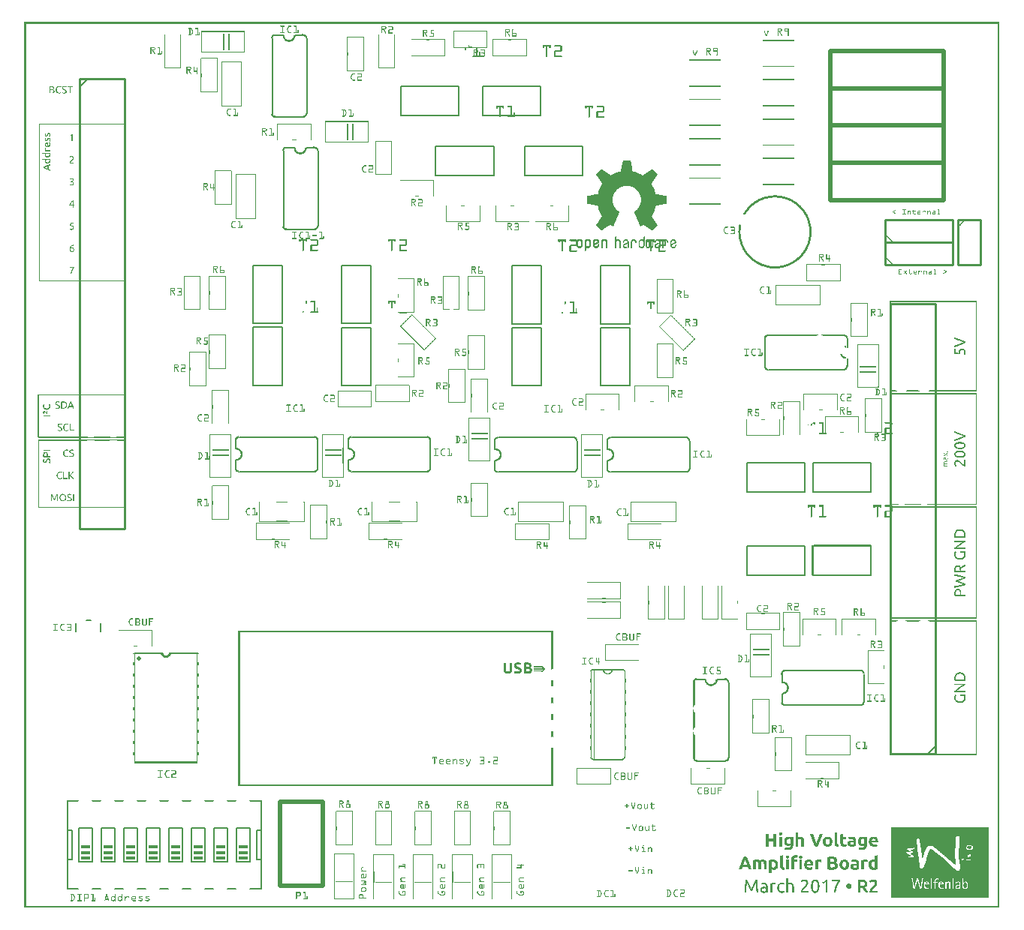
<source format=gto>
G04 MADE WITH FRITZING*
G04 WWW.FRITZING.ORG*
G04 DOUBLE SIDED*
G04 HOLES PLATED*
G04 CONTOUR ON CENTER OF CONTOUR VECTOR*
%ASAXBY*%
%FSLAX23Y23*%
%MOIN*%
%OFA0B0*%
%SFA1.0B1.0*%
%ADD10C,0.019685*%
%ADD11R,0.387789X0.700010X0.378665X0.690886*%
%ADD12C,0.004562*%
%ADD13R,0.040000X0.015000*%
%ADD14R,0.078250X0.007611*%
%ADD15R,0.078250X0.007625*%
%ADD16R,0.007611X0.078250*%
%ADD17R,0.007625X0.078250*%
%ADD18C,0.008000*%
%ADD19C,0.007874*%
%ADD20C,0.010000*%
%ADD21C,0.006000*%
%ADD22C,0.002000*%
%ADD23C,0.005000*%
%ADD24C,0.011111*%
%ADD25R,0.001000X0.001000*%
%LNSILK1*%
G90*
G70*
G54D10*
X507Y1110D03*
G54D12*
X64Y3484D02*
X448Y3484D01*
X448Y2788D01*
X64Y2788D01*
X64Y3484D01*
D02*
G54D13*
X971Y272D03*
X971Y247D03*
X971Y222D03*
X871Y272D03*
X871Y247D03*
X871Y222D03*
X771Y272D03*
X771Y247D03*
X771Y222D03*
X671Y272D03*
X671Y247D03*
X671Y222D03*
X571Y272D03*
X571Y247D03*
X571Y222D03*
X471Y272D03*
X471Y247D03*
X471Y222D03*
X371Y272D03*
X371Y247D03*
X371Y222D03*
X271Y272D03*
X271Y247D03*
X271Y222D03*
G54D14*
X2521Y2034D03*
G54D15*
X2521Y2011D03*
G54D14*
X3271Y1148D03*
G54D15*
X3271Y1125D03*
G54D14*
X2021Y2109D03*
G54D15*
X2021Y2086D03*
G54D14*
X3746Y2382D03*
G54D15*
X3746Y2405D03*
G54D14*
X1370Y2036D03*
G54D15*
X1370Y2013D03*
G54D16*
X1458Y3448D03*
G54D17*
X1436Y3448D03*
G54D16*
X908Y3848D03*
G54D17*
X886Y3848D03*
G54D14*
X871Y2035D03*
G54D15*
X871Y2013D03*
G54D18*
X3304Y2391D02*
X3638Y2391D01*
D02*
X3289Y2529D02*
X3289Y2406D01*
D02*
X3653Y2410D02*
X3653Y2443D01*
D02*
X3653Y2533D02*
X3653Y2493D01*
D02*
X339Y1264D02*
X339Y1230D01*
D02*
X227Y1230D02*
X227Y1264D01*
D02*
X273Y1279D02*
X294Y1279D01*
G54D19*
D02*
X645Y1132D02*
X770Y1132D01*
D02*
X487Y1132D02*
X613Y1132D01*
G54D20*
D02*
X4146Y3060D02*
X4146Y2860D01*
D02*
X4146Y2860D02*
X4246Y2860D01*
D02*
X4246Y2860D02*
X4246Y3060D01*
D02*
X4246Y3060D02*
X4146Y3060D01*
D02*
X3821Y2960D02*
X4121Y2960D01*
D02*
X4121Y2960D02*
X4121Y3060D01*
D02*
X4121Y3060D02*
X3821Y3060D01*
D02*
X3821Y3060D02*
X3821Y2960D01*
D02*
X3821Y2860D02*
X4121Y2860D01*
D02*
X4121Y2860D02*
X4121Y2960D01*
D02*
X4121Y2960D02*
X3821Y2960D01*
D02*
X3821Y2960D02*
X3821Y2860D01*
G54D18*
D02*
X2938Y2091D02*
X2604Y2091D01*
D02*
X2604Y1938D02*
X2941Y1938D01*
D02*
X2953Y1953D02*
X2953Y2076D01*
D02*
X2589Y2072D02*
X2589Y2038D01*
D02*
X2589Y1949D02*
X2589Y1988D01*
D02*
X3713Y1055D02*
X3379Y1055D01*
D02*
X3379Y902D02*
X3717Y902D01*
D02*
X3728Y917D02*
X3728Y1040D01*
D02*
X3364Y1036D02*
X3364Y1002D01*
D02*
X3364Y913D02*
X3364Y952D01*
D02*
X2438Y2091D02*
X2104Y2091D01*
D02*
X2104Y1938D02*
X2441Y1938D01*
D02*
X2453Y1953D02*
X2453Y2076D01*
D02*
X2089Y2072D02*
X2089Y2038D01*
D02*
X2089Y1949D02*
X2089Y1988D01*
D02*
X3127Y668D02*
X3127Y1002D01*
D02*
X2989Y653D02*
X3112Y653D01*
D02*
X3108Y1017D02*
X3075Y1017D01*
D02*
X2985Y1017D02*
X3025Y1017D01*
G54D21*
D02*
X2529Y660D02*
X2653Y660D01*
D02*
X2653Y1060D02*
X2611Y1060D01*
D02*
X2611Y1060D02*
X2571Y1060D01*
D02*
X2571Y1060D02*
X2529Y1060D01*
G54D22*
D02*
X2528Y1060D02*
X2528Y660D01*
G54D20*
D02*
X246Y3685D02*
X246Y1685D01*
D02*
X246Y1685D02*
X446Y1685D01*
D02*
X446Y1685D02*
X446Y3685D01*
D02*
X446Y3685D02*
X246Y3685D01*
G54D23*
D02*
X246Y3650D02*
X281Y3685D01*
G54D20*
D02*
X4046Y685D02*
X4046Y2685D01*
D02*
X4046Y2685D02*
X3846Y2685D01*
D02*
X3846Y2685D02*
X3846Y685D01*
D02*
X3846Y685D02*
X4046Y685D01*
G54D23*
D02*
X4046Y720D02*
X4011Y685D01*
G54D18*
D02*
X191Y475D02*
X191Y345D01*
D02*
X191Y215D02*
X211Y215D01*
D02*
X211Y215D02*
X211Y345D01*
D02*
X211Y345D02*
X191Y345D01*
D02*
X191Y215D02*
X191Y85D01*
D02*
X191Y345D02*
X191Y215D01*
D02*
X1051Y85D02*
X1051Y215D01*
D02*
X1051Y345D02*
X1031Y345D01*
D02*
X1031Y345D02*
X1031Y215D01*
D02*
X1031Y215D02*
X1051Y215D01*
D02*
X1051Y345D02*
X1051Y475D01*
D02*
X1051Y215D02*
X1051Y345D01*
D02*
X941Y355D02*
X941Y205D01*
D02*
X941Y355D02*
X1001Y355D01*
D02*
X1001Y205D02*
X1001Y355D01*
D02*
X1001Y205D02*
X941Y205D01*
D02*
X841Y355D02*
X841Y205D01*
D02*
X841Y355D02*
X901Y355D01*
D02*
X901Y205D02*
X901Y355D01*
D02*
X901Y205D02*
X841Y205D01*
D02*
X741Y355D02*
X741Y205D01*
D02*
X741Y355D02*
X801Y355D01*
D02*
X801Y205D02*
X801Y355D01*
D02*
X801Y205D02*
X741Y205D01*
D02*
X641Y355D02*
X641Y205D01*
D02*
X641Y355D02*
X701Y355D01*
D02*
X701Y205D02*
X701Y355D01*
D02*
X701Y205D02*
X641Y205D01*
D02*
X541Y355D02*
X541Y205D01*
D02*
X541Y355D02*
X601Y355D01*
D02*
X601Y205D02*
X601Y355D01*
D02*
X601Y205D02*
X541Y205D01*
D02*
X441Y355D02*
X441Y205D01*
D02*
X441Y355D02*
X501Y355D01*
D02*
X501Y205D02*
X501Y355D01*
D02*
X501Y205D02*
X441Y205D01*
D02*
X341Y355D02*
X341Y205D01*
D02*
X341Y355D02*
X401Y355D01*
D02*
X401Y205D02*
X401Y355D01*
D02*
X401Y205D02*
X341Y205D01*
D02*
X241Y355D02*
X241Y205D01*
D02*
X241Y355D02*
X301Y355D01*
D02*
X301Y205D02*
X301Y355D01*
D02*
X301Y205D02*
X241Y205D01*
G54D10*
D02*
X3577Y3808D02*
X4081Y3808D01*
D02*
X4081Y3808D02*
X4081Y3643D01*
D02*
X4081Y3643D02*
X3577Y3643D01*
D02*
X3577Y3643D02*
X3577Y3808D01*
D02*
X3577Y3643D02*
X4081Y3643D01*
D02*
X4081Y3643D02*
X4081Y3478D01*
D02*
X4081Y3478D02*
X3577Y3478D01*
D02*
X3577Y3478D02*
X3577Y3643D01*
D02*
X3577Y3478D02*
X4081Y3478D01*
D02*
X4081Y3478D02*
X4081Y3312D01*
D02*
X4081Y3312D02*
X3577Y3312D01*
D02*
X3577Y3312D02*
X3577Y3478D01*
G54D18*
D02*
X2558Y2854D02*
X2688Y2854D01*
D02*
X2688Y2854D02*
X2688Y2596D01*
D02*
X2688Y2596D02*
X2558Y2596D01*
D02*
X2558Y2596D02*
X2558Y2854D01*
D02*
X3759Y1610D02*
X3759Y1480D01*
D02*
X3759Y1480D02*
X3501Y1480D01*
D02*
X2558Y2579D02*
X2688Y2579D01*
D02*
X2688Y2579D02*
X2688Y2321D01*
D02*
X2688Y2321D02*
X2558Y2321D01*
D02*
X2558Y2321D02*
X2558Y2579D01*
D02*
X3466Y1610D02*
X3466Y1480D01*
D02*
X3466Y1480D02*
X3208Y1480D01*
D02*
X3208Y1480D02*
X3208Y1610D01*
D02*
X3208Y1610D02*
X3466Y1610D01*
D02*
X2295Y2596D02*
X2165Y2596D01*
D02*
X2165Y2596D02*
X2165Y2854D01*
D02*
X2165Y2854D02*
X2295Y2854D01*
D02*
X2295Y2854D02*
X2295Y2596D01*
D02*
X3501Y1848D02*
X3501Y1978D01*
D02*
X3501Y1978D02*
X3759Y1978D01*
D02*
X3759Y1978D02*
X3759Y1848D01*
D02*
X3759Y1848D02*
X3501Y1848D01*
D02*
X2295Y2321D02*
X2165Y2321D01*
D02*
X2165Y2321D02*
X2165Y2579D01*
D02*
X2165Y2579D02*
X2295Y2579D01*
D02*
X2295Y2579D02*
X2295Y2321D01*
D02*
X3208Y1848D02*
X3208Y1978D01*
D02*
X3208Y1978D02*
X3466Y1978D01*
D02*
X3466Y1978D02*
X3466Y1848D01*
D02*
X3466Y1848D02*
X3208Y1848D01*
G54D10*
D02*
X1136Y98D02*
X1136Y473D01*
D02*
X1136Y473D02*
X1326Y473D01*
D02*
X1326Y473D02*
X1326Y98D01*
D02*
X1326Y98D02*
X1136Y98D01*
D02*
X3577Y3312D02*
X4081Y3312D01*
D02*
X4081Y3312D02*
X4081Y3147D01*
D02*
X4081Y3147D02*
X3577Y3147D01*
D02*
X3577Y3147D02*
X3577Y3312D01*
G54D18*
D02*
X1787Y2093D02*
X1453Y2093D01*
D02*
X1453Y1940D02*
X1791Y1940D01*
D02*
X1802Y1955D02*
X1802Y2078D01*
D02*
X1438Y2074D02*
X1438Y2041D01*
D02*
X1438Y1951D02*
X1438Y1991D01*
D02*
X1303Y3031D02*
X1303Y3365D01*
D02*
X1150Y3365D02*
X1150Y3027D01*
D02*
X1165Y3016D02*
X1288Y3016D01*
D02*
X1284Y3380D02*
X1250Y3380D01*
D02*
X1161Y3380D02*
X1200Y3380D01*
D02*
X1253Y3531D02*
X1253Y3865D01*
D02*
X1100Y3865D02*
X1100Y3527D01*
D02*
X1115Y3516D02*
X1238Y3516D01*
D02*
X1234Y3880D02*
X1200Y3880D01*
D02*
X1111Y3880D02*
X1150Y3880D01*
D02*
X1287Y2093D02*
X953Y2093D01*
D02*
X953Y1940D02*
X1291Y1940D01*
D02*
X1302Y1955D02*
X1302Y2078D01*
D02*
X938Y2074D02*
X938Y2041D01*
D02*
X938Y1951D02*
X938Y1991D01*
D02*
X1408Y2856D02*
X1538Y2856D01*
D02*
X1538Y2856D02*
X1538Y2598D01*
D02*
X1538Y2598D02*
X1408Y2598D01*
D02*
X1408Y2598D02*
X1408Y2856D01*
D02*
X1409Y2580D02*
X1539Y2580D01*
D02*
X1539Y2580D02*
X1539Y2322D01*
D02*
X1539Y2322D02*
X1409Y2322D01*
D02*
X1409Y2322D02*
X1409Y2580D01*
D02*
X2033Y3523D02*
X2033Y3653D01*
D02*
X2033Y3653D02*
X2291Y3653D01*
D02*
X2291Y3653D02*
X2291Y3523D01*
D02*
X2291Y3523D02*
X2033Y3523D01*
D02*
X1144Y2598D02*
X1014Y2598D01*
D02*
X1014Y2598D02*
X1014Y2856D01*
D02*
X1014Y2856D02*
X1144Y2856D01*
D02*
X1144Y2856D02*
X1144Y2598D01*
D02*
X2084Y3385D02*
X2084Y3255D01*
D02*
X2084Y3255D02*
X1826Y3255D01*
D02*
X1826Y3255D02*
X1826Y3385D01*
D02*
X1826Y3385D02*
X2084Y3385D01*
D02*
X2478Y3385D02*
X2478Y3255D01*
D02*
X2478Y3255D02*
X2220Y3255D01*
D02*
X2220Y3255D02*
X2220Y3385D01*
D02*
X2220Y3385D02*
X2478Y3385D01*
D02*
X1670Y3523D02*
X1670Y3653D01*
D02*
X1670Y3653D02*
X1928Y3653D01*
D02*
X1928Y3653D02*
X1928Y3523D01*
D02*
X1928Y3523D02*
X1670Y3523D01*
D02*
X1144Y2323D02*
X1014Y2323D01*
D02*
X1014Y2323D02*
X1014Y2581D01*
D02*
X1014Y2581D02*
X1144Y2581D01*
D02*
X1144Y2581D02*
X1144Y2323D01*
G36*
X3435Y337D02*
X3435Y337D01*
X3432Y337D01*
X3432Y336D01*
X3430Y336D01*
X3430Y336D01*
X3427Y336D01*
X3427Y335D01*
X3425Y335D01*
X3425Y335D01*
X3424Y335D01*
X3424Y316D01*
X3436Y316D01*
X3436Y337D01*
X3435Y337D01*
G37*
D02*
G36*
X3441Y317D02*
X3441Y317D01*
X3439Y317D01*
X3439Y317D01*
X3437Y317D01*
X3437Y316D01*
X3450Y316D01*
X3450Y317D01*
X3449Y317D01*
X3449Y317D01*
X3446Y317D01*
X3446Y317D01*
X3441Y317D01*
G37*
D02*
G36*
X3424Y316D02*
X3424Y316D01*
X3452Y316D01*
X3452Y316D01*
X3424Y316D01*
G37*
D02*
G36*
X3424Y316D02*
X3424Y316D01*
X3452Y316D01*
X3452Y316D01*
X3424Y316D01*
G37*
D02*
G36*
X3424Y316D02*
X3424Y307D01*
X3443Y307D01*
X3443Y307D01*
X3445Y307D01*
X3445Y306D01*
X3446Y306D01*
X3446Y306D01*
X3446Y306D01*
X3446Y305D01*
X3447Y305D01*
X3447Y305D01*
X3447Y305D01*
X3447Y305D01*
X3447Y305D01*
X3447Y304D01*
X3448Y304D01*
X3448Y303D01*
X3448Y303D01*
X3448Y301D01*
X3449Y301D01*
X3449Y298D01*
X3449Y298D01*
X3449Y273D01*
X3461Y273D01*
X3461Y302D01*
X3461Y302D01*
X3461Y305D01*
X3460Y305D01*
X3460Y306D01*
X3460Y306D01*
X3460Y308D01*
X3459Y308D01*
X3459Y309D01*
X3459Y309D01*
X3459Y310D01*
X3459Y310D01*
X3459Y310D01*
X3458Y310D01*
X3458Y311D01*
X3458Y311D01*
X3458Y312D01*
X3457Y312D01*
X3457Y312D01*
X3457Y312D01*
X3457Y313D01*
X3457Y313D01*
X3457Y313D01*
X3456Y313D01*
X3456Y313D01*
X3456Y313D01*
X3456Y314D01*
X3455Y314D01*
X3455Y314D01*
X3454Y314D01*
X3454Y315D01*
X3454Y315D01*
X3454Y315D01*
X3453Y315D01*
X3453Y315D01*
X3452Y315D01*
X3452Y316D01*
X3424Y316D01*
G37*
D02*
G36*
X3424Y307D02*
X3424Y273D01*
X3436Y273D01*
X3436Y306D01*
X3438Y306D01*
X3438Y307D01*
X3441Y307D01*
X3441Y307D01*
X3424Y307D01*
G37*
D02*
G36*
X3608Y337D02*
X3608Y337D01*
X3605Y337D01*
X3605Y336D01*
X3603Y336D01*
X3603Y336D01*
X3600Y336D01*
X3600Y335D01*
X3597Y335D01*
X3597Y335D01*
X3597Y335D01*
X3597Y284D01*
X3597Y284D01*
X3597Y281D01*
X3597Y281D01*
X3597Y280D01*
X3598Y280D01*
X3598Y279D01*
X3598Y279D01*
X3598Y279D01*
X3599Y279D01*
X3599Y278D01*
X3599Y278D01*
X3599Y277D01*
X3599Y277D01*
X3599Y277D01*
X3600Y277D01*
X3600Y276D01*
X3600Y276D01*
X3600Y276D01*
X3601Y276D01*
X3601Y276D01*
X3601Y276D01*
X3601Y275D01*
X3602Y275D01*
X3602Y275D01*
X3603Y275D01*
X3603Y274D01*
X3604Y274D01*
X3604Y274D01*
X3604Y274D01*
X3604Y274D01*
X3606Y274D01*
X3606Y273D01*
X3608Y273D01*
X3608Y273D01*
X3611Y273D01*
X3611Y272D01*
X3614Y272D01*
X3614Y275D01*
X3614Y275D01*
X3614Y277D01*
X3615Y277D01*
X3615Y279D01*
X3615Y279D01*
X3615Y282D01*
X3616Y282D01*
X3616Y282D01*
X3615Y282D01*
X3615Y283D01*
X3613Y283D01*
X3613Y283D01*
X3612Y283D01*
X3612Y283D01*
X3611Y283D01*
X3611Y284D01*
X3611Y284D01*
X3611Y284D01*
X3610Y284D01*
X3610Y285D01*
X3610Y285D01*
X3610Y285D01*
X3609Y285D01*
X3609Y286D01*
X3609Y286D01*
X3609Y337D01*
X3609Y337D01*
X3609Y337D01*
X3608Y337D01*
G37*
D02*
G36*
X3356Y336D02*
X3356Y336D01*
X3355Y336D01*
X3355Y335D01*
X3354Y335D01*
X3354Y335D01*
X3353Y335D01*
X3353Y334D01*
X3352Y334D01*
X3352Y334D01*
X3352Y334D01*
X3352Y334D01*
X3352Y334D01*
X3352Y333D01*
X3351Y333D01*
X3351Y332D01*
X3351Y332D01*
X3351Y332D01*
X3350Y332D01*
X3350Y326D01*
X3351Y326D01*
X3351Y325D01*
X3351Y325D01*
X3351Y325D01*
X3352Y325D01*
X3352Y324D01*
X3352Y324D01*
X3352Y324D01*
X3352Y324D01*
X3352Y323D01*
X3353Y323D01*
X3353Y323D01*
X3354Y323D01*
X3354Y322D01*
X3355Y322D01*
X3355Y322D01*
X3356Y322D01*
X3356Y322D01*
X3359Y322D01*
X3359Y322D01*
X3361Y322D01*
X3361Y322D01*
X3362Y322D01*
X3362Y323D01*
X3362Y323D01*
X3362Y323D01*
X3362Y323D01*
X3362Y324D01*
X3363Y324D01*
X3363Y324D01*
X3363Y324D01*
X3363Y325D01*
X3364Y325D01*
X3364Y325D01*
X3364Y325D01*
X3364Y326D01*
X3365Y326D01*
X3365Y327D01*
X3365Y327D01*
X3365Y330D01*
X3365Y330D01*
X3365Y332D01*
X3364Y332D01*
X3364Y333D01*
X3364Y333D01*
X3364Y333D01*
X3363Y333D01*
X3363Y334D01*
X3363Y334D01*
X3363Y334D01*
X3362Y334D01*
X3362Y334D01*
X3362Y334D01*
X3362Y335D01*
X3361Y335D01*
X3361Y335D01*
X3360Y335D01*
X3360Y336D01*
X3359Y336D01*
X3359Y336D01*
X3356Y336D01*
G37*
D02*
G36*
X3292Y330D02*
X3292Y308D01*
X3305Y308D01*
X3305Y330D01*
X3292Y330D01*
G37*
D02*
G36*
X3326Y330D02*
X3326Y308D01*
X3339Y308D01*
X3339Y330D01*
X3326Y330D01*
G37*
D02*
G36*
X3292Y308D02*
X3292Y308D01*
X3339Y308D01*
X3339Y308D01*
X3292Y308D01*
G37*
D02*
G36*
X3292Y308D02*
X3292Y308D01*
X3339Y308D01*
X3339Y308D01*
X3292Y308D01*
G37*
D02*
G36*
X3292Y308D02*
X3292Y297D01*
X3326Y297D01*
X3326Y273D01*
X3339Y273D01*
X3339Y308D01*
X3292Y308D01*
G37*
D02*
G36*
X3292Y297D02*
X3292Y273D01*
X3305Y273D01*
X3305Y297D01*
X3292Y297D01*
G37*
D02*
G36*
X3487Y330D02*
X3487Y329D01*
X3488Y329D01*
X3488Y328D01*
X3488Y328D01*
X3488Y327D01*
X3488Y327D01*
X3488Y325D01*
X3489Y325D01*
X3489Y324D01*
X3489Y324D01*
X3489Y323D01*
X3490Y323D01*
X3490Y322D01*
X3490Y322D01*
X3490Y321D01*
X3490Y321D01*
X3490Y320D01*
X3491Y320D01*
X3491Y318D01*
X3491Y318D01*
X3491Y317D01*
X3492Y317D01*
X3492Y316D01*
X3492Y316D01*
X3492Y315D01*
X3493Y315D01*
X3493Y314D01*
X3493Y314D01*
X3493Y313D01*
X3493Y313D01*
X3493Y312D01*
X3494Y312D01*
X3494Y310D01*
X3494Y310D01*
X3494Y310D01*
X3495Y310D01*
X3495Y308D01*
X3495Y308D01*
X3495Y308D01*
X3495Y308D01*
X3495Y306D01*
X3496Y306D01*
X3496Y305D01*
X3496Y305D01*
X3496Y304D01*
X3497Y304D01*
X3497Y303D01*
X3497Y303D01*
X3497Y302D01*
X3498Y302D01*
X3498Y301D01*
X3498Y301D01*
X3498Y300D01*
X3498Y300D01*
X3498Y299D01*
X3499Y299D01*
X3499Y298D01*
X3499Y298D01*
X3499Y297D01*
X3500Y297D01*
X3500Y296D01*
X3500Y296D01*
X3500Y295D01*
X3500Y295D01*
X3500Y294D01*
X3501Y294D01*
X3501Y293D01*
X3501Y293D01*
X3501Y292D01*
X3502Y292D01*
X3502Y291D01*
X3502Y291D01*
X3502Y290D01*
X3503Y290D01*
X3503Y289D01*
X3503Y289D01*
X3503Y288D01*
X3516Y288D01*
X3516Y290D01*
X3515Y290D01*
X3515Y291D01*
X3515Y291D01*
X3515Y292D01*
X3515Y292D01*
X3515Y293D01*
X3514Y293D01*
X3514Y294D01*
X3514Y294D01*
X3514Y295D01*
X3513Y295D01*
X3513Y296D01*
X3513Y296D01*
X3513Y297D01*
X3512Y297D01*
X3512Y298D01*
X3512Y298D01*
X3512Y299D01*
X3512Y299D01*
X3512Y300D01*
X3511Y300D01*
X3511Y302D01*
X3511Y302D01*
X3511Y303D01*
X3510Y303D01*
X3510Y304D01*
X3510Y304D01*
X3510Y305D01*
X3510Y305D01*
X3510Y306D01*
X3509Y306D01*
X3509Y307D01*
X3509Y307D01*
X3509Y308D01*
X3508Y308D01*
X3508Y310D01*
X3508Y310D01*
X3508Y311D01*
X3507Y311D01*
X3507Y312D01*
X3507Y312D01*
X3507Y313D01*
X3507Y313D01*
X3507Y314D01*
X3506Y314D01*
X3506Y315D01*
X3506Y315D01*
X3506Y317D01*
X3505Y317D01*
X3505Y318D01*
X3505Y318D01*
X3505Y319D01*
X3505Y319D01*
X3505Y320D01*
X3504Y320D01*
X3504Y322D01*
X3504Y322D01*
X3504Y323D01*
X3503Y323D01*
X3503Y324D01*
X3503Y324D01*
X3503Y325D01*
X3503Y325D01*
X3503Y327D01*
X3502Y327D01*
X3502Y328D01*
X3502Y328D01*
X3502Y329D01*
X3501Y329D01*
X3501Y330D01*
X3487Y330D01*
G37*
D02*
G36*
X3531Y330D02*
X3531Y329D01*
X3530Y329D01*
X3530Y327D01*
X3530Y327D01*
X3530Y326D01*
X3529Y326D01*
X3529Y325D01*
X3529Y325D01*
X3529Y324D01*
X3529Y324D01*
X3529Y322D01*
X3528Y322D01*
X3528Y321D01*
X3528Y321D01*
X3528Y320D01*
X3527Y320D01*
X3527Y319D01*
X3527Y319D01*
X3527Y317D01*
X3527Y317D01*
X3527Y316D01*
X3526Y316D01*
X3526Y315D01*
X3526Y315D01*
X3526Y314D01*
X3525Y314D01*
X3525Y313D01*
X3525Y313D01*
X3525Y312D01*
X3524Y312D01*
X3524Y310D01*
X3524Y310D01*
X3524Y309D01*
X3524Y309D01*
X3524Y308D01*
X3523Y308D01*
X3523Y307D01*
X3523Y307D01*
X3523Y306D01*
X3522Y306D01*
X3522Y305D01*
X3522Y305D01*
X3522Y303D01*
X3522Y303D01*
X3522Y302D01*
X3521Y302D01*
X3521Y301D01*
X3521Y301D01*
X3521Y300D01*
X3520Y300D01*
X3520Y299D01*
X3520Y299D01*
X3520Y298D01*
X3519Y298D01*
X3519Y297D01*
X3519Y297D01*
X3519Y296D01*
X3519Y296D01*
X3519Y294D01*
X3518Y294D01*
X3518Y293D01*
X3518Y293D01*
X3518Y292D01*
X3517Y292D01*
X3517Y291D01*
X3517Y291D01*
X3517Y290D01*
X3517Y290D01*
X3517Y289D01*
X3516Y289D01*
X3516Y288D01*
X3529Y288D01*
X3529Y290D01*
X3529Y290D01*
X3529Y291D01*
X3530Y291D01*
X3530Y291D01*
X3530Y291D01*
X3530Y293D01*
X3531Y293D01*
X3531Y293D01*
X3531Y293D01*
X3531Y295D01*
X3532Y295D01*
X3532Y296D01*
X3532Y296D01*
X3532Y296D01*
X3532Y296D01*
X3532Y298D01*
X3533Y298D01*
X3533Y298D01*
X3533Y298D01*
X3533Y300D01*
X3534Y300D01*
X3534Y300D01*
X3534Y300D01*
X3534Y302D01*
X3534Y302D01*
X3534Y303D01*
X3535Y303D01*
X3535Y304D01*
X3535Y304D01*
X3535Y305D01*
X3536Y305D01*
X3536Y306D01*
X3536Y306D01*
X3536Y307D01*
X3536Y307D01*
X3536Y308D01*
X3537Y308D01*
X3537Y309D01*
X3537Y309D01*
X3537Y310D01*
X3538Y310D01*
X3538Y311D01*
X3538Y311D01*
X3538Y313D01*
X3539Y313D01*
X3539Y314D01*
X3539Y314D01*
X3539Y315D01*
X3539Y315D01*
X3539Y316D01*
X3540Y316D01*
X3540Y317D01*
X3540Y317D01*
X3540Y318D01*
X3541Y318D01*
X3541Y320D01*
X3541Y320D01*
X3541Y320D01*
X3541Y320D01*
X3541Y322D01*
X3542Y322D01*
X3542Y323D01*
X3542Y323D01*
X3542Y324D01*
X3543Y324D01*
X3543Y325D01*
X3543Y325D01*
X3543Y327D01*
X3544Y327D01*
X3544Y327D01*
X3544Y327D01*
X3544Y329D01*
X3544Y329D01*
X3544Y330D01*
X3531Y330D01*
G37*
D02*
G36*
X3503Y288D02*
X3503Y288D01*
X3529Y288D01*
X3529Y288D01*
X3503Y288D01*
G37*
D02*
G36*
X3503Y288D02*
X3503Y288D01*
X3529Y288D01*
X3529Y288D01*
X3503Y288D01*
G37*
D02*
G36*
X3503Y288D02*
X3503Y287D01*
X3504Y287D01*
X3504Y286D01*
X3504Y286D01*
X3504Y285D01*
X3505Y285D01*
X3505Y284D01*
X3505Y284D01*
X3505Y283D01*
X3505Y283D01*
X3505Y282D01*
X3506Y282D01*
X3506Y281D01*
X3506Y281D01*
X3506Y280D01*
X3507Y280D01*
X3507Y279D01*
X3507Y279D01*
X3507Y279D01*
X3507Y279D01*
X3507Y278D01*
X3508Y278D01*
X3508Y276D01*
X3508Y276D01*
X3508Y276D01*
X3509Y276D01*
X3509Y275D01*
X3509Y275D01*
X3509Y274D01*
X3510Y274D01*
X3510Y273D01*
X3522Y273D01*
X3522Y274D01*
X3522Y274D01*
X3522Y274D01*
X3523Y274D01*
X3523Y276D01*
X3523Y276D01*
X3523Y276D01*
X3524Y276D01*
X3524Y277D01*
X3524Y277D01*
X3524Y278D01*
X3524Y278D01*
X3524Y279D01*
X3525Y279D01*
X3525Y280D01*
X3525Y280D01*
X3525Y281D01*
X3526Y281D01*
X3526Y282D01*
X3526Y282D01*
X3526Y283D01*
X3527Y283D01*
X3527Y284D01*
X3527Y284D01*
X3527Y285D01*
X3527Y285D01*
X3527Y286D01*
X3528Y286D01*
X3528Y287D01*
X3528Y287D01*
X3528Y288D01*
X3529Y288D01*
X3529Y288D01*
X3503Y288D01*
G37*
D02*
G36*
X3633Y329D02*
X3633Y329D01*
X3631Y329D01*
X3631Y328D01*
X3628Y328D01*
X3628Y328D01*
X3625Y328D01*
X3625Y327D01*
X3623Y327D01*
X3623Y327D01*
X3622Y327D01*
X3622Y286D01*
X3623Y286D01*
X3623Y283D01*
X3623Y283D01*
X3623Y283D01*
X3638Y283D01*
X3638Y283D01*
X3638Y283D01*
X3638Y283D01*
X3637Y283D01*
X3637Y284D01*
X3636Y284D01*
X3636Y284D01*
X3636Y284D01*
X3636Y285D01*
X3636Y285D01*
X3636Y286D01*
X3635Y286D01*
X3635Y287D01*
X3635Y287D01*
X3635Y289D01*
X3634Y289D01*
X3634Y306D01*
X3649Y306D01*
X3649Y316D01*
X3634Y316D01*
X3634Y329D01*
X3633Y329D01*
G37*
D02*
G36*
X3648Y284D02*
X3648Y283D01*
X3647Y283D01*
X3647Y283D01*
X3645Y283D01*
X3645Y283D01*
X3649Y283D01*
X3649Y284D01*
X3648Y284D01*
G37*
D02*
G36*
X3623Y283D02*
X3623Y282D01*
X3649Y282D01*
X3649Y283D01*
X3623Y283D01*
G37*
D02*
G36*
X3623Y283D02*
X3623Y282D01*
X3649Y282D01*
X3649Y283D01*
X3623Y283D01*
G37*
D02*
G36*
X3623Y282D02*
X3623Y282D01*
X3624Y282D01*
X3624Y281D01*
X3624Y281D01*
X3624Y280D01*
X3624Y280D01*
X3624Y279D01*
X3625Y279D01*
X3625Y278D01*
X3625Y278D01*
X3625Y278D01*
X3626Y278D01*
X3626Y277D01*
X3626Y277D01*
X3626Y277D01*
X3626Y277D01*
X3626Y276D01*
X3627Y276D01*
X3627Y276D01*
X3627Y276D01*
X3627Y276D01*
X3628Y276D01*
X3628Y275D01*
X3628Y275D01*
X3628Y275D01*
X3629Y275D01*
X3629Y274D01*
X3630Y274D01*
X3630Y274D01*
X3631Y274D01*
X3631Y274D01*
X3631Y274D01*
X3631Y273D01*
X3633Y273D01*
X3633Y273D01*
X3635Y273D01*
X3635Y272D01*
X3644Y272D01*
X3644Y273D01*
X3646Y273D01*
X3646Y273D01*
X3648Y273D01*
X3648Y274D01*
X3649Y274D01*
X3649Y274D01*
X3650Y274D01*
X3650Y274D01*
X3651Y274D01*
X3651Y275D01*
X3650Y275D01*
X3650Y277D01*
X3650Y277D01*
X3650Y280D01*
X3650Y280D01*
X3650Y282D01*
X3649Y282D01*
X3649Y282D01*
X3623Y282D01*
G37*
D02*
G36*
X3563Y317D02*
X3563Y317D01*
X3561Y317D01*
X3561Y317D01*
X3559Y317D01*
X3559Y316D01*
X3558Y316D01*
X3558Y316D01*
X3557Y316D01*
X3557Y315D01*
X3556Y315D01*
X3556Y315D01*
X3555Y315D01*
X3555Y315D01*
X3555Y315D01*
X3555Y314D01*
X3554Y314D01*
X3554Y314D01*
X3553Y314D01*
X3553Y313D01*
X3553Y313D01*
X3553Y313D01*
X3552Y313D01*
X3552Y313D01*
X3552Y313D01*
X3552Y312D01*
X3551Y312D01*
X3551Y312D01*
X3551Y312D01*
X3551Y311D01*
X3551Y311D01*
X3551Y311D01*
X3550Y311D01*
X3550Y310D01*
X3550Y310D01*
X3550Y310D01*
X3549Y310D01*
X3549Y310D01*
X3549Y310D01*
X3549Y309D01*
X3549Y309D01*
X3549Y308D01*
X3548Y308D01*
X3548Y308D01*
X3548Y308D01*
X3548Y307D01*
X3568Y307D01*
X3568Y307D01*
X3569Y307D01*
X3569Y306D01*
X3570Y306D01*
X3570Y306D01*
X3570Y306D01*
X3570Y305D01*
X3571Y305D01*
X3571Y305D01*
X3571Y305D01*
X3571Y305D01*
X3572Y305D01*
X3572Y304D01*
X3572Y304D01*
X3572Y304D01*
X3573Y304D01*
X3573Y303D01*
X3573Y303D01*
X3573Y303D01*
X3573Y303D01*
X3573Y301D01*
X3574Y301D01*
X3574Y300D01*
X3574Y300D01*
X3574Y298D01*
X3575Y298D01*
X3575Y292D01*
X3574Y292D01*
X3574Y290D01*
X3574Y290D01*
X3574Y288D01*
X3573Y288D01*
X3573Y287D01*
X3573Y287D01*
X3573Y286D01*
X3573Y286D01*
X3573Y286D01*
X3572Y286D01*
X3572Y285D01*
X3572Y285D01*
X3572Y285D01*
X3571Y285D01*
X3571Y284D01*
X3571Y284D01*
X3571Y284D01*
X3570Y284D01*
X3570Y283D01*
X3569Y283D01*
X3569Y283D01*
X3568Y283D01*
X3568Y283D01*
X3585Y283D01*
X3585Y283D01*
X3585Y283D01*
X3585Y284D01*
X3585Y284D01*
X3585Y286D01*
X3586Y286D01*
X3586Y287D01*
X3586Y287D01*
X3586Y288D01*
X3587Y288D01*
X3587Y291D01*
X3587Y291D01*
X3587Y299D01*
X3587Y299D01*
X3587Y301D01*
X3586Y301D01*
X3586Y303D01*
X3586Y303D01*
X3586Y304D01*
X3585Y304D01*
X3585Y305D01*
X3585Y305D01*
X3585Y306D01*
X3585Y306D01*
X3585Y307D01*
X3584Y307D01*
X3584Y308D01*
X3584Y308D01*
X3584Y308D01*
X3583Y308D01*
X3583Y309D01*
X3583Y309D01*
X3583Y310D01*
X3582Y310D01*
X3582Y310D01*
X3582Y310D01*
X3582Y310D01*
X3582Y310D01*
X3582Y311D01*
X3581Y311D01*
X3581Y311D01*
X3581Y311D01*
X3581Y312D01*
X3580Y312D01*
X3580Y312D01*
X3580Y312D01*
X3580Y313D01*
X3580Y313D01*
X3580Y313D01*
X3579Y313D01*
X3579Y313D01*
X3579Y313D01*
X3579Y314D01*
X3578Y314D01*
X3578Y314D01*
X3578Y314D01*
X3578Y315D01*
X3577Y315D01*
X3577Y315D01*
X3576Y315D01*
X3576Y315D01*
X3575Y315D01*
X3575Y316D01*
X3574Y316D01*
X3574Y316D01*
X3573Y316D01*
X3573Y317D01*
X3572Y317D01*
X3572Y317D01*
X3569Y317D01*
X3569Y317D01*
X3563Y317D01*
G37*
D02*
G36*
X3548Y307D02*
X3548Y307D01*
X3547Y307D01*
X3547Y306D01*
X3547Y306D01*
X3547Y305D01*
X3546Y305D01*
X3546Y304D01*
X3546Y304D01*
X3546Y303D01*
X3546Y303D01*
X3546Y301D01*
X3545Y301D01*
X3545Y299D01*
X3545Y299D01*
X3545Y291D01*
X3545Y291D01*
X3545Y288D01*
X3546Y288D01*
X3546Y287D01*
X3546Y287D01*
X3546Y286D01*
X3546Y286D01*
X3546Y285D01*
X3547Y285D01*
X3547Y283D01*
X3547Y283D01*
X3547Y283D01*
X3564Y283D01*
X3564Y283D01*
X3563Y283D01*
X3563Y283D01*
X3562Y283D01*
X3562Y284D01*
X3561Y284D01*
X3561Y284D01*
X3561Y284D01*
X3561Y285D01*
X3560Y285D01*
X3560Y285D01*
X3560Y285D01*
X3560Y286D01*
X3559Y286D01*
X3559Y286D01*
X3559Y286D01*
X3559Y287D01*
X3558Y287D01*
X3558Y288D01*
X3558Y288D01*
X3558Y290D01*
X3558Y290D01*
X3558Y291D01*
X3557Y291D01*
X3557Y298D01*
X3558Y298D01*
X3558Y300D01*
X3558Y300D01*
X3558Y301D01*
X3558Y301D01*
X3558Y303D01*
X3559Y303D01*
X3559Y303D01*
X3559Y303D01*
X3559Y304D01*
X3560Y304D01*
X3560Y304D01*
X3560Y304D01*
X3560Y305D01*
X3561Y305D01*
X3561Y305D01*
X3561Y305D01*
X3561Y305D01*
X3561Y305D01*
X3561Y306D01*
X3562Y306D01*
X3562Y306D01*
X3563Y306D01*
X3563Y307D01*
X3565Y307D01*
X3565Y307D01*
X3548Y307D01*
G37*
D02*
G36*
X3548Y283D02*
X3548Y282D01*
X3584Y282D01*
X3584Y283D01*
X3548Y283D01*
G37*
D02*
G36*
X3548Y283D02*
X3548Y282D01*
X3584Y282D01*
X3584Y283D01*
X3548Y283D01*
G37*
D02*
G36*
X3548Y282D02*
X3548Y281D01*
X3549Y281D01*
X3549Y281D01*
X3549Y281D01*
X3549Y280D01*
X3549Y280D01*
X3549Y280D01*
X3550Y280D01*
X3550Y279D01*
X3550Y279D01*
X3550Y279D01*
X3551Y279D01*
X3551Y278D01*
X3551Y278D01*
X3551Y278D01*
X3551Y278D01*
X3551Y277D01*
X3552Y277D01*
X3552Y277D01*
X3552Y277D01*
X3552Y276D01*
X3553Y276D01*
X3553Y276D01*
X3553Y276D01*
X3553Y276D01*
X3554Y276D01*
X3554Y275D01*
X3555Y275D01*
X3555Y275D01*
X3556Y275D01*
X3556Y274D01*
X3556Y274D01*
X3556Y274D01*
X3557Y274D01*
X3557Y274D01*
X3558Y274D01*
X3558Y273D01*
X3560Y273D01*
X3560Y273D01*
X3561Y273D01*
X3561Y272D01*
X3565Y272D01*
X3565Y272D01*
X3567Y272D01*
X3567Y272D01*
X3571Y272D01*
X3571Y273D01*
X3573Y273D01*
X3573Y273D01*
X3574Y273D01*
X3574Y274D01*
X3575Y274D01*
X3575Y274D01*
X3576Y274D01*
X3576Y274D01*
X3577Y274D01*
X3577Y275D01*
X3577Y275D01*
X3577Y275D01*
X3578Y275D01*
X3578Y276D01*
X3578Y276D01*
X3578Y276D01*
X3579Y276D01*
X3579Y276D01*
X3580Y276D01*
X3580Y277D01*
X3580Y277D01*
X3580Y277D01*
X3580Y277D01*
X3580Y278D01*
X3581Y278D01*
X3581Y278D01*
X3581Y278D01*
X3581Y279D01*
X3582Y279D01*
X3582Y279D01*
X3582Y279D01*
X3582Y279D01*
X3582Y279D01*
X3582Y280D01*
X3583Y280D01*
X3583Y281D01*
X3583Y281D01*
X3583Y281D01*
X3584Y281D01*
X3584Y282D01*
X3584Y282D01*
X3584Y282D01*
X3548Y282D01*
G37*
D02*
G36*
X3767Y317D02*
X3767Y317D01*
X3765Y317D01*
X3765Y317D01*
X3764Y317D01*
X3764Y316D01*
X3762Y316D01*
X3762Y316D01*
X3761Y316D01*
X3761Y315D01*
X3760Y315D01*
X3760Y315D01*
X3760Y315D01*
X3760Y315D01*
X3759Y315D01*
X3759Y314D01*
X3758Y314D01*
X3758Y314D01*
X3758Y314D01*
X3758Y313D01*
X3757Y313D01*
X3757Y313D01*
X3757Y313D01*
X3757Y313D01*
X3757Y313D01*
X3757Y312D01*
X3756Y312D01*
X3756Y312D01*
X3755Y312D01*
X3755Y311D01*
X3755Y311D01*
X3755Y310D01*
X3754Y310D01*
X3754Y310D01*
X3754Y310D01*
X3754Y310D01*
X3754Y310D01*
X3754Y309D01*
X3753Y309D01*
X3753Y308D01*
X3753Y308D01*
X3753Y308D01*
X3771Y308D01*
X3771Y307D01*
X3773Y307D01*
X3773Y307D01*
X3774Y307D01*
X3774Y306D01*
X3775Y306D01*
X3775Y306D01*
X3775Y306D01*
X3775Y305D01*
X3776Y305D01*
X3776Y305D01*
X3776Y305D01*
X3776Y305D01*
X3776Y305D01*
X3776Y304D01*
X3777Y304D01*
X3777Y303D01*
X3777Y303D01*
X3777Y302D01*
X3778Y302D01*
X3778Y300D01*
X3778Y300D01*
X3778Y299D01*
X3790Y299D01*
X3790Y300D01*
X3789Y300D01*
X3789Y303D01*
X3789Y303D01*
X3789Y304D01*
X3788Y304D01*
X3788Y305D01*
X3788Y305D01*
X3788Y307D01*
X3788Y307D01*
X3788Y308D01*
X3787Y308D01*
X3787Y308D01*
X3787Y308D01*
X3787Y309D01*
X3786Y309D01*
X3786Y310D01*
X3786Y310D01*
X3786Y310D01*
X3786Y310D01*
X3786Y311D01*
X3785Y311D01*
X3785Y311D01*
X3785Y311D01*
X3785Y312D01*
X3784Y312D01*
X3784Y312D01*
X3784Y312D01*
X3784Y313D01*
X3783Y313D01*
X3783Y313D01*
X3783Y313D01*
X3783Y313D01*
X3783Y313D01*
X3783Y314D01*
X3782Y314D01*
X3782Y314D01*
X3781Y314D01*
X3781Y315D01*
X3781Y315D01*
X3781Y315D01*
X3780Y315D01*
X3780Y315D01*
X3779Y315D01*
X3779Y316D01*
X3779Y316D01*
X3779Y316D01*
X3777Y316D01*
X3777Y317D01*
X3776Y317D01*
X3776Y317D01*
X3774Y317D01*
X3774Y317D01*
X3767Y317D01*
G37*
D02*
G36*
X3752Y308D02*
X3752Y307D01*
X3752Y307D01*
X3752Y306D01*
X3752Y306D01*
X3752Y305D01*
X3751Y305D01*
X3751Y304D01*
X3751Y304D01*
X3751Y303D01*
X3750Y303D01*
X3750Y302D01*
X3750Y302D01*
X3750Y300D01*
X3749Y300D01*
X3749Y299D01*
X3762Y299D01*
X3762Y300D01*
X3762Y300D01*
X3762Y302D01*
X3763Y302D01*
X3763Y303D01*
X3763Y303D01*
X3763Y304D01*
X3764Y304D01*
X3764Y305D01*
X3764Y305D01*
X3764Y305D01*
X3764Y305D01*
X3764Y305D01*
X3765Y305D01*
X3765Y306D01*
X3766Y306D01*
X3766Y306D01*
X3766Y306D01*
X3766Y307D01*
X3767Y307D01*
X3767Y307D01*
X3769Y307D01*
X3769Y308D01*
X3752Y308D01*
G37*
D02*
G36*
X3749Y299D02*
X3749Y299D01*
X3790Y299D01*
X3790Y299D01*
X3749Y299D01*
G37*
D02*
G36*
X3749Y299D02*
X3749Y299D01*
X3790Y299D01*
X3790Y299D01*
X3749Y299D01*
G37*
D02*
G36*
X3749Y299D02*
X3749Y289D01*
X3750Y289D01*
X3750Y287D01*
X3750Y287D01*
X3750Y286D01*
X3751Y286D01*
X3751Y285D01*
X3751Y285D01*
X3751Y284D01*
X3752Y284D01*
X3752Y283D01*
X3752Y283D01*
X3752Y283D01*
X3770Y283D01*
X3770Y283D01*
X3769Y283D01*
X3769Y283D01*
X3767Y283D01*
X3767Y284D01*
X3766Y284D01*
X3766Y284D01*
X3766Y284D01*
X3766Y285D01*
X3765Y285D01*
X3765Y285D01*
X3765Y285D01*
X3765Y286D01*
X3764Y286D01*
X3764Y286D01*
X3764Y286D01*
X3764Y286D01*
X3764Y286D01*
X3764Y287D01*
X3763Y287D01*
X3763Y287D01*
X3763Y287D01*
X3763Y288D01*
X3762Y288D01*
X3762Y289D01*
X3762Y289D01*
X3762Y291D01*
X3790Y291D01*
X3790Y299D01*
X3749Y299D01*
G37*
D02*
G36*
X3785Y285D02*
X3785Y284D01*
X3784Y284D01*
X3784Y284D01*
X3783Y284D01*
X3783Y283D01*
X3781Y283D01*
X3781Y283D01*
X3779Y283D01*
X3779Y283D01*
X3786Y283D01*
X3786Y284D01*
X3786Y284D01*
X3786Y285D01*
X3785Y285D01*
G37*
D02*
G36*
X3752Y283D02*
X3752Y282D01*
X3786Y282D01*
X3786Y283D01*
X3752Y283D01*
G37*
D02*
G36*
X3752Y283D02*
X3752Y282D01*
X3786Y282D01*
X3786Y283D01*
X3752Y283D01*
G37*
D02*
G36*
X3752Y282D02*
X3752Y281D01*
X3753Y281D01*
X3753Y281D01*
X3753Y281D01*
X3753Y280D01*
X3754Y280D01*
X3754Y280D01*
X3754Y280D01*
X3754Y279D01*
X3754Y279D01*
X3754Y279D01*
X3755Y279D01*
X3755Y278D01*
X3755Y278D01*
X3755Y278D01*
X3756Y278D01*
X3756Y277D01*
X3756Y277D01*
X3756Y277D01*
X3757Y277D01*
X3757Y276D01*
X3757Y276D01*
X3757Y276D01*
X3758Y276D01*
X3758Y276D01*
X3759Y276D01*
X3759Y275D01*
X3759Y275D01*
X3759Y275D01*
X3760Y275D01*
X3760Y274D01*
X3761Y274D01*
X3761Y274D01*
X3762Y274D01*
X3762Y274D01*
X3763Y274D01*
X3763Y273D01*
X3765Y273D01*
X3765Y273D01*
X3766Y273D01*
X3766Y272D01*
X3771Y272D01*
X3771Y272D01*
X3773Y272D01*
X3773Y272D01*
X3778Y272D01*
X3778Y273D01*
X3781Y273D01*
X3781Y273D01*
X3783Y273D01*
X3783Y274D01*
X3785Y274D01*
X3785Y274D01*
X3786Y274D01*
X3786Y274D01*
X3787Y274D01*
X3787Y275D01*
X3787Y275D01*
X3787Y276D01*
X3787Y276D01*
X3787Y279D01*
X3786Y279D01*
X3786Y281D01*
X3786Y281D01*
X3786Y282D01*
X3752Y282D01*
G37*
D02*
G36*
X3352Y316D02*
X3352Y273D01*
X3364Y273D01*
X3364Y316D01*
X3352Y316D01*
G37*
D02*
G36*
X3668Y317D02*
X3668Y317D01*
X3665Y317D01*
X3665Y317D01*
X3662Y317D01*
X3662Y316D01*
X3661Y316D01*
X3661Y316D01*
X3659Y316D01*
X3659Y315D01*
X3658Y315D01*
X3658Y315D01*
X3659Y315D01*
X3659Y313D01*
X3659Y313D01*
X3659Y310D01*
X3660Y310D01*
X3660Y308D01*
X3672Y308D01*
X3672Y307D01*
X3675Y307D01*
X3675Y307D01*
X3677Y307D01*
X3677Y306D01*
X3677Y306D01*
X3677Y306D01*
X3678Y306D01*
X3678Y305D01*
X3678Y305D01*
X3678Y305D01*
X3679Y305D01*
X3679Y304D01*
X3679Y304D01*
X3679Y303D01*
X3679Y303D01*
X3679Y302D01*
X3680Y302D01*
X3680Y299D01*
X3691Y299D01*
X3691Y304D01*
X3691Y304D01*
X3691Y306D01*
X3691Y306D01*
X3691Y308D01*
X3690Y308D01*
X3690Y309D01*
X3690Y309D01*
X3690Y310D01*
X3689Y310D01*
X3689Y310D01*
X3689Y310D01*
X3689Y311D01*
X3689Y311D01*
X3689Y312D01*
X3688Y312D01*
X3688Y313D01*
X3688Y313D01*
X3688Y313D01*
X3687Y313D01*
X3687Y313D01*
X3687Y313D01*
X3687Y314D01*
X3686Y314D01*
X3686Y314D01*
X3686Y314D01*
X3686Y315D01*
X3685Y315D01*
X3685Y315D01*
X3684Y315D01*
X3684Y315D01*
X3684Y315D01*
X3684Y316D01*
X3682Y316D01*
X3682Y316D01*
X3682Y316D01*
X3682Y317D01*
X3680Y317D01*
X3680Y317D01*
X3677Y317D01*
X3677Y317D01*
X3668Y317D01*
G37*
D02*
G36*
X3660Y308D02*
X3660Y307D01*
X3660Y307D01*
X3660Y306D01*
X3661Y306D01*
X3661Y306D01*
X3663Y306D01*
X3663Y307D01*
X3665Y307D01*
X3665Y307D01*
X3671Y307D01*
X3671Y308D01*
X3660Y308D01*
G37*
D02*
G36*
X3669Y300D02*
X3669Y300D01*
X3667Y300D01*
X3667Y299D01*
X3679Y299D01*
X3679Y300D01*
X3676Y300D01*
X3676Y300D01*
X3669Y300D01*
G37*
D02*
G36*
X3665Y299D02*
X3665Y299D01*
X3691Y299D01*
X3691Y299D01*
X3665Y299D01*
G37*
D02*
G36*
X3665Y299D02*
X3665Y299D01*
X3691Y299D01*
X3691Y299D01*
X3665Y299D01*
G37*
D02*
G36*
X3663Y299D02*
X3663Y298D01*
X3662Y298D01*
X3662Y298D01*
X3661Y298D01*
X3661Y298D01*
X3660Y298D01*
X3660Y297D01*
X3660Y297D01*
X3660Y297D01*
X3659Y297D01*
X3659Y296D01*
X3659Y296D01*
X3659Y296D01*
X3658Y296D01*
X3658Y296D01*
X3658Y296D01*
X3658Y295D01*
X3657Y295D01*
X3657Y295D01*
X3657Y295D01*
X3657Y294D01*
X3657Y294D01*
X3657Y294D01*
X3656Y294D01*
X3656Y293D01*
X3656Y293D01*
X3656Y292D01*
X3655Y292D01*
X3655Y292D01*
X3678Y292D01*
X3678Y291D01*
X3680Y291D01*
X3680Y282D01*
X3679Y282D01*
X3679Y282D01*
X3691Y282D01*
X3691Y299D01*
X3663Y299D01*
G37*
D02*
G36*
X3655Y292D02*
X3655Y291D01*
X3655Y291D01*
X3655Y290D01*
X3655Y290D01*
X3655Y283D01*
X3655Y283D01*
X3655Y282D01*
X3671Y282D01*
X3671Y282D01*
X3669Y282D01*
X3669Y283D01*
X3668Y283D01*
X3668Y283D01*
X3668Y283D01*
X3668Y283D01*
X3667Y283D01*
X3667Y284D01*
X3667Y284D01*
X3667Y285D01*
X3667Y285D01*
X3667Y288D01*
X3667Y288D01*
X3667Y289D01*
X3667Y289D01*
X3667Y290D01*
X3668Y290D01*
X3668Y290D01*
X3668Y290D01*
X3668Y291D01*
X3669Y291D01*
X3669Y291D01*
X3670Y291D01*
X3670Y291D01*
X3672Y291D01*
X3672Y292D01*
X3655Y292D01*
G37*
D02*
G36*
X3655Y282D02*
X3655Y281D01*
X3691Y281D01*
X3691Y282D01*
X3655Y282D01*
G37*
D02*
G36*
X3655Y282D02*
X3655Y281D01*
X3691Y281D01*
X3691Y282D01*
X3655Y282D01*
G37*
D02*
G36*
X3655Y281D02*
X3655Y281D01*
X3655Y281D01*
X3655Y280D01*
X3656Y280D01*
X3656Y279D01*
X3656Y279D01*
X3656Y279D01*
X3657Y279D01*
X3657Y278D01*
X3657Y278D01*
X3657Y277D01*
X3657Y277D01*
X3657Y277D01*
X3658Y277D01*
X3658Y276D01*
X3658Y276D01*
X3658Y276D01*
X3659Y276D01*
X3659Y276D01*
X3660Y276D01*
X3660Y275D01*
X3660Y275D01*
X3660Y275D01*
X3661Y275D01*
X3661Y274D01*
X3662Y274D01*
X3662Y274D01*
X3663Y274D01*
X3663Y274D01*
X3664Y274D01*
X3664Y273D01*
X3666Y273D01*
X3666Y273D01*
X3669Y273D01*
X3669Y272D01*
X3679Y272D01*
X3679Y273D01*
X3683Y273D01*
X3683Y273D01*
X3686Y273D01*
X3686Y274D01*
X3688Y274D01*
X3688Y274D01*
X3690Y274D01*
X3690Y274D01*
X3691Y274D01*
X3691Y281D01*
X3655Y281D01*
G37*
D02*
G36*
X4192Y277D02*
X4192Y276D01*
X4190Y276D01*
X4190Y276D01*
X4190Y276D01*
X4190Y276D01*
X4189Y276D01*
X4189Y275D01*
X4189Y275D01*
X4189Y275D01*
X4188Y275D01*
X4188Y274D01*
X4188Y274D01*
X4188Y274D01*
X4188Y274D01*
X4188Y273D01*
X4187Y273D01*
X4187Y272D01*
X4187Y272D01*
X4187Y272D01*
X4186Y272D01*
X4186Y271D01*
X4186Y271D01*
X4186Y270D01*
X4185Y270D01*
X4185Y270D01*
X4185Y270D01*
X4185Y269D01*
X4185Y269D01*
X4185Y267D01*
X4185Y267D01*
X4185Y266D01*
X4185Y266D01*
X4185Y266D01*
X4186Y266D01*
X4186Y265D01*
X4187Y265D01*
X4187Y265D01*
X4187Y265D01*
X4187Y264D01*
X4188Y264D01*
X4188Y264D01*
X4188Y264D01*
X4188Y264D01*
X4190Y264D01*
X4190Y263D01*
X4191Y263D01*
X4191Y263D01*
X4194Y263D01*
X4194Y262D01*
X4195Y262D01*
X4195Y263D01*
X4198Y263D01*
X4198Y263D01*
X4200Y263D01*
X4200Y264D01*
X4201Y264D01*
X4201Y264D01*
X4202Y264D01*
X4202Y264D01*
X4202Y264D01*
X4202Y265D01*
X4203Y265D01*
X4203Y265D01*
X4204Y265D01*
X4204Y266D01*
X4204Y266D01*
X4204Y266D01*
X4205Y266D01*
X4205Y267D01*
X4205Y267D01*
X4205Y267D01*
X4205Y267D01*
X4205Y271D01*
X4205Y271D01*
X4205Y271D01*
X4205Y271D01*
X4205Y272D01*
X4204Y272D01*
X4204Y272D01*
X4204Y272D01*
X4204Y273D01*
X4203Y273D01*
X4203Y273D01*
X4203Y273D01*
X4203Y274D01*
X4202Y274D01*
X4202Y274D01*
X4202Y274D01*
X4202Y274D01*
X4201Y274D01*
X4201Y275D01*
X4200Y275D01*
X4200Y275D01*
X4198Y275D01*
X4198Y276D01*
X4197Y276D01*
X4197Y276D01*
X4196Y276D01*
X4196Y276D01*
X4194Y276D01*
X4194Y277D01*
X4192Y277D01*
G37*
D02*
G36*
X3393Y317D02*
X3393Y317D01*
X3390Y317D01*
X3390Y317D01*
X3388Y317D01*
X3388Y316D01*
X3386Y316D01*
X3386Y316D01*
X3385Y316D01*
X3385Y315D01*
X3384Y315D01*
X3384Y315D01*
X3384Y315D01*
X3384Y315D01*
X3383Y315D01*
X3383Y314D01*
X3382Y314D01*
X3382Y314D01*
X3381Y314D01*
X3381Y313D01*
X3381Y313D01*
X3381Y313D01*
X3380Y313D01*
X3380Y313D01*
X3380Y313D01*
X3380Y312D01*
X3379Y312D01*
X3379Y312D01*
X3379Y312D01*
X3379Y311D01*
X3378Y311D01*
X3378Y310D01*
X3378Y310D01*
X3378Y310D01*
X3377Y310D01*
X3377Y310D01*
X3377Y310D01*
X3377Y309D01*
X3377Y309D01*
X3377Y308D01*
X3376Y308D01*
X3376Y308D01*
X3398Y308D01*
X3398Y307D01*
X3400Y307D01*
X3400Y288D01*
X3400Y288D01*
X3400Y287D01*
X3399Y287D01*
X3399Y287D01*
X3398Y287D01*
X3398Y286D01*
X3396Y286D01*
X3396Y286D01*
X3413Y286D01*
X3413Y315D01*
X3411Y315D01*
X3411Y315D01*
X3410Y315D01*
X3410Y316D01*
X3408Y316D01*
X3408Y316D01*
X3406Y316D01*
X3406Y317D01*
X3403Y317D01*
X3403Y317D01*
X3398Y317D01*
X3398Y317D01*
X3393Y317D01*
G37*
D02*
G36*
X3376Y308D02*
X3376Y307D01*
X3375Y307D01*
X3375Y306D01*
X3375Y306D01*
X3375Y305D01*
X3374Y305D01*
X3374Y304D01*
X3374Y304D01*
X3374Y302D01*
X3374Y302D01*
X3374Y300D01*
X3373Y300D01*
X3373Y292D01*
X3374Y292D01*
X3374Y289D01*
X3374Y289D01*
X3374Y288D01*
X3374Y288D01*
X3374Y287D01*
X3375Y287D01*
X3375Y286D01*
X3391Y286D01*
X3391Y286D01*
X3390Y286D01*
X3390Y287D01*
X3389Y287D01*
X3389Y287D01*
X3389Y287D01*
X3389Y288D01*
X3388Y288D01*
X3388Y288D01*
X3388Y288D01*
X3388Y289D01*
X3387Y289D01*
X3387Y289D01*
X3387Y289D01*
X3387Y290D01*
X3386Y290D01*
X3386Y291D01*
X3386Y291D01*
X3386Y293D01*
X3386Y293D01*
X3386Y299D01*
X3386Y299D01*
X3386Y301D01*
X3386Y301D01*
X3386Y302D01*
X3387Y302D01*
X3387Y303D01*
X3387Y303D01*
X3387Y304D01*
X3388Y304D01*
X3388Y304D01*
X3388Y304D01*
X3388Y305D01*
X3389Y305D01*
X3389Y305D01*
X3389Y305D01*
X3389Y305D01*
X3389Y305D01*
X3389Y306D01*
X3390Y306D01*
X3390Y306D01*
X3391Y306D01*
X3391Y307D01*
X3391Y307D01*
X3391Y307D01*
X3393Y307D01*
X3393Y308D01*
X3376Y308D01*
G37*
D02*
G36*
X3375Y286D02*
X3375Y286D01*
X3413Y286D01*
X3413Y286D01*
X3375Y286D01*
G37*
D02*
G36*
X3375Y286D02*
X3375Y286D01*
X3413Y286D01*
X3413Y286D01*
X3375Y286D01*
G37*
D02*
G36*
X3375Y286D02*
X3375Y285D01*
X3376Y285D01*
X3376Y284D01*
X3376Y284D01*
X3376Y283D01*
X3377Y283D01*
X3377Y283D01*
X3377Y283D01*
X3377Y282D01*
X3377Y282D01*
X3377Y282D01*
X3378Y282D01*
X3378Y281D01*
X3378Y281D01*
X3378Y281D01*
X3379Y281D01*
X3379Y281D01*
X3379Y281D01*
X3379Y280D01*
X3379Y280D01*
X3379Y280D01*
X3380Y280D01*
X3380Y279D01*
X3380Y279D01*
X3380Y279D01*
X3381Y279D01*
X3381Y279D01*
X3382Y279D01*
X3382Y278D01*
X3383Y278D01*
X3383Y278D01*
X3400Y278D01*
X3400Y274D01*
X3400Y274D01*
X3400Y273D01*
X3399Y273D01*
X3399Y272D01*
X3399Y272D01*
X3399Y271D01*
X3398Y271D01*
X3398Y271D01*
X3398Y271D01*
X3398Y270D01*
X3398Y270D01*
X3398Y270D01*
X3397Y270D01*
X3397Y269D01*
X3396Y269D01*
X3396Y269D01*
X3395Y269D01*
X3395Y269D01*
X3394Y269D01*
X3394Y268D01*
X3411Y268D01*
X3411Y269D01*
X3411Y269D01*
X3411Y270D01*
X3411Y270D01*
X3411Y271D01*
X3412Y271D01*
X3412Y273D01*
X3412Y273D01*
X3412Y277D01*
X3413Y277D01*
X3413Y286D01*
X3375Y286D01*
G37*
D02*
G36*
X3384Y278D02*
X3384Y277D01*
X3385Y277D01*
X3385Y277D01*
X3386Y277D01*
X3386Y276D01*
X3389Y276D01*
X3389Y276D01*
X3394Y276D01*
X3394Y276D01*
X3397Y276D01*
X3397Y277D01*
X3398Y277D01*
X3398Y277D01*
X3399Y277D01*
X3399Y278D01*
X3384Y278D01*
G37*
D02*
G36*
X3377Y271D02*
X3377Y269D01*
X3377Y269D01*
X3377Y268D01*
X3386Y268D01*
X3386Y269D01*
X3384Y269D01*
X3384Y269D01*
X3381Y269D01*
X3381Y269D01*
X3380Y269D01*
X3380Y270D01*
X3379Y270D01*
X3379Y270D01*
X3378Y270D01*
X3378Y271D01*
X3377Y271D01*
G37*
D02*
G36*
X3377Y268D02*
X3377Y268D01*
X3411Y268D01*
X3411Y268D01*
X3377Y268D01*
G37*
D02*
G36*
X3377Y268D02*
X3377Y268D01*
X3411Y268D01*
X3411Y268D01*
X3377Y268D01*
G37*
D02*
G36*
X3377Y268D02*
X3377Y267D01*
X3377Y267D01*
X3377Y266D01*
X3376Y266D01*
X3376Y264D01*
X3376Y264D01*
X3376Y262D01*
X3375Y262D01*
X3375Y260D01*
X3376Y260D01*
X3376Y260D01*
X3377Y260D01*
X3377Y259D01*
X3379Y259D01*
X3379Y259D01*
X3381Y259D01*
X3381Y259D01*
X3383Y259D01*
X3383Y258D01*
X3386Y258D01*
X3386Y258D01*
X3395Y258D01*
X3395Y258D01*
X3398Y258D01*
X3398Y259D01*
X3399Y259D01*
X3399Y259D01*
X3401Y259D01*
X3401Y259D01*
X3402Y259D01*
X3402Y260D01*
X3403Y260D01*
X3403Y260D01*
X3403Y260D01*
X3403Y261D01*
X3404Y261D01*
X3404Y261D01*
X3405Y261D01*
X3405Y262D01*
X3406Y262D01*
X3406Y262D01*
X3406Y262D01*
X3406Y262D01*
X3406Y262D01*
X3406Y263D01*
X3407Y263D01*
X3407Y263D01*
X3408Y263D01*
X3408Y264D01*
X3408Y264D01*
X3408Y264D01*
X3408Y264D01*
X3408Y265D01*
X3409Y265D01*
X3409Y265D01*
X3409Y265D01*
X3409Y266D01*
X3410Y266D01*
X3410Y267D01*
X3410Y267D01*
X3410Y268D01*
X3377Y268D01*
G37*
D02*
G36*
X3720Y317D02*
X3720Y317D01*
X3717Y317D01*
X3717Y317D01*
X3715Y317D01*
X3715Y316D01*
X3714Y316D01*
X3714Y316D01*
X3713Y316D01*
X3713Y315D01*
X3712Y315D01*
X3712Y315D01*
X3711Y315D01*
X3711Y315D01*
X3710Y315D01*
X3710Y314D01*
X3709Y314D01*
X3709Y314D01*
X3709Y314D01*
X3709Y313D01*
X3708Y313D01*
X3708Y313D01*
X3708Y313D01*
X3708Y313D01*
X3707Y313D01*
X3707Y312D01*
X3707Y312D01*
X3707Y312D01*
X3706Y312D01*
X3706Y311D01*
X3706Y311D01*
X3706Y311D01*
X3706Y311D01*
X3706Y310D01*
X3705Y310D01*
X3705Y310D01*
X3705Y310D01*
X3705Y310D01*
X3704Y310D01*
X3704Y309D01*
X3704Y309D01*
X3704Y308D01*
X3703Y308D01*
X3703Y308D01*
X3726Y308D01*
X3726Y307D01*
X3728Y307D01*
X3728Y287D01*
X3726Y287D01*
X3726Y287D01*
X3725Y287D01*
X3725Y286D01*
X3724Y286D01*
X3724Y286D01*
X3740Y286D01*
X3740Y315D01*
X3739Y315D01*
X3739Y315D01*
X3737Y315D01*
X3737Y316D01*
X3735Y316D01*
X3735Y316D01*
X3733Y316D01*
X3733Y317D01*
X3730Y317D01*
X3730Y317D01*
X3725Y317D01*
X3725Y317D01*
X3720Y317D01*
G37*
D02*
G36*
X3703Y308D02*
X3703Y307D01*
X3703Y307D01*
X3703Y306D01*
X3702Y306D01*
X3702Y305D01*
X3702Y305D01*
X3702Y303D01*
X3701Y303D01*
X3701Y302D01*
X3701Y302D01*
X3701Y300D01*
X3701Y300D01*
X3701Y293D01*
X3701Y293D01*
X3701Y290D01*
X3701Y290D01*
X3701Y288D01*
X3702Y288D01*
X3702Y287D01*
X3702Y287D01*
X3702Y286D01*
X3719Y286D01*
X3719Y286D01*
X3718Y286D01*
X3718Y287D01*
X3717Y287D01*
X3717Y287D01*
X3716Y287D01*
X3716Y288D01*
X3716Y288D01*
X3716Y288D01*
X3716Y288D01*
X3716Y288D01*
X3715Y288D01*
X3715Y289D01*
X3715Y289D01*
X3715Y289D01*
X3714Y289D01*
X3714Y290D01*
X3714Y290D01*
X3714Y291D01*
X3713Y291D01*
X3713Y293D01*
X3713Y293D01*
X3713Y299D01*
X3713Y299D01*
X3713Y300D01*
X3714Y300D01*
X3714Y302D01*
X3714Y302D01*
X3714Y303D01*
X3715Y303D01*
X3715Y303D01*
X3715Y303D01*
X3715Y304D01*
X3716Y304D01*
X3716Y305D01*
X3716Y305D01*
X3716Y305D01*
X3716Y305D01*
X3716Y305D01*
X3717Y305D01*
X3717Y306D01*
X3717Y306D01*
X3717Y306D01*
X3718Y306D01*
X3718Y307D01*
X3719Y307D01*
X3719Y307D01*
X3720Y307D01*
X3720Y308D01*
X3703Y308D01*
G37*
D02*
G36*
X3703Y286D02*
X3703Y286D01*
X3740Y286D01*
X3740Y286D01*
X3703Y286D01*
G37*
D02*
G36*
X3703Y286D02*
X3703Y286D01*
X3740Y286D01*
X3740Y286D01*
X3703Y286D01*
G37*
D02*
G36*
X3703Y286D02*
X3703Y285D01*
X3703Y285D01*
X3703Y284D01*
X3703Y284D01*
X3703Y283D01*
X3704Y283D01*
X3704Y283D01*
X3704Y283D01*
X3704Y282D01*
X3705Y282D01*
X3705Y282D01*
X3705Y282D01*
X3705Y281D01*
X3706Y281D01*
X3706Y281D01*
X3706Y281D01*
X3706Y281D01*
X3706Y281D01*
X3706Y280D01*
X3707Y280D01*
X3707Y280D01*
X3707Y280D01*
X3707Y279D01*
X3708Y279D01*
X3708Y279D01*
X3708Y279D01*
X3708Y279D01*
X3709Y279D01*
X3709Y278D01*
X3710Y278D01*
X3710Y278D01*
X3728Y278D01*
X3728Y274D01*
X3727Y274D01*
X3727Y273D01*
X3727Y273D01*
X3727Y272D01*
X3726Y272D01*
X3726Y271D01*
X3726Y271D01*
X3726Y271D01*
X3725Y271D01*
X3725Y270D01*
X3725Y270D01*
X3725Y270D01*
X3725Y270D01*
X3725Y269D01*
X3724Y269D01*
X3724Y269D01*
X3723Y269D01*
X3723Y269D01*
X3721Y269D01*
X3721Y268D01*
X3738Y268D01*
X3738Y269D01*
X3739Y269D01*
X3739Y271D01*
X3739Y271D01*
X3739Y273D01*
X3740Y273D01*
X3740Y276D01*
X3740Y276D01*
X3740Y286D01*
X3703Y286D01*
G37*
D02*
G36*
X3711Y278D02*
X3711Y277D01*
X3712Y277D01*
X3712Y277D01*
X3714Y277D01*
X3714Y276D01*
X3716Y276D01*
X3716Y276D01*
X3722Y276D01*
X3722Y276D01*
X3724Y276D01*
X3724Y277D01*
X3725Y277D01*
X3725Y277D01*
X3727Y277D01*
X3727Y278D01*
X3711Y278D01*
G37*
D02*
G36*
X3705Y271D02*
X3705Y269D01*
X3704Y269D01*
X3704Y268D01*
X3713Y268D01*
X3713Y269D01*
X3711Y269D01*
X3711Y269D01*
X3709Y269D01*
X3709Y269D01*
X3708Y269D01*
X3708Y270D01*
X3706Y270D01*
X3706Y270D01*
X3705Y270D01*
X3705Y271D01*
X3705Y271D01*
G37*
D02*
G36*
X3704Y268D02*
X3704Y268D01*
X3738Y268D01*
X3738Y268D01*
X3704Y268D01*
G37*
D02*
G36*
X3704Y268D02*
X3704Y268D01*
X3738Y268D01*
X3738Y268D01*
X3704Y268D01*
G37*
D02*
G36*
X3704Y268D02*
X3704Y267D01*
X3704Y267D01*
X3704Y265D01*
X3703Y265D01*
X3703Y263D01*
X3703Y263D01*
X3703Y261D01*
X3703Y261D01*
X3703Y260D01*
X3703Y260D01*
X3703Y260D01*
X3705Y260D01*
X3705Y259D01*
X3706Y259D01*
X3706Y259D01*
X3708Y259D01*
X3708Y259D01*
X3711Y259D01*
X3711Y258D01*
X3713Y258D01*
X3713Y258D01*
X3722Y258D01*
X3722Y258D01*
X3725Y258D01*
X3725Y259D01*
X3727Y259D01*
X3727Y259D01*
X3728Y259D01*
X3728Y259D01*
X3729Y259D01*
X3729Y260D01*
X3730Y260D01*
X3730Y260D01*
X3731Y260D01*
X3731Y261D01*
X3732Y261D01*
X3732Y261D01*
X3733Y261D01*
X3733Y262D01*
X3733Y262D01*
X3733Y262D01*
X3734Y262D01*
X3734Y262D01*
X3734Y262D01*
X3734Y263D01*
X3735Y263D01*
X3735Y263D01*
X3735Y263D01*
X3735Y264D01*
X3735Y264D01*
X3735Y264D01*
X3736Y264D01*
X3736Y265D01*
X3736Y265D01*
X3736Y265D01*
X3737Y265D01*
X3737Y266D01*
X3737Y266D01*
X3737Y267D01*
X3737Y267D01*
X3737Y267D01*
X3738Y267D01*
X3738Y268D01*
X3704Y268D01*
G37*
D02*
G36*
X3366Y234D02*
X3366Y234D01*
X3363Y234D01*
X3363Y233D01*
X3361Y233D01*
X3361Y233D01*
X3358Y233D01*
X3358Y233D01*
X3356Y233D01*
X3356Y180D01*
X3356Y180D01*
X3356Y178D01*
X3357Y178D01*
X3357Y177D01*
X3357Y177D01*
X3357Y176D01*
X3357Y176D01*
X3357Y175D01*
X3358Y175D01*
X3358Y175D01*
X3358Y175D01*
X3358Y175D01*
X3359Y175D01*
X3359Y174D01*
X3359Y174D01*
X3359Y174D01*
X3360Y174D01*
X3360Y173D01*
X3360Y173D01*
X3360Y173D01*
X3361Y173D01*
X3361Y172D01*
X3361Y172D01*
X3361Y172D01*
X3362Y172D01*
X3362Y172D01*
X3363Y172D01*
X3363Y171D01*
X3364Y171D01*
X3364Y171D01*
X3366Y171D01*
X3366Y170D01*
X3368Y170D01*
X3368Y170D01*
X3373Y170D01*
X3373Y171D01*
X3373Y171D01*
X3373Y173D01*
X3374Y173D01*
X3374Y176D01*
X3374Y176D01*
X3374Y178D01*
X3374Y178D01*
X3374Y180D01*
X3373Y180D01*
X3373Y180D01*
X3372Y180D01*
X3372Y181D01*
X3370Y181D01*
X3370Y181D01*
X3370Y181D01*
X3370Y182D01*
X3369Y182D01*
X3369Y182D01*
X3369Y182D01*
X3369Y182D01*
X3369Y182D01*
X3369Y183D01*
X3368Y183D01*
X3368Y185D01*
X3368Y185D01*
X3368Y234D01*
X3366Y234D01*
G37*
D02*
G36*
X3420Y234D02*
X3420Y234D01*
X3418Y234D01*
X3418Y233D01*
X3416Y233D01*
X3416Y233D01*
X3415Y233D01*
X3415Y233D01*
X3414Y233D01*
X3414Y232D01*
X3413Y232D01*
X3413Y232D01*
X3413Y232D01*
X3413Y231D01*
X3412Y231D01*
X3412Y231D01*
X3411Y231D01*
X3411Y230D01*
X3411Y230D01*
X3411Y230D01*
X3411Y230D01*
X3411Y230D01*
X3410Y230D01*
X3410Y229D01*
X3410Y229D01*
X3410Y229D01*
X3409Y229D01*
X3409Y228D01*
X3409Y228D01*
X3409Y228D01*
X3408Y228D01*
X3408Y227D01*
X3408Y227D01*
X3408Y227D01*
X3408Y227D01*
X3408Y226D01*
X3407Y226D01*
X3407Y225D01*
X3407Y225D01*
X3407Y224D01*
X3429Y224D01*
X3429Y223D01*
X3430Y223D01*
X3430Y223D01*
X3432Y223D01*
X3432Y225D01*
X3432Y225D01*
X3432Y227D01*
X3432Y227D01*
X3432Y229D01*
X3433Y229D01*
X3433Y230D01*
X3433Y230D01*
X3433Y233D01*
X3433Y233D01*
X3433Y233D01*
X3432Y233D01*
X3432Y233D01*
X3430Y233D01*
X3430Y234D01*
X3429Y234D01*
X3429Y234D01*
X3420Y234D01*
G37*
D02*
G36*
X3406Y224D02*
X3406Y223D01*
X3406Y223D01*
X3406Y221D01*
X3406Y221D01*
X3406Y217D01*
X3405Y217D01*
X3405Y171D01*
X3418Y171D01*
X3418Y204D01*
X3432Y204D01*
X3432Y214D01*
X3418Y214D01*
X3418Y218D01*
X3418Y218D01*
X3418Y220D01*
X3418Y220D01*
X3418Y221D01*
X3419Y221D01*
X3419Y222D01*
X3419Y222D01*
X3419Y222D01*
X3420Y222D01*
X3420Y223D01*
X3420Y223D01*
X3420Y223D01*
X3421Y223D01*
X3421Y223D01*
X3423Y223D01*
X3423Y224D01*
X3406Y224D01*
G37*
D02*
G36*
X3385Y233D02*
X3385Y233D01*
X3384Y233D01*
X3384Y233D01*
X3384Y233D01*
X3384Y232D01*
X3383Y232D01*
X3383Y232D01*
X3382Y232D01*
X3382Y231D01*
X3382Y231D01*
X3382Y231D01*
X3381Y231D01*
X3381Y230D01*
X3381Y230D01*
X3381Y229D01*
X3381Y229D01*
X3381Y228D01*
X3380Y228D01*
X3380Y225D01*
X3381Y225D01*
X3381Y223D01*
X3381Y223D01*
X3381Y223D01*
X3381Y223D01*
X3381Y222D01*
X3382Y222D01*
X3382Y221D01*
X3382Y221D01*
X3382Y221D01*
X3383Y221D01*
X3383Y221D01*
X3384Y221D01*
X3384Y220D01*
X3384Y220D01*
X3384Y220D01*
X3385Y220D01*
X3385Y219D01*
X3390Y219D01*
X3390Y220D01*
X3391Y220D01*
X3391Y220D01*
X3392Y220D01*
X3392Y221D01*
X3392Y221D01*
X3392Y221D01*
X3393Y221D01*
X3393Y221D01*
X3394Y221D01*
X3394Y222D01*
X3394Y222D01*
X3394Y223D01*
X3394Y223D01*
X3394Y224D01*
X3395Y224D01*
X3395Y229D01*
X3394Y229D01*
X3394Y230D01*
X3394Y230D01*
X3394Y230D01*
X3394Y230D01*
X3394Y231D01*
X3393Y231D01*
X3393Y231D01*
X3393Y231D01*
X3393Y232D01*
X3392Y232D01*
X3392Y232D01*
X3392Y232D01*
X3392Y233D01*
X3391Y233D01*
X3391Y233D01*
X3390Y233D01*
X3390Y233D01*
X3385Y233D01*
G37*
D02*
G36*
X3443Y233D02*
X3443Y233D01*
X3442Y233D01*
X3442Y233D01*
X3442Y233D01*
X3442Y232D01*
X3441Y232D01*
X3441Y232D01*
X3440Y232D01*
X3440Y231D01*
X3440Y231D01*
X3440Y230D01*
X3440Y230D01*
X3440Y230D01*
X3439Y230D01*
X3439Y229D01*
X3439Y229D01*
X3439Y227D01*
X3438Y227D01*
X3438Y225D01*
X3439Y225D01*
X3439Y223D01*
X3439Y223D01*
X3439Y223D01*
X3440Y223D01*
X3440Y222D01*
X3440Y222D01*
X3440Y221D01*
X3440Y221D01*
X3440Y221D01*
X3441Y221D01*
X3441Y221D01*
X3442Y221D01*
X3442Y220D01*
X3442Y220D01*
X3442Y220D01*
X3443Y220D01*
X3443Y219D01*
X3448Y219D01*
X3448Y220D01*
X3449Y220D01*
X3449Y220D01*
X3450Y220D01*
X3450Y221D01*
X3451Y221D01*
X3451Y221D01*
X3451Y221D01*
X3451Y221D01*
X3452Y221D01*
X3452Y222D01*
X3452Y222D01*
X3452Y223D01*
X3452Y223D01*
X3452Y223D01*
X3453Y223D01*
X3453Y225D01*
X3453Y225D01*
X3453Y227D01*
X3453Y227D01*
X3453Y229D01*
X3452Y229D01*
X3452Y230D01*
X3452Y230D01*
X3452Y230D01*
X3452Y230D01*
X3452Y231D01*
X3451Y231D01*
X3451Y231D01*
X3451Y231D01*
X3451Y232D01*
X3450Y232D01*
X3450Y232D01*
X3450Y232D01*
X3450Y233D01*
X3449Y233D01*
X3449Y233D01*
X3448Y233D01*
X3448Y233D01*
X3443Y233D01*
G37*
D02*
G36*
X3575Y228D02*
X3575Y228D01*
X3571Y228D01*
X3571Y227D01*
X3568Y227D01*
X3568Y227D01*
X3566Y227D01*
X3566Y218D01*
X3586Y218D01*
X3586Y218D01*
X3591Y218D01*
X3591Y217D01*
X3592Y217D01*
X3592Y217D01*
X3593Y217D01*
X3593Y216D01*
X3594Y216D01*
X3594Y216D01*
X3595Y216D01*
X3595Y216D01*
X3595Y216D01*
X3595Y215D01*
X3595Y215D01*
X3595Y214D01*
X3596Y214D01*
X3596Y213D01*
X3596Y213D01*
X3596Y210D01*
X3596Y210D01*
X3596Y208D01*
X3595Y208D01*
X3595Y208D01*
X3595Y208D01*
X3595Y208D01*
X3595Y208D01*
X3595Y207D01*
X3594Y207D01*
X3594Y207D01*
X3594Y207D01*
X3594Y206D01*
X3593Y206D01*
X3593Y206D01*
X3591Y206D01*
X3591Y206D01*
X3589Y206D01*
X3589Y205D01*
X3607Y205D01*
X3607Y206D01*
X3607Y206D01*
X3607Y206D01*
X3607Y206D01*
X3607Y207D01*
X3608Y207D01*
X3608Y208D01*
X3608Y208D01*
X3608Y210D01*
X3609Y210D01*
X3609Y215D01*
X3608Y215D01*
X3608Y217D01*
X3608Y217D01*
X3608Y218D01*
X3607Y218D01*
X3607Y219D01*
X3607Y219D01*
X3607Y220D01*
X3607Y220D01*
X3607Y220D01*
X3606Y220D01*
X3606Y221D01*
X3606Y221D01*
X3606Y221D01*
X3605Y221D01*
X3605Y222D01*
X3605Y222D01*
X3605Y222D01*
X3604Y222D01*
X3604Y223D01*
X3604Y223D01*
X3604Y223D01*
X3604Y223D01*
X3604Y223D01*
X3603Y223D01*
X3603Y224D01*
X3603Y224D01*
X3603Y224D01*
X3602Y224D01*
X3602Y225D01*
X3601Y225D01*
X3601Y225D01*
X3601Y225D01*
X3601Y225D01*
X3599Y225D01*
X3599Y226D01*
X3599Y226D01*
X3599Y226D01*
X3597Y226D01*
X3597Y227D01*
X3596Y227D01*
X3596Y227D01*
X3594Y227D01*
X3594Y228D01*
X3591Y228D01*
X3591Y228D01*
X3575Y228D01*
G37*
D02*
G36*
X3566Y218D02*
X3566Y205D01*
X3579Y205D01*
X3579Y217D01*
X3579Y217D01*
X3579Y218D01*
X3585Y218D01*
X3585Y218D01*
X3566Y218D01*
G37*
D02*
G36*
X3566Y205D02*
X3566Y205D01*
X3606Y205D01*
X3606Y205D01*
X3566Y205D01*
G37*
D02*
G36*
X3566Y205D02*
X3566Y205D01*
X3606Y205D01*
X3606Y205D01*
X3566Y205D01*
G37*
D02*
G36*
X3566Y205D02*
X3566Y195D01*
X3592Y195D01*
X3592Y195D01*
X3593Y195D01*
X3593Y194D01*
X3595Y194D01*
X3595Y194D01*
X3595Y194D01*
X3595Y194D01*
X3596Y194D01*
X3596Y193D01*
X3597Y193D01*
X3597Y193D01*
X3597Y193D01*
X3597Y192D01*
X3597Y192D01*
X3597Y191D01*
X3598Y191D01*
X3598Y191D01*
X3598Y191D01*
X3598Y186D01*
X3598Y186D01*
X3598Y184D01*
X3597Y184D01*
X3597Y184D01*
X3597Y184D01*
X3597Y184D01*
X3597Y184D01*
X3597Y183D01*
X3596Y183D01*
X3596Y183D01*
X3596Y183D01*
X3596Y182D01*
X3595Y182D01*
X3595Y182D01*
X3594Y182D01*
X3594Y182D01*
X3593Y182D01*
X3593Y181D01*
X3591Y181D01*
X3591Y181D01*
X3588Y181D01*
X3588Y180D01*
X3610Y180D01*
X3610Y181D01*
X3610Y181D01*
X3610Y182D01*
X3611Y182D01*
X3611Y184D01*
X3611Y184D01*
X3611Y187D01*
X3611Y187D01*
X3611Y189D01*
X3611Y189D01*
X3611Y192D01*
X3611Y192D01*
X3611Y194D01*
X3610Y194D01*
X3610Y194D01*
X3610Y194D01*
X3610Y195D01*
X3609Y195D01*
X3609Y196D01*
X3609Y196D01*
X3609Y197D01*
X3609Y197D01*
X3609Y197D01*
X3608Y197D01*
X3608Y198D01*
X3608Y198D01*
X3608Y198D01*
X3607Y198D01*
X3607Y199D01*
X3607Y199D01*
X3607Y199D01*
X3606Y199D01*
X3606Y199D01*
X3606Y199D01*
X3606Y200D01*
X3605Y200D01*
X3605Y200D01*
X3604Y200D01*
X3604Y201D01*
X3603Y201D01*
X3603Y201D01*
X3602Y201D01*
X3602Y202D01*
X3603Y202D01*
X3603Y202D01*
X3604Y202D01*
X3604Y203D01*
X3604Y203D01*
X3604Y203D01*
X3604Y203D01*
X3604Y204D01*
X3605Y204D01*
X3605Y204D01*
X3605Y204D01*
X3605Y204D01*
X3606Y204D01*
X3606Y205D01*
X3566Y205D01*
G37*
D02*
G36*
X3566Y195D02*
X3566Y180D01*
X3582Y180D01*
X3582Y181D01*
X3579Y181D01*
X3579Y195D01*
X3566Y195D01*
G37*
D02*
G36*
X3566Y180D02*
X3566Y180D01*
X3610Y180D01*
X3610Y180D01*
X3566Y180D01*
G37*
D02*
G36*
X3566Y180D02*
X3566Y180D01*
X3610Y180D01*
X3610Y180D01*
X3566Y180D01*
G37*
D02*
G36*
X3566Y180D02*
X3566Y172D01*
X3567Y172D01*
X3567Y171D01*
X3569Y171D01*
X3569Y171D01*
X3572Y171D01*
X3572Y170D01*
X3577Y170D01*
X3577Y170D01*
X3591Y170D01*
X3591Y170D01*
X3595Y170D01*
X3595Y171D01*
X3597Y171D01*
X3597Y171D01*
X3598Y171D01*
X3598Y172D01*
X3599Y172D01*
X3599Y172D01*
X3601Y172D01*
X3601Y172D01*
X3602Y172D01*
X3602Y173D01*
X3602Y173D01*
X3602Y173D01*
X3603Y173D01*
X3603Y174D01*
X3604Y174D01*
X3604Y174D01*
X3604Y174D01*
X3604Y175D01*
X3605Y175D01*
X3605Y175D01*
X3606Y175D01*
X3606Y175D01*
X3606Y175D01*
X3606Y176D01*
X3607Y176D01*
X3607Y176D01*
X3607Y176D01*
X3607Y177D01*
X3607Y177D01*
X3607Y177D01*
X3608Y177D01*
X3608Y177D01*
X3608Y177D01*
X3608Y178D01*
X3609Y178D01*
X3609Y179D01*
X3609Y179D01*
X3609Y179D01*
X3609Y179D01*
X3609Y180D01*
X3566Y180D01*
G37*
D02*
G36*
X3194Y228D02*
X3194Y227D01*
X3194Y227D01*
X3194Y226D01*
X3193Y226D01*
X3193Y225D01*
X3193Y225D01*
X3193Y225D01*
X3193Y225D01*
X3193Y224D01*
X3192Y224D01*
X3192Y223D01*
X3192Y223D01*
X3192Y222D01*
X3191Y222D01*
X3191Y221D01*
X3191Y221D01*
X3191Y220D01*
X3190Y220D01*
X3190Y219D01*
X3190Y219D01*
X3190Y218D01*
X3190Y218D01*
X3190Y218D01*
X3189Y218D01*
X3189Y216D01*
X3189Y216D01*
X3189Y216D01*
X3188Y216D01*
X3188Y215D01*
X3188Y215D01*
X3188Y214D01*
X3200Y214D01*
X3200Y214D01*
X3200Y214D01*
X3200Y213D01*
X3201Y213D01*
X3201Y212D01*
X3201Y212D01*
X3201Y211D01*
X3202Y211D01*
X3202Y210D01*
X3202Y210D01*
X3202Y208D01*
X3202Y208D01*
X3202Y207D01*
X3203Y207D01*
X3203Y206D01*
X3203Y206D01*
X3203Y205D01*
X3204Y205D01*
X3204Y204D01*
X3204Y204D01*
X3204Y203D01*
X3205Y203D01*
X3205Y202D01*
X3205Y202D01*
X3205Y201D01*
X3205Y201D01*
X3205Y200D01*
X3206Y200D01*
X3206Y199D01*
X3206Y199D01*
X3206Y198D01*
X3207Y198D01*
X3207Y196D01*
X3207Y196D01*
X3207Y195D01*
X3207Y195D01*
X3207Y194D01*
X3208Y194D01*
X3208Y193D01*
X3221Y193D01*
X3221Y194D01*
X3220Y194D01*
X3220Y195D01*
X3220Y195D01*
X3220Y196D01*
X3219Y196D01*
X3219Y197D01*
X3219Y197D01*
X3219Y198D01*
X3219Y198D01*
X3219Y199D01*
X3218Y199D01*
X3218Y200D01*
X3218Y200D01*
X3218Y201D01*
X3217Y201D01*
X3217Y202D01*
X3217Y202D01*
X3217Y204D01*
X3217Y204D01*
X3217Y204D01*
X3216Y204D01*
X3216Y206D01*
X3216Y206D01*
X3216Y206D01*
X3215Y206D01*
X3215Y208D01*
X3215Y208D01*
X3215Y208D01*
X3214Y208D01*
X3214Y209D01*
X3214Y209D01*
X3214Y211D01*
X3214Y211D01*
X3214Y211D01*
X3213Y211D01*
X3213Y212D01*
X3213Y212D01*
X3213Y213D01*
X3212Y213D01*
X3212Y214D01*
X3212Y214D01*
X3212Y215D01*
X3212Y215D01*
X3212Y216D01*
X3211Y216D01*
X3211Y217D01*
X3211Y217D01*
X3211Y218D01*
X3210Y218D01*
X3210Y219D01*
X3210Y219D01*
X3210Y220D01*
X3210Y220D01*
X3210Y221D01*
X3209Y221D01*
X3209Y222D01*
X3209Y222D01*
X3209Y223D01*
X3208Y223D01*
X3208Y224D01*
X3208Y224D01*
X3208Y225D01*
X3207Y225D01*
X3207Y225D01*
X3207Y225D01*
X3207Y226D01*
X3207Y226D01*
X3207Y227D01*
X3206Y227D01*
X3206Y228D01*
X3194Y228D01*
G37*
D02*
G36*
X3188Y214D02*
X3188Y213D01*
X3188Y213D01*
X3188Y213D01*
X3187Y213D01*
X3187Y212D01*
X3187Y212D01*
X3187Y211D01*
X3186Y211D01*
X3186Y210D01*
X3186Y210D01*
X3186Y209D01*
X3185Y209D01*
X3185Y208D01*
X3185Y208D01*
X3185Y207D01*
X3185Y207D01*
X3185Y206D01*
X3184Y206D01*
X3184Y205D01*
X3184Y205D01*
X3184Y204D01*
X3183Y204D01*
X3183Y203D01*
X3183Y203D01*
X3183Y201D01*
X3183Y201D01*
X3183Y201D01*
X3182Y201D01*
X3182Y199D01*
X3182Y199D01*
X3182Y199D01*
X3181Y199D01*
X3181Y197D01*
X3181Y197D01*
X3181Y196D01*
X3180Y196D01*
X3180Y195D01*
X3180Y195D01*
X3180Y194D01*
X3180Y194D01*
X3180Y193D01*
X3192Y193D01*
X3192Y194D01*
X3193Y194D01*
X3193Y196D01*
X3193Y196D01*
X3193Y197D01*
X3193Y197D01*
X3193Y198D01*
X3194Y198D01*
X3194Y199D01*
X3194Y199D01*
X3194Y200D01*
X3195Y200D01*
X3195Y201D01*
X3195Y201D01*
X3195Y202D01*
X3195Y202D01*
X3195Y204D01*
X3196Y204D01*
X3196Y204D01*
X3196Y204D01*
X3196Y206D01*
X3197Y206D01*
X3197Y206D01*
X3197Y206D01*
X3197Y208D01*
X3197Y208D01*
X3197Y209D01*
X3198Y209D01*
X3198Y210D01*
X3198Y210D01*
X3198Y211D01*
X3199Y211D01*
X3199Y212D01*
X3199Y212D01*
X3199Y213D01*
X3200Y213D01*
X3200Y214D01*
X3188Y214D01*
G37*
D02*
G36*
X3180Y193D02*
X3180Y193D01*
X3221Y193D01*
X3221Y193D01*
X3180Y193D01*
G37*
D02*
G36*
X3180Y193D02*
X3180Y193D01*
X3221Y193D01*
X3221Y193D01*
X3180Y193D01*
G37*
D02*
G36*
X3179Y193D02*
X3179Y192D01*
X3179Y192D01*
X3179Y191D01*
X3178Y191D01*
X3178Y189D01*
X3178Y189D01*
X3178Y189D01*
X3178Y189D01*
X3178Y187D01*
X3177Y187D01*
X3177Y186D01*
X3177Y186D01*
X3177Y185D01*
X3176Y185D01*
X3176Y184D01*
X3176Y184D01*
X3176Y183D01*
X3211Y183D01*
X3211Y182D01*
X3212Y182D01*
X3212Y181D01*
X3212Y181D01*
X3212Y179D01*
X3212Y179D01*
X3212Y178D01*
X3213Y178D01*
X3213Y177D01*
X3213Y177D01*
X3213Y176D01*
X3214Y176D01*
X3214Y175D01*
X3214Y175D01*
X3214Y174D01*
X3214Y174D01*
X3214Y172D01*
X3215Y172D01*
X3215Y171D01*
X3229Y171D01*
X3229Y171D01*
X3229Y171D01*
X3229Y172D01*
X3228Y172D01*
X3228Y173D01*
X3228Y173D01*
X3228Y175D01*
X3227Y175D01*
X3227Y176D01*
X3227Y176D01*
X3227Y177D01*
X3226Y177D01*
X3226Y178D01*
X3226Y178D01*
X3226Y179D01*
X3226Y179D01*
X3226Y180D01*
X3225Y180D01*
X3225Y182D01*
X3225Y182D01*
X3225Y183D01*
X3224Y183D01*
X3224Y184D01*
X3224Y184D01*
X3224Y185D01*
X3224Y185D01*
X3224Y186D01*
X3223Y186D01*
X3223Y187D01*
X3223Y187D01*
X3223Y188D01*
X3222Y188D01*
X3222Y189D01*
X3222Y189D01*
X3222Y191D01*
X3222Y191D01*
X3222Y191D01*
X3221Y191D01*
X3221Y193D01*
X3179Y193D01*
G37*
D02*
G36*
X3176Y183D02*
X3176Y182D01*
X3175Y182D01*
X3175Y181D01*
X3175Y181D01*
X3175Y179D01*
X3174Y179D01*
X3174Y178D01*
X3174Y178D01*
X3174Y177D01*
X3173Y177D01*
X3173Y176D01*
X3173Y176D01*
X3173Y175D01*
X3173Y175D01*
X3173Y174D01*
X3172Y174D01*
X3172Y172D01*
X3172Y172D01*
X3172Y171D01*
X3171Y171D01*
X3171Y171D01*
X3185Y171D01*
X3185Y171D01*
X3185Y171D01*
X3185Y172D01*
X3185Y172D01*
X3185Y174D01*
X3186Y174D01*
X3186Y175D01*
X3186Y175D01*
X3186Y176D01*
X3187Y176D01*
X3187Y177D01*
X3187Y177D01*
X3187Y179D01*
X3188Y179D01*
X3188Y180D01*
X3188Y180D01*
X3188Y181D01*
X3188Y181D01*
X3188Y182D01*
X3189Y182D01*
X3189Y183D01*
X3176Y183D01*
G37*
D02*
G36*
X3481Y215D02*
X3481Y215D01*
X3478Y215D01*
X3478Y214D01*
X3476Y214D01*
X3476Y214D01*
X3475Y214D01*
X3475Y213D01*
X3474Y213D01*
X3474Y213D01*
X3473Y213D01*
X3473Y213D01*
X3472Y213D01*
X3472Y212D01*
X3471Y212D01*
X3471Y212D01*
X3471Y212D01*
X3471Y211D01*
X3470Y211D01*
X3470Y211D01*
X3470Y211D01*
X3470Y211D01*
X3469Y211D01*
X3469Y210D01*
X3469Y210D01*
X3469Y210D01*
X3468Y210D01*
X3468Y209D01*
X3468Y209D01*
X3468Y209D01*
X3467Y209D01*
X3467Y208D01*
X3467Y208D01*
X3467Y208D01*
X3466Y208D01*
X3466Y207D01*
X3466Y207D01*
X3466Y207D01*
X3466Y207D01*
X3466Y206D01*
X3465Y206D01*
X3465Y206D01*
X3465Y206D01*
X3465Y205D01*
X3485Y205D01*
X3485Y204D01*
X3486Y204D01*
X3486Y204D01*
X3486Y204D01*
X3486Y204D01*
X3487Y204D01*
X3487Y203D01*
X3488Y203D01*
X3488Y203D01*
X3488Y203D01*
X3488Y202D01*
X3488Y202D01*
X3488Y201D01*
X3489Y201D01*
X3489Y201D01*
X3489Y201D01*
X3489Y200D01*
X3490Y200D01*
X3490Y198D01*
X3490Y198D01*
X3490Y196D01*
X3502Y196D01*
X3502Y199D01*
X3501Y199D01*
X3501Y201D01*
X3501Y201D01*
X3501Y202D01*
X3500Y202D01*
X3500Y204D01*
X3500Y204D01*
X3500Y204D01*
X3500Y204D01*
X3500Y205D01*
X3499Y205D01*
X3499Y206D01*
X3499Y206D01*
X3499Y207D01*
X3498Y207D01*
X3498Y207D01*
X3498Y207D01*
X3498Y208D01*
X3498Y208D01*
X3498Y208D01*
X3497Y208D01*
X3497Y209D01*
X3497Y209D01*
X3497Y209D01*
X3496Y209D01*
X3496Y210D01*
X3496Y210D01*
X3496Y210D01*
X3495Y210D01*
X3495Y211D01*
X3495Y211D01*
X3495Y211D01*
X3495Y211D01*
X3495Y211D01*
X3494Y211D01*
X3494Y212D01*
X3493Y212D01*
X3493Y212D01*
X3493Y212D01*
X3493Y213D01*
X3492Y213D01*
X3492Y213D01*
X3491Y213D01*
X3491Y213D01*
X3490Y213D01*
X3490Y214D01*
X3489Y214D01*
X3489Y214D01*
X3487Y214D01*
X3487Y215D01*
X3483Y215D01*
X3483Y215D01*
X3481Y215D01*
G37*
D02*
G36*
X3464Y205D02*
X3464Y204D01*
X3464Y204D01*
X3464Y203D01*
X3464Y203D01*
X3464Y202D01*
X3463Y202D01*
X3463Y201D01*
X3463Y201D01*
X3463Y200D01*
X3462Y200D01*
X3462Y199D01*
X3462Y199D01*
X3462Y196D01*
X3474Y196D01*
X3474Y197D01*
X3474Y197D01*
X3474Y199D01*
X3475Y199D01*
X3475Y200D01*
X3475Y200D01*
X3475Y201D01*
X3476Y201D01*
X3476Y202D01*
X3476Y202D01*
X3476Y202D01*
X3476Y202D01*
X3476Y203D01*
X3477Y203D01*
X3477Y203D01*
X3477Y203D01*
X3477Y204D01*
X3478Y204D01*
X3478Y204D01*
X3479Y204D01*
X3479Y204D01*
X3480Y204D01*
X3480Y205D01*
X3464Y205D01*
G37*
D02*
G36*
X3462Y196D02*
X3462Y196D01*
X3502Y196D01*
X3502Y196D01*
X3462Y196D01*
G37*
D02*
G36*
X3462Y196D02*
X3462Y196D01*
X3502Y196D01*
X3502Y196D01*
X3462Y196D01*
G37*
D02*
G36*
X3461Y196D02*
X3461Y188D01*
X3462Y188D01*
X3462Y185D01*
X3462Y185D01*
X3462Y184D01*
X3463Y184D01*
X3463Y182D01*
X3463Y182D01*
X3463Y182D01*
X3464Y182D01*
X3464Y180D01*
X3464Y180D01*
X3464Y180D01*
X3484Y180D01*
X3484Y180D01*
X3481Y180D01*
X3481Y181D01*
X3480Y181D01*
X3480Y181D01*
X3479Y181D01*
X3479Y182D01*
X3478Y182D01*
X3478Y182D01*
X3478Y182D01*
X3478Y182D01*
X3477Y182D01*
X3477Y183D01*
X3476Y183D01*
X3476Y183D01*
X3476Y183D01*
X3476Y184D01*
X3476Y184D01*
X3476Y184D01*
X3475Y184D01*
X3475Y185D01*
X3475Y185D01*
X3475Y186D01*
X3474Y186D01*
X3474Y187D01*
X3474Y187D01*
X3474Y188D01*
X3502Y188D01*
X3502Y192D01*
X3502Y192D01*
X3502Y194D01*
X3502Y194D01*
X3502Y196D01*
X3461Y196D01*
G37*
D02*
G36*
X3497Y182D02*
X3497Y182D01*
X3495Y182D01*
X3495Y181D01*
X3494Y181D01*
X3494Y181D01*
X3492Y181D01*
X3492Y180D01*
X3489Y180D01*
X3489Y180D01*
X3498Y180D01*
X3498Y182D01*
X3497Y182D01*
G37*
D02*
G36*
X3464Y180D02*
X3464Y179D01*
X3498Y179D01*
X3498Y180D01*
X3464Y180D01*
G37*
D02*
G36*
X3464Y180D02*
X3464Y179D01*
X3498Y179D01*
X3498Y180D01*
X3464Y180D01*
G37*
D02*
G36*
X3464Y179D02*
X3464Y179D01*
X3465Y179D01*
X3465Y178D01*
X3465Y178D01*
X3465Y178D01*
X3466Y178D01*
X3466Y177D01*
X3466Y177D01*
X3466Y177D01*
X3466Y177D01*
X3466Y176D01*
X3467Y176D01*
X3467Y176D01*
X3467Y176D01*
X3467Y175D01*
X3468Y175D01*
X3468Y175D01*
X3468Y175D01*
X3468Y175D01*
X3469Y175D01*
X3469Y174D01*
X3469Y174D01*
X3469Y174D01*
X3470Y174D01*
X3470Y173D01*
X3471Y173D01*
X3471Y173D01*
X3471Y173D01*
X3471Y172D01*
X3472Y172D01*
X3472Y172D01*
X3473Y172D01*
X3473Y172D01*
X3473Y172D01*
X3473Y171D01*
X3475Y171D01*
X3475Y171D01*
X3476Y171D01*
X3476Y170D01*
X3478Y170D01*
X3478Y170D01*
X3480Y170D01*
X3480Y170D01*
X3489Y170D01*
X3489Y170D01*
X3492Y170D01*
X3492Y170D01*
X3494Y170D01*
X3494Y171D01*
X3496Y171D01*
X3496Y171D01*
X3498Y171D01*
X3498Y172D01*
X3498Y172D01*
X3498Y172D01*
X3499Y172D01*
X3499Y175D01*
X3499Y175D01*
X3499Y177D01*
X3498Y177D01*
X3498Y179D01*
X3464Y179D01*
G37*
D02*
G36*
X3639Y215D02*
X3639Y215D01*
X3636Y215D01*
X3636Y214D01*
X3634Y214D01*
X3634Y214D01*
X3633Y214D01*
X3633Y213D01*
X3631Y213D01*
X3631Y213D01*
X3631Y213D01*
X3631Y213D01*
X3630Y213D01*
X3630Y212D01*
X3629Y212D01*
X3629Y212D01*
X3628Y212D01*
X3628Y211D01*
X3628Y211D01*
X3628Y211D01*
X3627Y211D01*
X3627Y211D01*
X3626Y211D01*
X3626Y210D01*
X3626Y210D01*
X3626Y210D01*
X3626Y210D01*
X3626Y209D01*
X3625Y209D01*
X3625Y209D01*
X3625Y209D01*
X3625Y208D01*
X3624Y208D01*
X3624Y208D01*
X3624Y208D01*
X3624Y208D01*
X3624Y208D01*
X3624Y207D01*
X3623Y207D01*
X3623Y206D01*
X3623Y206D01*
X3623Y206D01*
X3622Y206D01*
X3622Y205D01*
X3622Y205D01*
X3622Y204D01*
X3642Y204D01*
X3642Y204D01*
X3643Y204D01*
X3643Y204D01*
X3644Y204D01*
X3644Y203D01*
X3645Y203D01*
X3645Y203D01*
X3645Y203D01*
X3645Y202D01*
X3645Y202D01*
X3645Y202D01*
X3646Y202D01*
X3646Y201D01*
X3646Y201D01*
X3646Y201D01*
X3647Y201D01*
X3647Y200D01*
X3647Y200D01*
X3647Y199D01*
X3648Y199D01*
X3648Y199D01*
X3648Y199D01*
X3648Y197D01*
X3648Y197D01*
X3648Y194D01*
X3649Y194D01*
X3649Y191D01*
X3648Y191D01*
X3648Y188D01*
X3648Y188D01*
X3648Y186D01*
X3648Y186D01*
X3648Y185D01*
X3647Y185D01*
X3647Y184D01*
X3647Y184D01*
X3647Y184D01*
X3646Y184D01*
X3646Y183D01*
X3646Y183D01*
X3646Y182D01*
X3645Y182D01*
X3645Y182D01*
X3645Y182D01*
X3645Y182D01*
X3645Y182D01*
X3645Y181D01*
X3644Y181D01*
X3644Y181D01*
X3643Y181D01*
X3643Y180D01*
X3641Y180D01*
X3641Y180D01*
X3658Y180D01*
X3658Y180D01*
X3659Y180D01*
X3659Y181D01*
X3659Y181D01*
X3659Y182D01*
X3660Y182D01*
X3660Y183D01*
X3660Y183D01*
X3660Y185D01*
X3660Y185D01*
X3660Y187D01*
X3661Y187D01*
X3661Y189D01*
X3661Y189D01*
X3661Y195D01*
X3661Y195D01*
X3661Y198D01*
X3660Y198D01*
X3660Y200D01*
X3660Y200D01*
X3660Y201D01*
X3660Y201D01*
X3660Y202D01*
X3659Y202D01*
X3659Y203D01*
X3659Y203D01*
X3659Y204D01*
X3658Y204D01*
X3658Y205D01*
X3658Y205D01*
X3658Y206D01*
X3657Y206D01*
X3657Y206D01*
X3657Y206D01*
X3657Y207D01*
X3657Y207D01*
X3657Y207D01*
X3656Y207D01*
X3656Y208D01*
X3656Y208D01*
X3656Y208D01*
X3655Y208D01*
X3655Y209D01*
X3655Y209D01*
X3655Y209D01*
X3654Y209D01*
X3654Y210D01*
X3654Y210D01*
X3654Y210D01*
X3653Y210D01*
X3653Y211D01*
X3653Y211D01*
X3653Y211D01*
X3653Y211D01*
X3653Y211D01*
X3652Y211D01*
X3652Y212D01*
X3651Y212D01*
X3651Y212D01*
X3650Y212D01*
X3650Y213D01*
X3650Y213D01*
X3650Y213D01*
X3649Y213D01*
X3649Y213D01*
X3648Y213D01*
X3648Y214D01*
X3646Y214D01*
X3646Y214D01*
X3645Y214D01*
X3645Y215D01*
X3641Y215D01*
X3641Y215D01*
X3639Y215D01*
G37*
D02*
G36*
X3621Y204D02*
X3621Y204D01*
X3621Y204D01*
X3621Y203D01*
X3621Y203D01*
X3621Y202D01*
X3620Y202D01*
X3620Y201D01*
X3620Y201D01*
X3620Y199D01*
X3619Y199D01*
X3619Y197D01*
X3619Y197D01*
X3619Y193D01*
X3619Y193D01*
X3619Y191D01*
X3619Y191D01*
X3619Y187D01*
X3619Y187D01*
X3619Y185D01*
X3620Y185D01*
X3620Y184D01*
X3620Y184D01*
X3620Y183D01*
X3621Y183D01*
X3621Y182D01*
X3621Y182D01*
X3621Y181D01*
X3621Y181D01*
X3621Y180D01*
X3638Y180D01*
X3638Y180D01*
X3637Y180D01*
X3637Y181D01*
X3636Y181D01*
X3636Y181D01*
X3636Y181D01*
X3636Y182D01*
X3635Y182D01*
X3635Y182D01*
X3634Y182D01*
X3634Y182D01*
X3634Y182D01*
X3634Y183D01*
X3633Y183D01*
X3633Y184D01*
X3633Y184D01*
X3633Y184D01*
X3633Y184D01*
X3633Y185D01*
X3632Y185D01*
X3632Y187D01*
X3632Y187D01*
X3632Y188D01*
X3631Y188D01*
X3631Y196D01*
X3632Y196D01*
X3632Y198D01*
X3632Y198D01*
X3632Y199D01*
X3633Y199D01*
X3633Y200D01*
X3633Y200D01*
X3633Y201D01*
X3633Y201D01*
X3633Y201D01*
X3634Y201D01*
X3634Y202D01*
X3634Y202D01*
X3634Y202D01*
X3635Y202D01*
X3635Y203D01*
X3635Y203D01*
X3635Y203D01*
X3636Y203D01*
X3636Y204D01*
X3636Y204D01*
X3636Y204D01*
X3638Y204D01*
X3638Y204D01*
X3621Y204D01*
G37*
D02*
G36*
X3622Y180D02*
X3622Y179D01*
X3658Y179D01*
X3658Y180D01*
X3622Y180D01*
G37*
D02*
G36*
X3622Y180D02*
X3622Y179D01*
X3658Y179D01*
X3658Y180D01*
X3622Y180D01*
G37*
D02*
G36*
X3622Y179D02*
X3622Y179D01*
X3622Y179D01*
X3622Y179D01*
X3623Y179D01*
X3623Y178D01*
X3623Y178D01*
X3623Y177D01*
X3624Y177D01*
X3624Y177D01*
X3624Y177D01*
X3624Y176D01*
X3624Y176D01*
X3624Y176D01*
X3625Y176D01*
X3625Y175D01*
X3625Y175D01*
X3625Y175D01*
X3626Y175D01*
X3626Y175D01*
X3626Y175D01*
X3626Y174D01*
X3627Y174D01*
X3627Y174D01*
X3627Y174D01*
X3627Y173D01*
X3628Y173D01*
X3628Y173D01*
X3628Y173D01*
X3628Y172D01*
X3629Y172D01*
X3629Y172D01*
X3630Y172D01*
X3630Y172D01*
X3631Y172D01*
X3631Y171D01*
X3632Y171D01*
X3632Y171D01*
X3633Y171D01*
X3633Y170D01*
X3634Y170D01*
X3634Y170D01*
X3636Y170D01*
X3636Y170D01*
X3643Y170D01*
X3643Y170D01*
X3646Y170D01*
X3646Y170D01*
X3647Y170D01*
X3647Y171D01*
X3648Y171D01*
X3648Y171D01*
X3649Y171D01*
X3649Y172D01*
X3650Y172D01*
X3650Y172D01*
X3651Y172D01*
X3651Y172D01*
X3652Y172D01*
X3652Y173D01*
X3652Y173D01*
X3652Y173D01*
X3653Y173D01*
X3653Y174D01*
X3653Y174D01*
X3653Y174D01*
X3654Y174D01*
X3654Y175D01*
X3654Y175D01*
X3654Y175D01*
X3655Y175D01*
X3655Y175D01*
X3655Y175D01*
X3655Y176D01*
X3655Y176D01*
X3655Y176D01*
X3656Y176D01*
X3656Y177D01*
X3656Y177D01*
X3656Y177D01*
X3657Y177D01*
X3657Y177D01*
X3657Y177D01*
X3657Y178D01*
X3657Y178D01*
X3657Y179D01*
X3658Y179D01*
X3658Y179D01*
X3622Y179D01*
G37*
D02*
G36*
X3248Y215D02*
X3248Y214D01*
X3244Y214D01*
X3244Y214D01*
X3242Y214D01*
X3242Y213D01*
X3240Y213D01*
X3240Y213D01*
X3238Y213D01*
X3238Y213D01*
X3236Y213D01*
X3236Y212D01*
X3236Y212D01*
X3236Y211D01*
X3265Y211D01*
X3265Y211D01*
X3265Y211D01*
X3265Y212D01*
X3264Y212D01*
X3264Y212D01*
X3263Y212D01*
X3263Y213D01*
X3262Y213D01*
X3262Y213D01*
X3261Y213D01*
X3261Y213D01*
X3260Y213D01*
X3260Y214D01*
X3259Y214D01*
X3259Y214D01*
X3257Y214D01*
X3257Y215D01*
X3248Y215D01*
G37*
D02*
G36*
X3275Y215D02*
X3275Y214D01*
X3273Y214D01*
X3273Y214D01*
X3271Y214D01*
X3271Y213D01*
X3270Y213D01*
X3270Y213D01*
X3269Y213D01*
X3269Y213D01*
X3268Y213D01*
X3268Y212D01*
X3268Y212D01*
X3268Y212D01*
X3267Y212D01*
X3267Y211D01*
X3266Y211D01*
X3266Y211D01*
X3290Y211D01*
X3290Y211D01*
X3289Y211D01*
X3289Y212D01*
X3289Y212D01*
X3289Y212D01*
X3288Y212D01*
X3288Y213D01*
X3287Y213D01*
X3287Y213D01*
X3287Y213D01*
X3287Y213D01*
X3285Y213D01*
X3285Y214D01*
X3284Y214D01*
X3284Y214D01*
X3282Y214D01*
X3282Y215D01*
X3275Y215D01*
G37*
D02*
G36*
X3236Y211D02*
X3236Y211D01*
X3290Y211D01*
X3290Y211D01*
X3236Y211D01*
G37*
D02*
G36*
X3236Y211D02*
X3236Y211D01*
X3290Y211D01*
X3290Y211D01*
X3236Y211D01*
G37*
D02*
G36*
X3236Y211D02*
X3236Y204D01*
X3278Y204D01*
X3278Y204D01*
X3279Y204D01*
X3279Y204D01*
X3280Y204D01*
X3280Y203D01*
X3280Y203D01*
X3280Y203D01*
X3281Y203D01*
X3281Y202D01*
X3281Y202D01*
X3281Y202D01*
X3282Y202D01*
X3282Y201D01*
X3282Y201D01*
X3282Y200D01*
X3282Y200D01*
X3282Y197D01*
X3283Y197D01*
X3283Y171D01*
X3295Y171D01*
X3295Y195D01*
X3295Y195D01*
X3295Y201D01*
X3294Y201D01*
X3294Y204D01*
X3294Y204D01*
X3294Y205D01*
X3294Y205D01*
X3294Y206D01*
X3293Y206D01*
X3293Y207D01*
X3293Y207D01*
X3293Y208D01*
X3292Y208D01*
X3292Y208D01*
X3292Y208D01*
X3292Y209D01*
X3292Y209D01*
X3292Y210D01*
X3291Y210D01*
X3291Y210D01*
X3291Y210D01*
X3291Y211D01*
X3236Y211D01*
G37*
D02*
G36*
X3236Y204D02*
X3236Y171D01*
X3248Y171D01*
X3248Y204D01*
X3250Y204D01*
X3250Y204D01*
X3236Y204D01*
G37*
D02*
G36*
X3254Y204D02*
X3254Y204D01*
X3256Y204D01*
X3256Y204D01*
X3256Y204D01*
X3256Y203D01*
X3257Y203D01*
X3257Y203D01*
X3257Y203D01*
X3257Y202D01*
X3258Y202D01*
X3258Y201D01*
X3258Y201D01*
X3258Y201D01*
X3258Y201D01*
X3258Y199D01*
X3259Y199D01*
X3259Y196D01*
X3259Y196D01*
X3259Y171D01*
X3271Y171D01*
X3271Y200D01*
X3271Y200D01*
X3271Y202D01*
X3270Y202D01*
X3270Y203D01*
X3271Y203D01*
X3271Y203D01*
X3272Y203D01*
X3272Y204D01*
X3273Y204D01*
X3273Y204D01*
X3275Y204D01*
X3275Y204D01*
X3254Y204D01*
G37*
D02*
G36*
X3319Y215D02*
X3319Y214D01*
X3315Y214D01*
X3315Y214D01*
X3312Y214D01*
X3312Y213D01*
X3310Y213D01*
X3310Y213D01*
X3308Y213D01*
X3308Y213D01*
X3306Y213D01*
X3306Y212D01*
X3306Y212D01*
X3306Y204D01*
X3326Y204D01*
X3326Y204D01*
X3328Y204D01*
X3328Y204D01*
X3328Y204D01*
X3328Y203D01*
X3329Y203D01*
X3329Y203D01*
X3330Y203D01*
X3330Y202D01*
X3330Y202D01*
X3330Y202D01*
X3331Y202D01*
X3331Y201D01*
X3331Y201D01*
X3331Y201D01*
X3331Y201D01*
X3331Y200D01*
X3332Y200D01*
X3332Y200D01*
X3332Y200D01*
X3332Y199D01*
X3333Y199D01*
X3333Y198D01*
X3333Y198D01*
X3333Y196D01*
X3333Y196D01*
X3333Y194D01*
X3334Y194D01*
X3334Y189D01*
X3333Y189D01*
X3333Y187D01*
X3333Y187D01*
X3333Y185D01*
X3333Y185D01*
X3333Y184D01*
X3332Y184D01*
X3332Y184D01*
X3332Y184D01*
X3332Y183D01*
X3331Y183D01*
X3331Y182D01*
X3331Y182D01*
X3331Y182D01*
X3330Y182D01*
X3330Y182D01*
X3330Y182D01*
X3330Y181D01*
X3329Y181D01*
X3329Y181D01*
X3328Y181D01*
X3328Y180D01*
X3344Y180D01*
X3344Y182D01*
X3345Y182D01*
X3345Y183D01*
X3345Y183D01*
X3345Y184D01*
X3345Y184D01*
X3345Y186D01*
X3346Y186D01*
X3346Y189D01*
X3346Y189D01*
X3346Y195D01*
X3346Y195D01*
X3346Y198D01*
X3345Y198D01*
X3345Y200D01*
X3345Y200D01*
X3345Y201D01*
X3345Y201D01*
X3345Y202D01*
X3344Y202D01*
X3344Y203D01*
X3344Y203D01*
X3344Y204D01*
X3343Y204D01*
X3343Y205D01*
X3343Y205D01*
X3343Y206D01*
X3343Y206D01*
X3343Y206D01*
X3342Y206D01*
X3342Y207D01*
X3342Y207D01*
X3342Y207D01*
X3341Y207D01*
X3341Y208D01*
X3341Y208D01*
X3341Y208D01*
X3340Y208D01*
X3340Y208D01*
X3340Y208D01*
X3340Y209D01*
X3340Y209D01*
X3340Y209D01*
X3339Y209D01*
X3339Y210D01*
X3339Y210D01*
X3339Y210D01*
X3338Y210D01*
X3338Y211D01*
X3338Y211D01*
X3338Y211D01*
X3337Y211D01*
X3337Y211D01*
X3336Y211D01*
X3336Y212D01*
X3336Y212D01*
X3336Y212D01*
X3335Y212D01*
X3335Y213D01*
X3334Y213D01*
X3334Y213D01*
X3333Y213D01*
X3333Y213D01*
X3332Y213D01*
X3332Y214D01*
X3330Y214D01*
X3330Y214D01*
X3328Y214D01*
X3328Y215D01*
X3319Y215D01*
G37*
D02*
G36*
X3306Y204D02*
X3306Y180D01*
X3322Y180D01*
X3322Y181D01*
X3321Y181D01*
X3321Y181D01*
X3319Y181D01*
X3319Y182D01*
X3319Y182D01*
X3319Y204D01*
X3320Y204D01*
X3320Y204D01*
X3306Y204D01*
G37*
D02*
G36*
X3306Y180D02*
X3306Y180D01*
X3344Y180D01*
X3344Y180D01*
X3306Y180D01*
G37*
D02*
G36*
X3306Y180D02*
X3306Y180D01*
X3344Y180D01*
X3344Y180D01*
X3306Y180D01*
G37*
D02*
G36*
X3306Y180D02*
X3306Y172D01*
X3319Y172D01*
X3319Y171D01*
X3320Y171D01*
X3320Y171D01*
X3322Y171D01*
X3322Y170D01*
X3323Y170D01*
X3323Y170D01*
X3331Y170D01*
X3331Y170D01*
X3333Y170D01*
X3333Y171D01*
X3334Y171D01*
X3334Y171D01*
X3335Y171D01*
X3335Y172D01*
X3336Y172D01*
X3336Y172D01*
X3337Y172D01*
X3337Y172D01*
X3338Y172D01*
X3338Y173D01*
X3338Y173D01*
X3338Y173D01*
X3339Y173D01*
X3339Y174D01*
X3339Y174D01*
X3339Y174D01*
X3340Y174D01*
X3340Y175D01*
X3340Y175D01*
X3340Y175D01*
X3340Y175D01*
X3340Y175D01*
X3341Y175D01*
X3341Y176D01*
X3341Y176D01*
X3341Y176D01*
X3342Y176D01*
X3342Y177D01*
X3342Y177D01*
X3342Y177D01*
X3343Y177D01*
X3343Y178D01*
X3343Y178D01*
X3343Y179D01*
X3343Y179D01*
X3343Y179D01*
X3344Y179D01*
X3344Y180D01*
X3306Y180D01*
G37*
D02*
G36*
X3306Y172D02*
X3306Y155D01*
X3319Y155D01*
X3319Y172D01*
X3306Y172D01*
G37*
D02*
G36*
X3524Y215D02*
X3524Y214D01*
X3521Y214D01*
X3521Y214D01*
X3519Y214D01*
X3519Y213D01*
X3517Y213D01*
X3517Y213D01*
X3516Y213D01*
X3516Y213D01*
X3514Y213D01*
X3514Y212D01*
X3513Y212D01*
X3513Y212D01*
X3512Y212D01*
X3512Y211D01*
X3511Y211D01*
X3511Y204D01*
X3532Y204D01*
X3532Y204D01*
X3534Y204D01*
X3534Y204D01*
X3536Y204D01*
X3536Y203D01*
X3537Y203D01*
X3537Y204D01*
X3538Y204D01*
X3538Y206D01*
X3538Y206D01*
X3538Y208D01*
X3539Y208D01*
X3539Y210D01*
X3539Y210D01*
X3539Y212D01*
X3539Y212D01*
X3539Y213D01*
X3539Y213D01*
X3539Y213D01*
X3537Y213D01*
X3537Y214D01*
X3535Y214D01*
X3535Y214D01*
X3532Y214D01*
X3532Y215D01*
X3524Y215D01*
G37*
D02*
G36*
X3511Y204D02*
X3511Y171D01*
X3524Y171D01*
X3524Y204D01*
X3524Y204D01*
X3524Y204D01*
X3527Y204D01*
X3527Y204D01*
X3511Y204D01*
G37*
D02*
G36*
X3729Y215D02*
X3729Y214D01*
X3726Y214D01*
X3726Y214D01*
X3724Y214D01*
X3724Y213D01*
X3722Y213D01*
X3722Y213D01*
X3720Y213D01*
X3720Y213D01*
X3719Y213D01*
X3719Y212D01*
X3718Y212D01*
X3718Y212D01*
X3716Y212D01*
X3716Y211D01*
X3716Y211D01*
X3716Y204D01*
X3736Y204D01*
X3736Y204D01*
X3738Y204D01*
X3738Y204D01*
X3740Y204D01*
X3740Y203D01*
X3742Y203D01*
X3742Y204D01*
X3742Y204D01*
X3742Y206D01*
X3743Y206D01*
X3743Y208D01*
X3743Y208D01*
X3743Y211D01*
X3744Y211D01*
X3744Y213D01*
X3744Y213D01*
X3744Y213D01*
X3743Y213D01*
X3743Y213D01*
X3742Y213D01*
X3742Y214D01*
X3740Y214D01*
X3740Y214D01*
X3737Y214D01*
X3737Y215D01*
X3729Y215D01*
G37*
D02*
G36*
X3716Y204D02*
X3716Y171D01*
X3728Y171D01*
X3728Y204D01*
X3729Y204D01*
X3729Y204D01*
X3731Y204D01*
X3731Y204D01*
X3716Y204D01*
G37*
D02*
G36*
X3786Y234D02*
X3786Y234D01*
X3783Y234D01*
X3783Y233D01*
X3781Y233D01*
X3781Y233D01*
X3778Y233D01*
X3778Y233D01*
X3776Y233D01*
X3776Y213D01*
X3788Y213D01*
X3788Y234D01*
X3786Y234D01*
G37*
D02*
G36*
X3764Y215D02*
X3764Y214D01*
X3762Y214D01*
X3762Y214D01*
X3760Y214D01*
X3760Y213D01*
X3759Y213D01*
X3759Y213D01*
X3774Y213D01*
X3774Y213D01*
X3774Y213D01*
X3774Y214D01*
X3772Y214D01*
X3772Y214D01*
X3770Y214D01*
X3770Y215D01*
X3764Y215D01*
G37*
D02*
G36*
X3758Y213D02*
X3758Y213D01*
X3788Y213D01*
X3788Y213D01*
X3758Y213D01*
G37*
D02*
G36*
X3758Y213D02*
X3758Y213D01*
X3788Y213D01*
X3788Y213D01*
X3758Y213D01*
G37*
D02*
G36*
X3757Y213D02*
X3757Y212D01*
X3757Y212D01*
X3757Y212D01*
X3756Y212D01*
X3756Y211D01*
X3755Y211D01*
X3755Y211D01*
X3755Y211D01*
X3755Y211D01*
X3754Y211D01*
X3754Y210D01*
X3754Y210D01*
X3754Y210D01*
X3754Y210D01*
X3754Y209D01*
X3753Y209D01*
X3753Y209D01*
X3753Y209D01*
X3753Y208D01*
X3752Y208D01*
X3752Y208D01*
X3752Y208D01*
X3752Y207D01*
X3752Y207D01*
X3752Y207D01*
X3751Y207D01*
X3751Y206D01*
X3751Y206D01*
X3751Y205D01*
X3750Y205D01*
X3750Y204D01*
X3771Y204D01*
X3771Y204D01*
X3773Y204D01*
X3773Y204D01*
X3774Y204D01*
X3774Y203D01*
X3775Y203D01*
X3775Y203D01*
X3776Y203D01*
X3776Y180D01*
X3774Y180D01*
X3774Y180D01*
X3788Y180D01*
X3788Y213D01*
X3757Y213D01*
G37*
D02*
G36*
X3750Y204D02*
X3750Y204D01*
X3749Y204D01*
X3749Y202D01*
X3749Y202D01*
X3749Y201D01*
X3749Y201D01*
X3749Y199D01*
X3748Y199D01*
X3748Y197D01*
X3748Y197D01*
X3748Y187D01*
X3748Y187D01*
X3748Y185D01*
X3749Y185D01*
X3749Y184D01*
X3749Y184D01*
X3749Y182D01*
X3749Y182D01*
X3749Y182D01*
X3750Y182D01*
X3750Y180D01*
X3750Y180D01*
X3750Y180D01*
X3769Y180D01*
X3769Y180D01*
X3767Y180D01*
X3767Y181D01*
X3766Y181D01*
X3766Y181D01*
X3765Y181D01*
X3765Y182D01*
X3764Y182D01*
X3764Y182D01*
X3764Y182D01*
X3764Y182D01*
X3764Y182D01*
X3764Y183D01*
X3763Y183D01*
X3763Y183D01*
X3763Y183D01*
X3763Y184D01*
X3762Y184D01*
X3762Y184D01*
X3762Y184D01*
X3762Y185D01*
X3762Y185D01*
X3762Y186D01*
X3761Y186D01*
X3761Y187D01*
X3761Y187D01*
X3761Y189D01*
X3760Y189D01*
X3760Y196D01*
X3761Y196D01*
X3761Y199D01*
X3761Y199D01*
X3761Y199D01*
X3762Y199D01*
X3762Y201D01*
X3762Y201D01*
X3762Y201D01*
X3762Y201D01*
X3762Y202D01*
X3763Y202D01*
X3763Y202D01*
X3763Y202D01*
X3763Y203D01*
X3764Y203D01*
X3764Y203D01*
X3764Y203D01*
X3764Y204D01*
X3765Y204D01*
X3765Y204D01*
X3766Y204D01*
X3766Y204D01*
X3750Y204D01*
G37*
D02*
G36*
X3751Y180D02*
X3751Y179D01*
X3788Y179D01*
X3788Y180D01*
X3751Y180D01*
G37*
D02*
G36*
X3751Y180D02*
X3751Y179D01*
X3788Y179D01*
X3788Y180D01*
X3751Y180D01*
G37*
D02*
G36*
X3751Y179D02*
X3751Y179D01*
X3751Y179D01*
X3751Y178D01*
X3752Y178D01*
X3752Y178D01*
X3752Y178D01*
X3752Y177D01*
X3752Y177D01*
X3752Y177D01*
X3753Y177D01*
X3753Y176D01*
X3753Y176D01*
X3753Y176D01*
X3754Y176D01*
X3754Y175D01*
X3754Y175D01*
X3754Y175D01*
X3754Y175D01*
X3754Y175D01*
X3755Y175D01*
X3755Y174D01*
X3756Y174D01*
X3756Y174D01*
X3756Y174D01*
X3756Y173D01*
X3757Y173D01*
X3757Y173D01*
X3757Y173D01*
X3757Y172D01*
X3758Y172D01*
X3758Y172D01*
X3759Y172D01*
X3759Y172D01*
X3760Y172D01*
X3760Y171D01*
X3761Y171D01*
X3761Y171D01*
X3762Y171D01*
X3762Y170D01*
X3764Y170D01*
X3764Y170D01*
X3767Y170D01*
X3767Y170D01*
X3774Y170D01*
X3774Y170D01*
X3779Y170D01*
X3779Y170D01*
X3781Y170D01*
X3781Y171D01*
X3784Y171D01*
X3784Y171D01*
X3786Y171D01*
X3786Y172D01*
X3787Y172D01*
X3787Y172D01*
X3788Y172D01*
X3788Y179D01*
X3751Y179D01*
G37*
D02*
G36*
X3381Y214D02*
X3381Y171D01*
X3394Y171D01*
X3394Y214D01*
X3381Y214D01*
G37*
D02*
G36*
X3440Y214D02*
X3440Y171D01*
X3452Y171D01*
X3452Y214D01*
X3440Y214D01*
G37*
D02*
G36*
X3685Y215D02*
X3685Y215D01*
X3680Y215D01*
X3680Y214D01*
X3677Y214D01*
X3677Y214D01*
X3675Y214D01*
X3675Y213D01*
X3673Y213D01*
X3673Y213D01*
X3672Y213D01*
X3672Y210D01*
X3672Y210D01*
X3672Y207D01*
X3673Y207D01*
X3673Y205D01*
X3687Y205D01*
X3687Y204D01*
X3689Y204D01*
X3689Y204D01*
X3690Y204D01*
X3690Y204D01*
X3691Y204D01*
X3691Y203D01*
X3691Y203D01*
X3691Y203D01*
X3691Y203D01*
X3691Y202D01*
X3692Y202D01*
X3692Y202D01*
X3692Y202D01*
X3692Y201D01*
X3693Y201D01*
X3693Y200D01*
X3693Y200D01*
X3693Y197D01*
X3705Y197D01*
X3705Y202D01*
X3704Y202D01*
X3704Y204D01*
X3704Y204D01*
X3704Y206D01*
X3703Y206D01*
X3703Y206D01*
X3703Y206D01*
X3703Y207D01*
X3703Y207D01*
X3703Y208D01*
X3702Y208D01*
X3702Y209D01*
X3702Y209D01*
X3702Y209D01*
X3701Y209D01*
X3701Y210D01*
X3701Y210D01*
X3701Y210D01*
X3701Y210D01*
X3701Y211D01*
X3700Y211D01*
X3700Y211D01*
X3700Y211D01*
X3700Y211D01*
X3699Y211D01*
X3699Y212D01*
X3699Y212D01*
X3699Y212D01*
X3698Y212D01*
X3698Y213D01*
X3697Y213D01*
X3697Y213D01*
X3696Y213D01*
X3696Y213D01*
X3695Y213D01*
X3695Y214D01*
X3694Y214D01*
X3694Y214D01*
X3692Y214D01*
X3692Y215D01*
X3687Y215D01*
X3687Y215D01*
X3685Y215D01*
G37*
D02*
G36*
X3673Y205D02*
X3673Y203D01*
X3674Y203D01*
X3674Y204D01*
X3676Y204D01*
X3676Y204D01*
X3678Y204D01*
X3678Y204D01*
X3681Y204D01*
X3681Y205D01*
X3673Y205D01*
G37*
D02*
G36*
X3681Y197D02*
X3681Y197D01*
X3691Y197D01*
X3691Y197D01*
X3681Y197D01*
G37*
D02*
G36*
X3679Y197D02*
X3679Y196D01*
X3705Y196D01*
X3705Y197D01*
X3679Y197D01*
G37*
D02*
G36*
X3679Y197D02*
X3679Y196D01*
X3705Y196D01*
X3705Y197D01*
X3679Y197D01*
G37*
D02*
G36*
X3677Y196D02*
X3677Y196D01*
X3676Y196D01*
X3676Y196D01*
X3675Y196D01*
X3675Y195D01*
X3674Y195D01*
X3674Y195D01*
X3674Y195D01*
X3674Y194D01*
X3673Y194D01*
X3673Y194D01*
X3672Y194D01*
X3672Y194D01*
X3672Y194D01*
X3672Y193D01*
X3671Y193D01*
X3671Y193D01*
X3671Y193D01*
X3671Y192D01*
X3670Y192D01*
X3670Y191D01*
X3670Y191D01*
X3670Y191D01*
X3670Y191D01*
X3670Y191D01*
X3669Y191D01*
X3669Y190D01*
X3669Y190D01*
X3669Y189D01*
X3689Y189D01*
X3689Y189D01*
X3693Y189D01*
X3693Y189D01*
X3693Y189D01*
X3693Y179D01*
X3691Y179D01*
X3691Y179D01*
X3705Y179D01*
X3705Y196D01*
X3677Y196D01*
G37*
D02*
G36*
X3669Y189D02*
X3669Y189D01*
X3668Y189D01*
X3668Y187D01*
X3668Y187D01*
X3668Y180D01*
X3668Y180D01*
X3668Y179D01*
X3685Y179D01*
X3685Y179D01*
X3683Y179D01*
X3683Y180D01*
X3682Y180D01*
X3682Y180D01*
X3682Y180D01*
X3682Y181D01*
X3681Y181D01*
X3681Y181D01*
X3681Y181D01*
X3681Y182D01*
X3680Y182D01*
X3680Y182D01*
X3680Y182D01*
X3680Y186D01*
X3680Y186D01*
X3680Y187D01*
X3681Y187D01*
X3681Y187D01*
X3681Y187D01*
X3681Y188D01*
X3682Y188D01*
X3682Y188D01*
X3683Y188D01*
X3683Y189D01*
X3684Y189D01*
X3684Y189D01*
X3687Y189D01*
X3687Y189D01*
X3669Y189D01*
G37*
D02*
G36*
X3668Y179D02*
X3668Y179D01*
X3705Y179D01*
X3705Y179D01*
X3668Y179D01*
G37*
D02*
G36*
X3668Y179D02*
X3668Y179D01*
X3705Y179D01*
X3705Y179D01*
X3668Y179D01*
G37*
D02*
G36*
X3669Y179D02*
X3669Y178D01*
X3669Y178D01*
X3669Y177D01*
X3670Y177D01*
X3670Y176D01*
X3670Y176D01*
X3670Y175D01*
X3670Y175D01*
X3670Y175D01*
X3671Y175D01*
X3671Y175D01*
X3671Y175D01*
X3671Y174D01*
X3672Y174D01*
X3672Y174D01*
X3672Y174D01*
X3672Y173D01*
X3672Y173D01*
X3672Y173D01*
X3673Y173D01*
X3673Y172D01*
X3674Y172D01*
X3674Y172D01*
X3674Y172D01*
X3674Y172D01*
X3676Y172D01*
X3676Y171D01*
X3677Y171D01*
X3677Y171D01*
X3678Y171D01*
X3678Y170D01*
X3680Y170D01*
X3680Y170D01*
X3686Y170D01*
X3686Y170D01*
X3687Y170D01*
X3687Y170D01*
X3695Y170D01*
X3695Y170D01*
X3698Y170D01*
X3698Y171D01*
X3700Y171D01*
X3700Y171D01*
X3703Y171D01*
X3703Y172D01*
X3705Y172D01*
X3705Y179D01*
X3669Y179D01*
G37*
D02*
G36*
X3389Y132D02*
X3389Y131D01*
X3387Y131D01*
X3387Y131D01*
X3384Y131D01*
X3384Y131D01*
X3382Y131D01*
X3382Y110D01*
X3390Y110D01*
X3390Y132D01*
X3389Y132D01*
G37*
D02*
G36*
X3396Y112D02*
X3396Y111D01*
X3393Y111D01*
X3393Y111D01*
X3391Y111D01*
X3391Y110D01*
X3390Y110D01*
X3390Y110D01*
X3408Y110D01*
X3408Y110D01*
X3407Y110D01*
X3407Y111D01*
X3406Y111D01*
X3406Y111D01*
X3403Y111D01*
X3403Y112D01*
X3396Y112D01*
G37*
D02*
G36*
X3382Y110D02*
X3382Y109D01*
X3409Y109D01*
X3409Y110D01*
X3382Y110D01*
G37*
D02*
G36*
X3382Y110D02*
X3382Y109D01*
X3409Y109D01*
X3409Y110D01*
X3382Y110D01*
G37*
D02*
G36*
X3382Y109D02*
X3382Y105D01*
X3401Y105D01*
X3401Y104D01*
X3403Y104D01*
X3403Y104D01*
X3404Y104D01*
X3404Y104D01*
X3405Y104D01*
X3405Y103D01*
X3406Y103D01*
X3406Y103D01*
X3406Y103D01*
X3406Y102D01*
X3406Y102D01*
X3406Y102D01*
X3407Y102D01*
X3407Y101D01*
X3407Y101D01*
X3407Y100D01*
X3408Y100D01*
X3408Y99D01*
X3408Y99D01*
X3408Y98D01*
X3408Y98D01*
X3408Y96D01*
X3409Y96D01*
X3409Y90D01*
X3409Y90D01*
X3409Y68D01*
X3417Y68D01*
X3417Y96D01*
X3416Y96D01*
X3416Y99D01*
X3416Y99D01*
X3416Y101D01*
X3415Y101D01*
X3415Y102D01*
X3415Y102D01*
X3415Y103D01*
X3415Y103D01*
X3415Y104D01*
X3414Y104D01*
X3414Y104D01*
X3414Y104D01*
X3414Y105D01*
X3413Y105D01*
X3413Y106D01*
X3413Y106D01*
X3413Y107D01*
X3413Y107D01*
X3413Y107D01*
X3412Y107D01*
X3412Y107D01*
X3412Y107D01*
X3412Y108D01*
X3411Y108D01*
X3411Y108D01*
X3411Y108D01*
X3411Y109D01*
X3410Y109D01*
X3410Y109D01*
X3409Y109D01*
X3409Y109D01*
X3382Y109D01*
G37*
D02*
G36*
X3382Y105D02*
X3382Y68D01*
X3390Y68D01*
X3390Y104D01*
X3391Y104D01*
X3391Y104D01*
X3393Y104D01*
X3393Y104D01*
X3396Y104D01*
X3396Y105D01*
X3382Y105D01*
G37*
D02*
G36*
X3458Y126D02*
X3458Y126D01*
X3456Y126D01*
X3456Y125D01*
X3455Y125D01*
X3455Y125D01*
X3454Y125D01*
X3454Y124D01*
X3453Y124D01*
X3453Y124D01*
X3452Y124D01*
X3452Y124D01*
X3451Y124D01*
X3451Y123D01*
X3450Y123D01*
X3450Y123D01*
X3450Y123D01*
X3450Y122D01*
X3449Y122D01*
X3449Y122D01*
X3449Y122D01*
X3449Y121D01*
X3448Y121D01*
X3448Y121D01*
X3447Y121D01*
X3447Y121D01*
X3447Y121D01*
X3447Y120D01*
X3447Y120D01*
X3447Y120D01*
X3446Y120D01*
X3446Y119D01*
X3464Y119D01*
X3464Y119D01*
X3466Y119D01*
X3466Y119D01*
X3467Y119D01*
X3467Y118D01*
X3468Y118D01*
X3468Y118D01*
X3468Y118D01*
X3468Y117D01*
X3469Y117D01*
X3469Y117D01*
X3469Y117D01*
X3469Y116D01*
X3470Y116D01*
X3470Y116D01*
X3470Y116D01*
X3470Y115D01*
X3471Y115D01*
X3471Y114D01*
X3471Y114D01*
X3471Y113D01*
X3471Y113D01*
X3471Y107D01*
X3471Y107D01*
X3471Y106D01*
X3471Y106D01*
X3471Y105D01*
X3470Y105D01*
X3470Y104D01*
X3470Y104D01*
X3470Y104D01*
X3469Y104D01*
X3469Y103D01*
X3469Y103D01*
X3469Y102D01*
X3469Y102D01*
X3469Y102D01*
X3468Y102D01*
X3468Y101D01*
X3468Y101D01*
X3468Y101D01*
X3467Y101D01*
X3467Y100D01*
X3467Y100D01*
X3467Y99D01*
X3466Y99D01*
X3466Y99D01*
X3466Y99D01*
X3466Y99D01*
X3466Y99D01*
X3466Y98D01*
X3465Y98D01*
X3465Y98D01*
X3465Y98D01*
X3465Y97D01*
X3464Y97D01*
X3464Y97D01*
X3464Y97D01*
X3464Y97D01*
X3464Y97D01*
X3464Y96D01*
X3463Y96D01*
X3463Y96D01*
X3463Y96D01*
X3463Y95D01*
X3462Y95D01*
X3462Y95D01*
X3462Y95D01*
X3462Y95D01*
X3461Y95D01*
X3461Y94D01*
X3461Y94D01*
X3461Y94D01*
X3461Y94D01*
X3461Y93D01*
X3460Y93D01*
X3460Y93D01*
X3460Y93D01*
X3460Y92D01*
X3459Y92D01*
X3459Y92D01*
X3459Y92D01*
X3459Y92D01*
X3459Y92D01*
X3459Y91D01*
X3458Y91D01*
X3458Y91D01*
X3458Y91D01*
X3458Y90D01*
X3457Y90D01*
X3457Y90D01*
X3457Y90D01*
X3457Y90D01*
X3457Y90D01*
X3457Y89D01*
X3456Y89D01*
X3456Y89D01*
X3456Y89D01*
X3456Y88D01*
X3455Y88D01*
X3455Y88D01*
X3455Y88D01*
X3455Y87D01*
X3454Y87D01*
X3454Y87D01*
X3454Y87D01*
X3454Y86D01*
X3454Y86D01*
X3454Y86D01*
X3453Y86D01*
X3453Y85D01*
X3453Y85D01*
X3453Y85D01*
X3452Y85D01*
X3452Y84D01*
X3452Y84D01*
X3452Y84D01*
X3452Y84D01*
X3452Y83D01*
X3451Y83D01*
X3451Y83D01*
X3451Y83D01*
X3451Y82D01*
X3450Y82D01*
X3450Y81D01*
X3450Y81D01*
X3450Y80D01*
X3449Y80D01*
X3449Y79D01*
X3449Y79D01*
X3449Y78D01*
X3449Y78D01*
X3449Y78D01*
X3448Y78D01*
X3448Y76D01*
X3448Y76D01*
X3448Y75D01*
X3447Y75D01*
X3447Y73D01*
X3447Y73D01*
X3447Y68D01*
X3481Y68D01*
X3481Y75D01*
X3455Y75D01*
X3455Y75D01*
X3456Y75D01*
X3456Y77D01*
X3456Y77D01*
X3456Y78D01*
X3457Y78D01*
X3457Y78D01*
X3457Y78D01*
X3457Y79D01*
X3457Y79D01*
X3457Y80D01*
X3458Y80D01*
X3458Y80D01*
X3458Y80D01*
X3458Y80D01*
X3459Y80D01*
X3459Y81D01*
X3459Y81D01*
X3459Y82D01*
X3459Y82D01*
X3459Y82D01*
X3460Y82D01*
X3460Y83D01*
X3460Y83D01*
X3460Y83D01*
X3461Y83D01*
X3461Y84D01*
X3461Y84D01*
X3461Y84D01*
X3461Y84D01*
X3461Y85D01*
X3462Y85D01*
X3462Y85D01*
X3462Y85D01*
X3462Y85D01*
X3463Y85D01*
X3463Y86D01*
X3463Y86D01*
X3463Y86D01*
X3464Y86D01*
X3464Y87D01*
X3464Y87D01*
X3464Y87D01*
X3464Y87D01*
X3464Y87D01*
X3465Y87D01*
X3465Y88D01*
X3465Y88D01*
X3465Y88D01*
X3466Y88D01*
X3466Y89D01*
X3466Y89D01*
X3466Y89D01*
X3466Y89D01*
X3466Y90D01*
X3467Y90D01*
X3467Y90D01*
X3467Y90D01*
X3467Y90D01*
X3468Y90D01*
X3468Y91D01*
X3468Y91D01*
X3468Y91D01*
X3469Y91D01*
X3469Y92D01*
X3469Y92D01*
X3469Y92D01*
X3469Y92D01*
X3469Y92D01*
X3470Y92D01*
X3470Y93D01*
X3470Y93D01*
X3470Y93D01*
X3471Y93D01*
X3471Y94D01*
X3471Y94D01*
X3471Y95D01*
X3471Y95D01*
X3471Y95D01*
X3472Y95D01*
X3472Y95D01*
X3472Y95D01*
X3472Y96D01*
X3473Y96D01*
X3473Y96D01*
X3473Y96D01*
X3473Y97D01*
X3473Y97D01*
X3473Y97D01*
X3474Y97D01*
X3474Y98D01*
X3474Y98D01*
X3474Y98D01*
X3475Y98D01*
X3475Y99D01*
X3475Y99D01*
X3475Y99D01*
X3476Y99D01*
X3476Y100D01*
X3476Y100D01*
X3476Y100D01*
X3476Y100D01*
X3476Y101D01*
X3477Y101D01*
X3477Y102D01*
X3477Y102D01*
X3477Y102D01*
X3478Y102D01*
X3478Y103D01*
X3478Y103D01*
X3478Y104D01*
X3478Y104D01*
X3478Y105D01*
X3479Y105D01*
X3479Y107D01*
X3479Y107D01*
X3479Y108D01*
X3480Y108D01*
X3480Y113D01*
X3479Y113D01*
X3479Y115D01*
X3479Y115D01*
X3479Y116D01*
X3478Y116D01*
X3478Y118D01*
X3478Y118D01*
X3478Y119D01*
X3478Y119D01*
X3478Y119D01*
X3477Y119D01*
X3477Y120D01*
X3477Y120D01*
X3477Y121D01*
X3476Y121D01*
X3476Y121D01*
X3476Y121D01*
X3476Y121D01*
X3476Y121D01*
X3476Y122D01*
X3475Y122D01*
X3475Y122D01*
X3475Y122D01*
X3475Y123D01*
X3474Y123D01*
X3474Y123D01*
X3473Y123D01*
X3473Y124D01*
X3473Y124D01*
X3473Y124D01*
X3472Y124D01*
X3472Y124D01*
X3471Y124D01*
X3471Y125D01*
X3470Y125D01*
X3470Y125D01*
X3469Y125D01*
X3469Y126D01*
X3467Y126D01*
X3467Y126D01*
X3458Y126D01*
G37*
D02*
G36*
X3446Y119D02*
X3446Y119D01*
X3447Y119D01*
X3447Y118D01*
X3447Y118D01*
X3447Y118D01*
X3447Y118D01*
X3447Y117D01*
X3448Y117D01*
X3448Y116D01*
X3448Y116D01*
X3448Y116D01*
X3449Y116D01*
X3449Y115D01*
X3449Y115D01*
X3449Y115D01*
X3449Y115D01*
X3449Y114D01*
X3450Y114D01*
X3450Y114D01*
X3450Y114D01*
X3450Y115D01*
X3451Y115D01*
X3451Y115D01*
X3452Y115D01*
X3452Y116D01*
X3452Y116D01*
X3452Y116D01*
X3452Y116D01*
X3452Y116D01*
X3453Y116D01*
X3453Y117D01*
X3454Y117D01*
X3454Y117D01*
X3455Y117D01*
X3455Y118D01*
X3455Y118D01*
X3455Y118D01*
X3457Y118D01*
X3457Y119D01*
X3458Y119D01*
X3458Y119D01*
X3459Y119D01*
X3459Y119D01*
X3446Y119D01*
G37*
D02*
G36*
X3507Y126D02*
X3507Y126D01*
X3505Y126D01*
X3505Y125D01*
X3504Y125D01*
X3504Y125D01*
X3503Y125D01*
X3503Y124D01*
X3503Y124D01*
X3503Y124D01*
X3502Y124D01*
X3502Y124D01*
X3501Y124D01*
X3501Y123D01*
X3501Y123D01*
X3501Y123D01*
X3500Y123D01*
X3500Y122D01*
X3500Y122D01*
X3500Y122D01*
X3499Y122D01*
X3499Y121D01*
X3499Y121D01*
X3499Y121D01*
X3498Y121D01*
X3498Y120D01*
X3498Y120D01*
X3498Y120D01*
X3498Y120D01*
X3498Y119D01*
X3513Y119D01*
X3513Y119D01*
X3514Y119D01*
X3514Y119D01*
X3515Y119D01*
X3515Y118D01*
X3516Y118D01*
X3516Y118D01*
X3516Y118D01*
X3516Y117D01*
X3517Y117D01*
X3517Y117D01*
X3517Y117D01*
X3517Y116D01*
X3517Y116D01*
X3517Y116D01*
X3518Y116D01*
X3518Y115D01*
X3518Y115D01*
X3518Y114D01*
X3519Y114D01*
X3519Y114D01*
X3519Y114D01*
X3519Y113D01*
X3519Y113D01*
X3519Y112D01*
X3520Y112D01*
X3520Y111D01*
X3520Y111D01*
X3520Y109D01*
X3521Y109D01*
X3521Y107D01*
X3521Y107D01*
X3521Y104D01*
X3522Y104D01*
X3522Y97D01*
X3522Y97D01*
X3522Y96D01*
X3522Y96D01*
X3522Y89D01*
X3521Y89D01*
X3521Y86D01*
X3521Y86D01*
X3521Y84D01*
X3520Y84D01*
X3520Y83D01*
X3520Y83D01*
X3520Y81D01*
X3519Y81D01*
X3519Y80D01*
X3519Y80D01*
X3519Y79D01*
X3519Y79D01*
X3519Y78D01*
X3518Y78D01*
X3518Y78D01*
X3518Y78D01*
X3518Y77D01*
X3517Y77D01*
X3517Y77D01*
X3517Y77D01*
X3517Y76D01*
X3517Y76D01*
X3517Y76D01*
X3516Y76D01*
X3516Y75D01*
X3516Y75D01*
X3516Y75D01*
X3515Y75D01*
X3515Y75D01*
X3515Y75D01*
X3515Y74D01*
X3514Y74D01*
X3514Y74D01*
X3512Y74D01*
X3512Y73D01*
X3524Y73D01*
X3524Y74D01*
X3524Y74D01*
X3524Y75D01*
X3525Y75D01*
X3525Y75D01*
X3525Y75D01*
X3525Y76D01*
X3526Y76D01*
X3526Y77D01*
X3526Y77D01*
X3526Y78D01*
X3527Y78D01*
X3527Y78D01*
X3527Y78D01*
X3527Y79D01*
X3527Y79D01*
X3527Y80D01*
X3528Y80D01*
X3528Y82D01*
X3528Y82D01*
X3528Y83D01*
X3529Y83D01*
X3529Y85D01*
X3529Y85D01*
X3529Y88D01*
X3529Y88D01*
X3529Y92D01*
X3530Y92D01*
X3530Y101D01*
X3529Y101D01*
X3529Y105D01*
X3529Y105D01*
X3529Y108D01*
X3529Y108D01*
X3529Y110D01*
X3528Y110D01*
X3528Y111D01*
X3528Y111D01*
X3528Y112D01*
X3527Y112D01*
X3527Y114D01*
X3527Y114D01*
X3527Y115D01*
X3527Y115D01*
X3527Y116D01*
X3526Y116D01*
X3526Y116D01*
X3526Y116D01*
X3526Y117D01*
X3525Y117D01*
X3525Y118D01*
X3525Y118D01*
X3525Y119D01*
X3524Y119D01*
X3524Y119D01*
X3524Y119D01*
X3524Y120D01*
X3524Y120D01*
X3524Y120D01*
X3523Y120D01*
X3523Y121D01*
X3523Y121D01*
X3523Y121D01*
X3522Y121D01*
X3522Y122D01*
X3522Y122D01*
X3522Y122D01*
X3521Y122D01*
X3521Y123D01*
X3521Y123D01*
X3521Y123D01*
X3520Y123D01*
X3520Y124D01*
X3519Y124D01*
X3519Y124D01*
X3519Y124D01*
X3519Y124D01*
X3518Y124D01*
X3518Y125D01*
X3517Y125D01*
X3517Y125D01*
X3516Y125D01*
X3516Y126D01*
X3515Y126D01*
X3515Y126D01*
X3507Y126D01*
G37*
D02*
G36*
X3497Y119D02*
X3497Y119D01*
X3497Y119D01*
X3497Y118D01*
X3496Y118D01*
X3496Y117D01*
X3496Y117D01*
X3496Y116D01*
X3495Y116D01*
X3495Y116D01*
X3495Y116D01*
X3495Y115D01*
X3495Y115D01*
X3495Y114D01*
X3494Y114D01*
X3494Y113D01*
X3494Y113D01*
X3494Y112D01*
X3493Y112D01*
X3493Y110D01*
X3493Y110D01*
X3493Y108D01*
X3493Y108D01*
X3493Y105D01*
X3492Y105D01*
X3492Y102D01*
X3492Y102D01*
X3492Y92D01*
X3492Y92D01*
X3492Y87D01*
X3493Y87D01*
X3493Y85D01*
X3493Y85D01*
X3493Y83D01*
X3493Y83D01*
X3493Y82D01*
X3494Y82D01*
X3494Y80D01*
X3494Y80D01*
X3494Y79D01*
X3495Y79D01*
X3495Y78D01*
X3495Y78D01*
X3495Y77D01*
X3495Y77D01*
X3495Y76D01*
X3496Y76D01*
X3496Y76D01*
X3496Y76D01*
X3496Y75D01*
X3497Y75D01*
X3497Y74D01*
X3497Y74D01*
X3497Y74D01*
X3498Y74D01*
X3498Y73D01*
X3510Y73D01*
X3510Y74D01*
X3508Y74D01*
X3508Y74D01*
X3507Y74D01*
X3507Y75D01*
X3506Y75D01*
X3506Y75D01*
X3506Y75D01*
X3506Y75D01*
X3505Y75D01*
X3505Y76D01*
X3505Y76D01*
X3505Y76D01*
X3505Y76D01*
X3505Y77D01*
X3504Y77D01*
X3504Y77D01*
X3504Y77D01*
X3504Y78D01*
X3503Y78D01*
X3503Y78D01*
X3503Y78D01*
X3503Y79D01*
X3503Y79D01*
X3503Y80D01*
X3502Y80D01*
X3502Y81D01*
X3502Y81D01*
X3502Y82D01*
X3501Y82D01*
X3501Y84D01*
X3501Y84D01*
X3501Y85D01*
X3500Y85D01*
X3500Y88D01*
X3500Y88D01*
X3500Y96D01*
X3500Y96D01*
X3500Y97D01*
X3500Y97D01*
X3500Y105D01*
X3500Y105D01*
X3500Y107D01*
X3501Y107D01*
X3501Y109D01*
X3501Y109D01*
X3501Y111D01*
X3502Y111D01*
X3502Y112D01*
X3502Y112D01*
X3502Y113D01*
X3503Y113D01*
X3503Y114D01*
X3503Y114D01*
X3503Y115D01*
X3503Y115D01*
X3503Y115D01*
X3504Y115D01*
X3504Y116D01*
X3504Y116D01*
X3504Y116D01*
X3505Y116D01*
X3505Y117D01*
X3505Y117D01*
X3505Y117D01*
X3505Y117D01*
X3505Y118D01*
X3506Y118D01*
X3506Y118D01*
X3507Y118D01*
X3507Y119D01*
X3507Y119D01*
X3507Y119D01*
X3508Y119D01*
X3508Y119D01*
X3497Y119D01*
G37*
D02*
G36*
X3498Y73D02*
X3498Y73D01*
X3524Y73D01*
X3524Y73D01*
X3498Y73D01*
G37*
D02*
G36*
X3498Y73D02*
X3498Y73D01*
X3524Y73D01*
X3524Y73D01*
X3498Y73D01*
G37*
D02*
G36*
X3498Y73D02*
X3498Y73D01*
X3498Y73D01*
X3498Y72D01*
X3499Y72D01*
X3499Y72D01*
X3499Y72D01*
X3499Y71D01*
X3500Y71D01*
X3500Y71D01*
X3500Y71D01*
X3500Y70D01*
X3500Y70D01*
X3500Y70D01*
X3501Y70D01*
X3501Y70D01*
X3502Y70D01*
X3502Y69D01*
X3503Y69D01*
X3503Y69D01*
X3503Y69D01*
X3503Y68D01*
X3504Y68D01*
X3504Y68D01*
X3505Y68D01*
X3505Y68D01*
X3506Y68D01*
X3506Y67D01*
X3508Y67D01*
X3508Y67D01*
X3513Y67D01*
X3513Y67D01*
X3515Y67D01*
X3515Y68D01*
X3517Y68D01*
X3517Y68D01*
X3518Y68D01*
X3518Y68D01*
X3519Y68D01*
X3519Y69D01*
X3519Y69D01*
X3519Y69D01*
X3520Y69D01*
X3520Y70D01*
X3520Y70D01*
X3520Y70D01*
X3521Y70D01*
X3521Y70D01*
X3522Y70D01*
X3522Y71D01*
X3522Y71D01*
X3522Y71D01*
X3522Y71D01*
X3522Y72D01*
X3523Y72D01*
X3523Y72D01*
X3523Y72D01*
X3523Y73D01*
X3524Y73D01*
X3524Y73D01*
X3498Y73D01*
G37*
D02*
G36*
X3764Y126D02*
X3764Y126D01*
X3762Y126D01*
X3762Y125D01*
X3761Y125D01*
X3761Y125D01*
X3759Y125D01*
X3759Y124D01*
X3759Y124D01*
X3759Y124D01*
X3758Y124D01*
X3758Y124D01*
X3757Y124D01*
X3757Y123D01*
X3756Y123D01*
X3756Y123D01*
X3755Y123D01*
X3755Y122D01*
X3754Y122D01*
X3754Y122D01*
X3754Y122D01*
X3754Y121D01*
X3754Y121D01*
X3754Y121D01*
X3753Y121D01*
X3753Y121D01*
X3752Y121D01*
X3752Y120D01*
X3752Y120D01*
X3752Y120D01*
X3751Y120D01*
X3751Y119D01*
X3751Y119D01*
X3751Y119D01*
X3751Y119D01*
X3751Y118D01*
X3752Y118D01*
X3752Y117D01*
X3771Y117D01*
X3771Y117D01*
X3772Y117D01*
X3772Y116D01*
X3773Y116D01*
X3773Y116D01*
X3774Y116D01*
X3774Y116D01*
X3774Y116D01*
X3774Y115D01*
X3774Y115D01*
X3774Y115D01*
X3775Y115D01*
X3775Y114D01*
X3775Y114D01*
X3775Y114D01*
X3776Y114D01*
X3776Y112D01*
X3776Y112D01*
X3776Y107D01*
X3776Y107D01*
X3776Y106D01*
X3775Y106D01*
X3775Y105D01*
X3775Y105D01*
X3775Y104D01*
X3774Y104D01*
X3774Y104D01*
X3774Y104D01*
X3774Y103D01*
X3774Y103D01*
X3774Y102D01*
X3773Y102D01*
X3773Y102D01*
X3773Y102D01*
X3773Y102D01*
X3772Y102D01*
X3772Y101D01*
X3772Y101D01*
X3772Y100D01*
X3771Y100D01*
X3771Y100D01*
X3771Y100D01*
X3771Y99D01*
X3771Y99D01*
X3771Y99D01*
X3770Y99D01*
X3770Y99D01*
X3770Y99D01*
X3770Y98D01*
X3769Y98D01*
X3769Y98D01*
X3769Y98D01*
X3769Y97D01*
X3769Y97D01*
X3769Y97D01*
X3768Y97D01*
X3768Y97D01*
X3768Y97D01*
X3768Y96D01*
X3767Y96D01*
X3767Y96D01*
X3767Y96D01*
X3767Y95D01*
X3766Y95D01*
X3766Y95D01*
X3766Y95D01*
X3766Y95D01*
X3766Y95D01*
X3766Y94D01*
X3765Y94D01*
X3765Y94D01*
X3765Y94D01*
X3765Y93D01*
X3764Y93D01*
X3764Y93D01*
X3764Y93D01*
X3764Y92D01*
X3764Y92D01*
X3764Y92D01*
X3763Y92D01*
X3763Y92D01*
X3763Y92D01*
X3763Y91D01*
X3762Y91D01*
X3762Y91D01*
X3762Y91D01*
X3762Y90D01*
X3761Y90D01*
X3761Y90D01*
X3761Y90D01*
X3761Y89D01*
X3760Y89D01*
X3760Y89D01*
X3760Y89D01*
X3760Y88D01*
X3759Y88D01*
X3759Y88D01*
X3759Y88D01*
X3759Y87D01*
X3759Y87D01*
X3759Y87D01*
X3758Y87D01*
X3758Y87D01*
X3758Y87D01*
X3758Y86D01*
X3757Y86D01*
X3757Y85D01*
X3757Y85D01*
X3757Y85D01*
X3757Y85D01*
X3757Y84D01*
X3756Y84D01*
X3756Y84D01*
X3756Y84D01*
X3756Y83D01*
X3755Y83D01*
X3755Y83D01*
X3755Y83D01*
X3755Y82D01*
X3754Y82D01*
X3754Y81D01*
X3754Y81D01*
X3754Y80D01*
X3754Y80D01*
X3754Y79D01*
X3753Y79D01*
X3753Y78D01*
X3753Y78D01*
X3753Y77D01*
X3752Y77D01*
X3752Y75D01*
X3752Y75D01*
X3752Y68D01*
X3788Y68D01*
X3788Y76D01*
X3763Y76D01*
X3763Y78D01*
X3764Y78D01*
X3764Y79D01*
X3764Y79D01*
X3764Y79D01*
X3764Y79D01*
X3764Y80D01*
X3765Y80D01*
X3765Y80D01*
X3765Y80D01*
X3765Y81D01*
X3766Y81D01*
X3766Y82D01*
X3766Y82D01*
X3766Y82D01*
X3766Y82D01*
X3766Y83D01*
X3767Y83D01*
X3767Y83D01*
X3767Y83D01*
X3767Y83D01*
X3768Y83D01*
X3768Y84D01*
X3768Y84D01*
X3768Y84D01*
X3769Y84D01*
X3769Y85D01*
X3769Y85D01*
X3769Y85D01*
X3769Y85D01*
X3769Y86D01*
X3770Y86D01*
X3770Y86D01*
X3770Y86D01*
X3770Y87D01*
X3771Y87D01*
X3771Y87D01*
X3771Y87D01*
X3771Y87D01*
X3771Y87D01*
X3771Y88D01*
X3772Y88D01*
X3772Y88D01*
X3772Y88D01*
X3772Y89D01*
X3773Y89D01*
X3773Y89D01*
X3773Y89D01*
X3773Y90D01*
X3774Y90D01*
X3774Y90D01*
X3774Y90D01*
X3774Y90D01*
X3774Y90D01*
X3774Y91D01*
X3775Y91D01*
X3775Y91D01*
X3775Y91D01*
X3775Y92D01*
X3776Y92D01*
X3776Y92D01*
X3776Y92D01*
X3776Y92D01*
X3776Y92D01*
X3776Y93D01*
X3777Y93D01*
X3777Y93D01*
X3777Y93D01*
X3777Y94D01*
X3778Y94D01*
X3778Y94D01*
X3778Y94D01*
X3778Y95D01*
X3779Y95D01*
X3779Y95D01*
X3779Y95D01*
X3779Y95D01*
X3779Y95D01*
X3779Y96D01*
X3780Y96D01*
X3780Y96D01*
X3780Y96D01*
X3780Y97D01*
X3781Y97D01*
X3781Y97D01*
X3781Y97D01*
X3781Y98D01*
X3781Y98D01*
X3781Y98D01*
X3782Y98D01*
X3782Y99D01*
X3782Y99D01*
X3782Y99D01*
X3783Y99D01*
X3783Y100D01*
X3783Y100D01*
X3783Y101D01*
X3783Y101D01*
X3783Y102D01*
X3784Y102D01*
X3784Y102D01*
X3784Y102D01*
X3784Y103D01*
X3785Y103D01*
X3785Y104D01*
X3785Y104D01*
X3785Y105D01*
X3786Y105D01*
X3786Y106D01*
X3786Y106D01*
X3786Y108D01*
X3786Y108D01*
X3786Y113D01*
X3786Y113D01*
X3786Y115D01*
X3786Y115D01*
X3786Y116D01*
X3785Y116D01*
X3785Y118D01*
X3785Y118D01*
X3785Y119D01*
X3784Y119D01*
X3784Y119D01*
X3784Y119D01*
X3784Y120D01*
X3783Y120D01*
X3783Y120D01*
X3783Y120D01*
X3783Y121D01*
X3783Y121D01*
X3783Y121D01*
X3782Y121D01*
X3782Y122D01*
X3782Y122D01*
X3782Y122D01*
X3781Y122D01*
X3781Y123D01*
X3781Y123D01*
X3781Y123D01*
X3780Y123D01*
X3780Y124D01*
X3780Y124D01*
X3780Y124D01*
X3779Y124D01*
X3779Y124D01*
X3778Y124D01*
X3778Y125D01*
X3777Y125D01*
X3777Y125D01*
X3776Y125D01*
X3776Y126D01*
X3774Y126D01*
X3774Y126D01*
X3764Y126D01*
G37*
D02*
G36*
X3752Y117D02*
X3752Y116D01*
X3752Y116D01*
X3752Y116D01*
X3753Y116D01*
X3753Y116D01*
X3753Y116D01*
X3753Y115D01*
X3754Y115D01*
X3754Y114D01*
X3754Y114D01*
X3754Y114D01*
X3754Y114D01*
X3754Y113D01*
X3755Y113D01*
X3755Y112D01*
X3755Y112D01*
X3755Y112D01*
X3756Y112D01*
X3756Y112D01*
X3756Y112D01*
X3756Y113D01*
X3757Y113D01*
X3757Y113D01*
X3757Y113D01*
X3757Y114D01*
X3758Y114D01*
X3758Y114D01*
X3758Y114D01*
X3758Y114D01*
X3759Y114D01*
X3759Y115D01*
X3759Y115D01*
X3759Y115D01*
X3760Y115D01*
X3760Y116D01*
X3761Y116D01*
X3761Y116D01*
X3762Y116D01*
X3762Y116D01*
X3763Y116D01*
X3763Y117D01*
X3764Y117D01*
X3764Y117D01*
X3752Y117D01*
G37*
D02*
G36*
X3713Y126D02*
X3713Y125D01*
X3707Y125D01*
X3707Y125D01*
X3703Y125D01*
X3703Y124D01*
X3701Y124D01*
X3701Y124D01*
X3701Y124D01*
X3701Y116D01*
X3722Y116D01*
X3722Y116D01*
X3724Y116D01*
X3724Y116D01*
X3725Y116D01*
X3725Y115D01*
X3727Y115D01*
X3727Y115D01*
X3728Y115D01*
X3728Y114D01*
X3728Y114D01*
X3728Y114D01*
X3729Y114D01*
X3729Y114D01*
X3729Y114D01*
X3729Y113D01*
X3730Y113D01*
X3730Y112D01*
X3730Y112D01*
X3730Y112D01*
X3730Y112D01*
X3730Y111D01*
X3731Y111D01*
X3731Y110D01*
X3731Y110D01*
X3731Y104D01*
X3731Y104D01*
X3731Y103D01*
X3730Y103D01*
X3730Y102D01*
X3730Y102D01*
X3730Y102D01*
X3730Y102D01*
X3730Y102D01*
X3729Y102D01*
X3729Y101D01*
X3728Y101D01*
X3728Y100D01*
X3728Y100D01*
X3728Y100D01*
X3727Y100D01*
X3727Y99D01*
X3726Y99D01*
X3726Y99D01*
X3725Y99D01*
X3725Y99D01*
X3723Y99D01*
X3723Y98D01*
X3720Y98D01*
X3720Y98D01*
X3740Y98D01*
X3740Y98D01*
X3740Y98D01*
X3740Y99D01*
X3740Y99D01*
X3740Y99D01*
X3741Y99D01*
X3741Y101D01*
X3741Y101D01*
X3741Y102D01*
X3742Y102D01*
X3742Y104D01*
X3742Y104D01*
X3742Y111D01*
X3742Y111D01*
X3742Y113D01*
X3741Y113D01*
X3741Y114D01*
X3741Y114D01*
X3741Y115D01*
X3740Y115D01*
X3740Y116D01*
X3740Y116D01*
X3740Y116D01*
X3740Y116D01*
X3740Y117D01*
X3739Y117D01*
X3739Y118D01*
X3739Y118D01*
X3739Y119D01*
X3738Y119D01*
X3738Y119D01*
X3738Y119D01*
X3738Y119D01*
X3737Y119D01*
X3737Y120D01*
X3737Y120D01*
X3737Y120D01*
X3736Y120D01*
X3736Y121D01*
X3736Y121D01*
X3736Y121D01*
X3735Y121D01*
X3735Y121D01*
X3735Y121D01*
X3735Y122D01*
X3734Y122D01*
X3734Y122D01*
X3733Y122D01*
X3733Y123D01*
X3732Y123D01*
X3732Y123D01*
X3731Y123D01*
X3731Y124D01*
X3730Y124D01*
X3730Y124D01*
X3728Y124D01*
X3728Y124D01*
X3727Y124D01*
X3727Y125D01*
X3724Y125D01*
X3724Y125D01*
X3720Y125D01*
X3720Y126D01*
X3713Y126D01*
G37*
D02*
G36*
X3701Y116D02*
X3701Y98D01*
X3711Y98D01*
X3711Y116D01*
X3712Y116D01*
X3712Y116D01*
X3701Y116D01*
G37*
D02*
G36*
X3701Y98D02*
X3701Y97D01*
X3740Y97D01*
X3740Y98D01*
X3701Y98D01*
G37*
D02*
G36*
X3701Y98D02*
X3701Y97D01*
X3740Y97D01*
X3740Y98D01*
X3701Y98D01*
G37*
D02*
G36*
X3701Y97D02*
X3701Y90D01*
X3720Y90D01*
X3720Y89D01*
X3720Y89D01*
X3720Y89D01*
X3721Y89D01*
X3721Y88D01*
X3721Y88D01*
X3721Y87D01*
X3722Y87D01*
X3722Y87D01*
X3722Y87D01*
X3722Y87D01*
X3723Y87D01*
X3723Y86D01*
X3723Y86D01*
X3723Y85D01*
X3723Y85D01*
X3723Y85D01*
X3724Y85D01*
X3724Y84D01*
X3724Y84D01*
X3724Y84D01*
X3725Y84D01*
X3725Y83D01*
X3725Y83D01*
X3725Y83D01*
X3725Y83D01*
X3725Y82D01*
X3726Y82D01*
X3726Y81D01*
X3726Y81D01*
X3726Y80D01*
X3727Y80D01*
X3727Y80D01*
X3727Y80D01*
X3727Y79D01*
X3728Y79D01*
X3728Y79D01*
X3728Y79D01*
X3728Y78D01*
X3728Y78D01*
X3728Y78D01*
X3729Y78D01*
X3729Y77D01*
X3729Y77D01*
X3729Y76D01*
X3730Y76D01*
X3730Y75D01*
X3730Y75D01*
X3730Y75D01*
X3730Y75D01*
X3730Y74D01*
X3731Y74D01*
X3731Y73D01*
X3731Y73D01*
X3731Y73D01*
X3732Y73D01*
X3732Y72D01*
X3732Y72D01*
X3732Y71D01*
X3733Y71D01*
X3733Y70D01*
X3733Y70D01*
X3733Y70D01*
X3733Y70D01*
X3733Y69D01*
X3734Y69D01*
X3734Y68D01*
X3745Y68D01*
X3745Y69D01*
X3745Y69D01*
X3745Y70D01*
X3745Y70D01*
X3745Y70D01*
X3744Y70D01*
X3744Y71D01*
X3744Y71D01*
X3744Y72D01*
X3743Y72D01*
X3743Y73D01*
X3743Y73D01*
X3743Y74D01*
X3742Y74D01*
X3742Y75D01*
X3742Y75D01*
X3742Y75D01*
X3742Y75D01*
X3742Y76D01*
X3741Y76D01*
X3741Y77D01*
X3741Y77D01*
X3741Y78D01*
X3740Y78D01*
X3740Y78D01*
X3740Y78D01*
X3740Y79D01*
X3740Y79D01*
X3740Y79D01*
X3739Y79D01*
X3739Y80D01*
X3739Y80D01*
X3739Y81D01*
X3738Y81D01*
X3738Y81D01*
X3738Y81D01*
X3738Y82D01*
X3737Y82D01*
X3737Y83D01*
X3737Y83D01*
X3737Y83D01*
X3737Y83D01*
X3737Y84D01*
X3736Y84D01*
X3736Y85D01*
X3736Y85D01*
X3736Y85D01*
X3735Y85D01*
X3735Y86D01*
X3735Y86D01*
X3735Y86D01*
X3735Y86D01*
X3735Y87D01*
X3734Y87D01*
X3734Y87D01*
X3734Y87D01*
X3734Y88D01*
X3733Y88D01*
X3733Y88D01*
X3733Y88D01*
X3733Y89D01*
X3733Y89D01*
X3733Y90D01*
X3732Y90D01*
X3732Y90D01*
X3732Y90D01*
X3732Y91D01*
X3731Y91D01*
X3731Y91D01*
X3731Y91D01*
X3731Y92D01*
X3732Y92D01*
X3732Y92D01*
X3733Y92D01*
X3733Y92D01*
X3733Y92D01*
X3733Y93D01*
X3734Y93D01*
X3734Y93D01*
X3735Y93D01*
X3735Y94D01*
X3735Y94D01*
X3735Y94D01*
X3736Y94D01*
X3736Y95D01*
X3737Y95D01*
X3737Y95D01*
X3737Y95D01*
X3737Y95D01*
X3737Y95D01*
X3737Y96D01*
X3738Y96D01*
X3738Y96D01*
X3738Y96D01*
X3738Y97D01*
X3739Y97D01*
X3739Y97D01*
X3739Y97D01*
X3739Y97D01*
X3701Y97D01*
G37*
D02*
G36*
X3701Y90D02*
X3701Y68D01*
X3711Y68D01*
X3711Y90D01*
X3701Y90D01*
G37*
D02*
G36*
X3201Y125D02*
X3201Y123D01*
X3201Y123D01*
X3201Y119D01*
X3200Y119D01*
X3200Y115D01*
X3200Y115D01*
X3200Y111D01*
X3208Y111D01*
X3208Y110D01*
X3208Y110D01*
X3208Y110D01*
X3209Y110D01*
X3209Y109D01*
X3209Y109D01*
X3209Y108D01*
X3210Y108D01*
X3210Y107D01*
X3210Y107D01*
X3210Y107D01*
X3210Y107D01*
X3210Y106D01*
X3211Y106D01*
X3211Y105D01*
X3211Y105D01*
X3211Y104D01*
X3212Y104D01*
X3212Y103D01*
X3212Y103D01*
X3212Y102D01*
X3212Y102D01*
X3212Y101D01*
X3213Y101D01*
X3213Y100D01*
X3213Y100D01*
X3213Y99D01*
X3214Y99D01*
X3214Y99D01*
X3214Y99D01*
X3214Y98D01*
X3214Y98D01*
X3214Y97D01*
X3215Y97D01*
X3215Y96D01*
X3215Y96D01*
X3215Y95D01*
X3216Y95D01*
X3216Y94D01*
X3216Y94D01*
X3216Y93D01*
X3217Y93D01*
X3217Y92D01*
X3217Y92D01*
X3217Y92D01*
X3217Y92D01*
X3217Y91D01*
X3218Y91D01*
X3218Y90D01*
X3218Y90D01*
X3218Y89D01*
X3219Y89D01*
X3219Y88D01*
X3219Y88D01*
X3219Y87D01*
X3219Y87D01*
X3219Y86D01*
X3220Y86D01*
X3220Y86D01*
X3227Y86D01*
X3227Y86D01*
X3227Y86D01*
X3227Y87D01*
X3226Y87D01*
X3226Y88D01*
X3226Y88D01*
X3226Y89D01*
X3226Y89D01*
X3226Y90D01*
X3225Y90D01*
X3225Y91D01*
X3225Y91D01*
X3225Y92D01*
X3224Y92D01*
X3224Y92D01*
X3224Y92D01*
X3224Y93D01*
X3224Y93D01*
X3224Y95D01*
X3223Y95D01*
X3223Y95D01*
X3223Y95D01*
X3223Y96D01*
X3222Y96D01*
X3222Y97D01*
X3222Y97D01*
X3222Y98D01*
X3222Y98D01*
X3222Y99D01*
X3221Y99D01*
X3221Y100D01*
X3221Y100D01*
X3221Y101D01*
X3220Y101D01*
X3220Y102D01*
X3220Y102D01*
X3220Y103D01*
X3219Y103D01*
X3219Y104D01*
X3219Y104D01*
X3219Y104D01*
X3219Y104D01*
X3219Y105D01*
X3218Y105D01*
X3218Y106D01*
X3218Y106D01*
X3218Y107D01*
X3217Y107D01*
X3217Y108D01*
X3217Y108D01*
X3217Y109D01*
X3217Y109D01*
X3217Y109D01*
X3216Y109D01*
X3216Y111D01*
X3216Y111D01*
X3216Y112D01*
X3215Y112D01*
X3215Y112D01*
X3215Y112D01*
X3215Y113D01*
X3214Y113D01*
X3214Y114D01*
X3214Y114D01*
X3214Y115D01*
X3214Y115D01*
X3214Y116D01*
X3213Y116D01*
X3213Y116D01*
X3213Y116D01*
X3213Y117D01*
X3212Y117D01*
X3212Y118D01*
X3212Y118D01*
X3212Y119D01*
X3212Y119D01*
X3212Y119D01*
X3211Y119D01*
X3211Y120D01*
X3211Y120D01*
X3211Y121D01*
X3210Y121D01*
X3210Y121D01*
X3210Y121D01*
X3210Y122D01*
X3210Y122D01*
X3210Y123D01*
X3209Y123D01*
X3209Y124D01*
X3209Y124D01*
X3209Y124D01*
X3208Y124D01*
X3208Y125D01*
X3201Y125D01*
G37*
D02*
G36*
X3246Y125D02*
X3246Y124D01*
X3246Y124D01*
X3246Y124D01*
X3246Y124D01*
X3246Y123D01*
X3245Y123D01*
X3245Y122D01*
X3245Y122D01*
X3245Y121D01*
X3244Y121D01*
X3244Y121D01*
X3244Y121D01*
X3244Y120D01*
X3243Y120D01*
X3243Y119D01*
X3243Y119D01*
X3243Y119D01*
X3243Y119D01*
X3243Y118D01*
X3242Y118D01*
X3242Y117D01*
X3242Y117D01*
X3242Y116D01*
X3241Y116D01*
X3241Y115D01*
X3241Y115D01*
X3241Y114D01*
X3241Y114D01*
X3241Y114D01*
X3240Y114D01*
X3240Y113D01*
X3240Y113D01*
X3240Y112D01*
X3239Y112D01*
X3239Y111D01*
X3248Y111D01*
X3248Y106D01*
X3248Y106D01*
X3248Y100D01*
X3248Y100D01*
X3248Y94D01*
X3249Y94D01*
X3249Y85D01*
X3249Y85D01*
X3249Y76D01*
X3250Y76D01*
X3250Y68D01*
X3258Y68D01*
X3258Y73D01*
X3257Y73D01*
X3257Y80D01*
X3257Y80D01*
X3257Y87D01*
X3256Y87D01*
X3256Y93D01*
X3256Y93D01*
X3256Y99D01*
X3256Y99D01*
X3256Y104D01*
X3255Y104D01*
X3255Y109D01*
X3255Y109D01*
X3255Y114D01*
X3254Y114D01*
X3254Y118D01*
X3254Y118D01*
X3254Y123D01*
X3253Y123D01*
X3253Y125D01*
X3246Y125D01*
G37*
D02*
G36*
X3200Y111D02*
X3200Y111D01*
X3200Y111D01*
X3200Y106D01*
X3199Y106D01*
X3199Y100D01*
X3199Y100D01*
X3199Y95D01*
X3198Y95D01*
X3198Y88D01*
X3198Y88D01*
X3198Y80D01*
X3197Y80D01*
X3197Y72D01*
X3197Y72D01*
X3197Y68D01*
X3205Y68D01*
X3205Y75D01*
X3205Y75D01*
X3205Y85D01*
X3206Y85D01*
X3206Y93D01*
X3206Y93D01*
X3206Y100D01*
X3207Y100D01*
X3207Y105D01*
X3207Y105D01*
X3207Y111D01*
X3207Y111D01*
X3207Y111D01*
X3200Y111D01*
G37*
D02*
G36*
X3239Y111D02*
X3239Y110D01*
X3239Y110D01*
X3239Y109D01*
X3238Y109D01*
X3238Y109D01*
X3238Y109D01*
X3238Y108D01*
X3237Y108D01*
X3237Y107D01*
X3237Y107D01*
X3237Y106D01*
X3236Y106D01*
X3236Y105D01*
X3236Y105D01*
X3236Y104D01*
X3236Y104D01*
X3236Y104D01*
X3235Y104D01*
X3235Y102D01*
X3235Y102D01*
X3235Y102D01*
X3234Y102D01*
X3234Y101D01*
X3234Y101D01*
X3234Y100D01*
X3234Y100D01*
X3234Y99D01*
X3233Y99D01*
X3233Y98D01*
X3233Y98D01*
X3233Y97D01*
X3232Y97D01*
X3232Y96D01*
X3232Y96D01*
X3232Y95D01*
X3231Y95D01*
X3231Y95D01*
X3231Y95D01*
X3231Y93D01*
X3231Y93D01*
X3231Y92D01*
X3230Y92D01*
X3230Y92D01*
X3230Y92D01*
X3230Y91D01*
X3229Y91D01*
X3229Y90D01*
X3229Y90D01*
X3229Y89D01*
X3229Y89D01*
X3229Y88D01*
X3228Y88D01*
X3228Y87D01*
X3228Y87D01*
X3228Y86D01*
X3235Y86D01*
X3235Y86D01*
X3235Y86D01*
X3235Y87D01*
X3236Y87D01*
X3236Y88D01*
X3236Y88D01*
X3236Y89D01*
X3236Y89D01*
X3236Y90D01*
X3237Y90D01*
X3237Y91D01*
X3237Y91D01*
X3237Y92D01*
X3238Y92D01*
X3238Y92D01*
X3238Y92D01*
X3238Y93D01*
X3239Y93D01*
X3239Y94D01*
X3239Y94D01*
X3239Y95D01*
X3239Y95D01*
X3239Y96D01*
X3240Y96D01*
X3240Y97D01*
X3240Y97D01*
X3240Y98D01*
X3241Y98D01*
X3241Y99D01*
X3241Y99D01*
X3241Y99D01*
X3241Y99D01*
X3241Y100D01*
X3242Y100D01*
X3242Y101D01*
X3242Y101D01*
X3242Y102D01*
X3243Y102D01*
X3243Y103D01*
X3243Y103D01*
X3243Y104D01*
X3243Y104D01*
X3243Y105D01*
X3244Y105D01*
X3244Y106D01*
X3244Y106D01*
X3244Y107D01*
X3245Y107D01*
X3245Y107D01*
X3245Y107D01*
X3245Y108D01*
X3246Y108D01*
X3246Y109D01*
X3246Y109D01*
X3246Y109D01*
X3246Y109D01*
X3246Y110D01*
X3247Y110D01*
X3247Y111D01*
X3239Y111D01*
G37*
D02*
G36*
X3220Y86D02*
X3220Y85D01*
X3235Y85D01*
X3235Y86D01*
X3220Y86D01*
G37*
D02*
G36*
X3220Y86D02*
X3220Y85D01*
X3235Y85D01*
X3235Y86D01*
X3220Y86D01*
G37*
D02*
G36*
X3220Y85D02*
X3220Y85D01*
X3220Y85D01*
X3220Y84D01*
X3221Y84D01*
X3221Y83D01*
X3221Y83D01*
X3221Y83D01*
X3222Y83D01*
X3222Y81D01*
X3222Y81D01*
X3222Y80D01*
X3222Y80D01*
X3222Y80D01*
X3223Y80D01*
X3223Y78D01*
X3223Y78D01*
X3223Y78D01*
X3224Y78D01*
X3224Y77D01*
X3224Y77D01*
X3224Y76D01*
X3231Y76D01*
X3231Y77D01*
X3231Y77D01*
X3231Y78D01*
X3231Y78D01*
X3231Y79D01*
X3232Y79D01*
X3232Y80D01*
X3232Y80D01*
X3232Y80D01*
X3233Y80D01*
X3233Y82D01*
X3233Y82D01*
X3233Y83D01*
X3234Y83D01*
X3234Y83D01*
X3234Y83D01*
X3234Y84D01*
X3234Y84D01*
X3234Y85D01*
X3235Y85D01*
X3235Y85D01*
X3220Y85D01*
G37*
D02*
G36*
X3558Y125D02*
X3558Y124D01*
X3558Y124D01*
X3558Y124D01*
X3558Y124D01*
X3558Y124D01*
X3557Y124D01*
X3557Y123D01*
X3557Y123D01*
X3557Y123D01*
X3556Y123D01*
X3556Y122D01*
X3556Y122D01*
X3556Y122D01*
X3556Y122D01*
X3556Y121D01*
X3555Y121D01*
X3555Y121D01*
X3555Y121D01*
X3555Y121D01*
X3554Y121D01*
X3554Y120D01*
X3554Y120D01*
X3554Y120D01*
X3553Y120D01*
X3553Y119D01*
X3553Y119D01*
X3553Y119D01*
X3552Y119D01*
X3552Y119D01*
X3551Y119D01*
X3551Y118D01*
X3551Y118D01*
X3551Y118D01*
X3550Y118D01*
X3550Y117D01*
X3550Y117D01*
X3550Y117D01*
X3549Y117D01*
X3549Y116D01*
X3548Y116D01*
X3548Y116D01*
X3547Y116D01*
X3547Y116D01*
X3546Y116D01*
X3546Y115D01*
X3546Y115D01*
X3546Y115D01*
X3545Y115D01*
X3545Y114D01*
X3544Y114D01*
X3544Y114D01*
X3557Y114D01*
X3557Y68D01*
X3564Y68D01*
X3564Y125D01*
X3558Y125D01*
G37*
D02*
G36*
X3543Y114D02*
X3543Y114D01*
X3542Y114D01*
X3542Y112D01*
X3542Y112D01*
X3542Y111D01*
X3543Y111D01*
X3543Y110D01*
X3543Y110D01*
X3543Y109D01*
X3544Y109D01*
X3544Y108D01*
X3544Y108D01*
X3544Y107D01*
X3544Y107D01*
X3544Y108D01*
X3546Y108D01*
X3546Y108D01*
X3546Y108D01*
X3546Y109D01*
X3548Y109D01*
X3548Y109D01*
X3549Y109D01*
X3549Y109D01*
X3549Y109D01*
X3549Y110D01*
X3550Y110D01*
X3550Y110D01*
X3551Y110D01*
X3551Y111D01*
X3552Y111D01*
X3552Y111D01*
X3552Y111D01*
X3552Y112D01*
X3553Y112D01*
X3553Y112D01*
X3554Y112D01*
X3554Y112D01*
X3554Y112D01*
X3554Y113D01*
X3555Y113D01*
X3555Y113D01*
X3556Y113D01*
X3556Y114D01*
X3556Y114D01*
X3556Y114D01*
X3543Y114D01*
G37*
D02*
G36*
X3585Y125D02*
X3585Y118D01*
X3613Y118D01*
X3613Y118D01*
X3612Y118D01*
X3612Y117D01*
X3612Y117D01*
X3612Y117D01*
X3611Y117D01*
X3611Y116D01*
X3611Y116D01*
X3611Y116D01*
X3611Y116D01*
X3611Y115D01*
X3610Y115D01*
X3610Y114D01*
X3610Y114D01*
X3610Y114D01*
X3609Y114D01*
X3609Y113D01*
X3609Y113D01*
X3609Y113D01*
X3609Y113D01*
X3609Y112D01*
X3608Y112D01*
X3608Y112D01*
X3608Y112D01*
X3608Y111D01*
X3607Y111D01*
X3607Y110D01*
X3607Y110D01*
X3607Y109D01*
X3607Y109D01*
X3607Y109D01*
X3606Y109D01*
X3606Y108D01*
X3606Y108D01*
X3606Y107D01*
X3605Y107D01*
X3605Y106D01*
X3605Y106D01*
X3605Y105D01*
X3604Y105D01*
X3604Y104D01*
X3604Y104D01*
X3604Y104D01*
X3604Y104D01*
X3604Y103D01*
X3603Y103D01*
X3603Y102D01*
X3603Y102D01*
X3603Y101D01*
X3602Y101D01*
X3602Y100D01*
X3602Y100D01*
X3602Y99D01*
X3602Y99D01*
X3602Y98D01*
X3601Y98D01*
X3601Y97D01*
X3601Y97D01*
X3601Y96D01*
X3600Y96D01*
X3600Y95D01*
X3600Y95D01*
X3600Y94D01*
X3599Y94D01*
X3599Y92D01*
X3599Y92D01*
X3599Y92D01*
X3599Y92D01*
X3599Y90D01*
X3598Y90D01*
X3598Y89D01*
X3598Y89D01*
X3598Y88D01*
X3597Y88D01*
X3597Y86D01*
X3597Y86D01*
X3597Y85D01*
X3597Y85D01*
X3597Y83D01*
X3596Y83D01*
X3596Y82D01*
X3596Y82D01*
X3596Y80D01*
X3595Y80D01*
X3595Y78D01*
X3595Y78D01*
X3595Y76D01*
X3595Y76D01*
X3595Y74D01*
X3594Y74D01*
X3594Y70D01*
X3594Y70D01*
X3594Y68D01*
X3602Y68D01*
X3602Y70D01*
X3602Y70D01*
X3602Y73D01*
X3602Y73D01*
X3602Y76D01*
X3603Y76D01*
X3603Y78D01*
X3603Y78D01*
X3603Y80D01*
X3604Y80D01*
X3604Y82D01*
X3604Y82D01*
X3604Y84D01*
X3604Y84D01*
X3604Y85D01*
X3605Y85D01*
X3605Y87D01*
X3605Y87D01*
X3605Y88D01*
X3606Y88D01*
X3606Y89D01*
X3606Y89D01*
X3606Y90D01*
X3607Y90D01*
X3607Y92D01*
X3607Y92D01*
X3607Y93D01*
X3607Y93D01*
X3607Y94D01*
X3608Y94D01*
X3608Y95D01*
X3608Y95D01*
X3608Y96D01*
X3609Y96D01*
X3609Y97D01*
X3609Y97D01*
X3609Y98D01*
X3609Y98D01*
X3609Y99D01*
X3610Y99D01*
X3610Y100D01*
X3610Y100D01*
X3610Y101D01*
X3611Y101D01*
X3611Y102D01*
X3611Y102D01*
X3611Y102D01*
X3611Y102D01*
X3611Y103D01*
X3612Y103D01*
X3612Y104D01*
X3612Y104D01*
X3612Y105D01*
X3613Y105D01*
X3613Y106D01*
X3613Y106D01*
X3613Y107D01*
X3614Y107D01*
X3614Y107D01*
X3614Y107D01*
X3614Y108D01*
X3614Y108D01*
X3614Y109D01*
X3615Y109D01*
X3615Y109D01*
X3615Y109D01*
X3615Y110D01*
X3616Y110D01*
X3616Y111D01*
X3616Y111D01*
X3616Y112D01*
X3616Y112D01*
X3616Y112D01*
X3617Y112D01*
X3617Y113D01*
X3617Y113D01*
X3617Y113D01*
X3618Y113D01*
X3618Y114D01*
X3618Y114D01*
X3618Y114D01*
X3619Y114D01*
X3619Y115D01*
X3619Y115D01*
X3619Y116D01*
X3619Y116D01*
X3619Y116D01*
X3620Y116D01*
X3620Y117D01*
X3620Y117D01*
X3620Y117D01*
X3621Y117D01*
X3621Y118D01*
X3621Y118D01*
X3621Y119D01*
X3621Y119D01*
X3621Y125D01*
X3585Y125D01*
G37*
D02*
G36*
X4004Y114D02*
X4004Y113D01*
X4003Y113D01*
X4003Y113D01*
X4002Y113D01*
X4002Y112D01*
X4001Y112D01*
X4001Y112D01*
X4001Y112D01*
X4001Y112D01*
X4001Y112D01*
X4001Y111D01*
X4000Y111D01*
X4000Y110D01*
X4000Y110D01*
X4000Y109D01*
X3999Y109D01*
X3999Y108D01*
X3999Y108D01*
X3999Y108D01*
X4012Y108D01*
X4012Y110D01*
X4011Y110D01*
X4011Y111D01*
X4011Y111D01*
X4011Y112D01*
X4011Y112D01*
X4011Y112D01*
X4010Y112D01*
X4010Y112D01*
X4010Y112D01*
X4010Y113D01*
X4009Y113D01*
X4009Y113D01*
X4008Y113D01*
X4008Y114D01*
X4004Y114D01*
G37*
D02*
G36*
X4068Y114D02*
X4068Y113D01*
X4067Y113D01*
X4067Y113D01*
X4066Y113D01*
X4066Y112D01*
X4066Y112D01*
X4066Y112D01*
X4065Y112D01*
X4065Y111D01*
X4064Y111D01*
X4064Y111D01*
X4064Y111D01*
X4064Y110D01*
X4064Y110D01*
X4064Y109D01*
X4063Y109D01*
X4063Y108D01*
X4076Y108D01*
X4076Y109D01*
X4076Y109D01*
X4076Y110D01*
X4075Y110D01*
X4075Y111D01*
X4075Y111D01*
X4075Y112D01*
X4074Y112D01*
X4074Y112D01*
X4074Y112D01*
X4074Y113D01*
X4073Y113D01*
X4073Y113D01*
X4072Y113D01*
X4072Y114D01*
X4068Y114D01*
G37*
D02*
G36*
X4176Y114D02*
X4176Y113D01*
X4174Y113D01*
X4174Y113D01*
X4174Y113D01*
X4174Y112D01*
X4173Y112D01*
X4173Y112D01*
X4173Y112D01*
X4173Y112D01*
X4172Y112D01*
X4172Y111D01*
X4172Y111D01*
X4172Y110D01*
X4171Y110D01*
X4171Y109D01*
X4171Y109D01*
X4171Y109D01*
X4171Y109D01*
X4171Y107D01*
X4170Y107D01*
X4170Y106D01*
X4170Y106D01*
X4170Y104D01*
X4169Y104D01*
X4169Y95D01*
X4170Y95D01*
X4170Y93D01*
X4170Y93D01*
X4170Y92D01*
X4171Y92D01*
X4171Y91D01*
X4171Y91D01*
X4171Y91D01*
X4171Y91D01*
X4171Y90D01*
X4172Y90D01*
X4172Y90D01*
X4172Y90D01*
X4172Y89D01*
X4173Y89D01*
X4173Y89D01*
X4173Y89D01*
X4173Y88D01*
X4175Y88D01*
X4175Y88D01*
X4178Y88D01*
X4178Y88D01*
X4179Y88D01*
X4179Y89D01*
X4180Y89D01*
X4180Y89D01*
X4180Y89D01*
X4180Y90D01*
X4181Y90D01*
X4181Y90D01*
X4181Y90D01*
X4181Y90D01*
X4182Y90D01*
X4182Y91D01*
X4182Y91D01*
X4182Y92D01*
X4183Y92D01*
X4183Y93D01*
X4183Y93D01*
X4183Y94D01*
X4183Y94D01*
X4183Y95D01*
X4184Y95D01*
X4184Y98D01*
X4184Y98D01*
X4184Y104D01*
X4184Y104D01*
X4184Y107D01*
X4183Y107D01*
X4183Y108D01*
X4183Y108D01*
X4183Y109D01*
X4183Y109D01*
X4183Y110D01*
X4182Y110D01*
X4182Y111D01*
X4182Y111D01*
X4182Y111D01*
X4181Y111D01*
X4181Y112D01*
X4181Y112D01*
X4181Y112D01*
X4180Y112D01*
X4180Y113D01*
X4180Y113D01*
X4180Y113D01*
X4179Y113D01*
X4179Y114D01*
X4176Y114D01*
G37*
D02*
G36*
X3361Y112D02*
X3361Y112D01*
X3357Y112D01*
X3357Y111D01*
X3356Y111D01*
X3356Y111D01*
X3355Y111D01*
X3355Y110D01*
X3354Y110D01*
X3354Y110D01*
X3353Y110D01*
X3353Y109D01*
X3352Y109D01*
X3352Y109D01*
X3351Y109D01*
X3351Y109D01*
X3351Y109D01*
X3351Y108D01*
X3350Y108D01*
X3350Y108D01*
X3350Y108D01*
X3350Y107D01*
X3349Y107D01*
X3349Y107D01*
X3348Y107D01*
X3348Y106D01*
X3348Y106D01*
X3348Y106D01*
X3348Y106D01*
X3348Y105D01*
X3347Y105D01*
X3347Y105D01*
X3367Y105D01*
X3367Y104D01*
X3369Y104D01*
X3369Y104D01*
X3370Y104D01*
X3370Y104D01*
X3371Y104D01*
X3371Y103D01*
X3372Y103D01*
X3372Y104D01*
X3372Y104D01*
X3372Y105D01*
X3372Y105D01*
X3372Y107D01*
X3373Y107D01*
X3373Y108D01*
X3373Y108D01*
X3373Y110D01*
X3372Y110D01*
X3372Y110D01*
X3371Y110D01*
X3371Y111D01*
X3370Y111D01*
X3370Y111D01*
X3368Y111D01*
X3368Y112D01*
X3364Y112D01*
X3364Y112D01*
X3361Y112D01*
G37*
D02*
G36*
X3347Y105D02*
X3347Y104D01*
X3346Y104D01*
X3346Y104D01*
X3346Y104D01*
X3346Y103D01*
X3345Y103D01*
X3345Y103D01*
X3345Y103D01*
X3345Y102D01*
X3345Y102D01*
X3345Y101D01*
X3344Y101D01*
X3344Y100D01*
X3344Y100D01*
X3344Y99D01*
X3343Y99D01*
X3343Y98D01*
X3343Y98D01*
X3343Y97D01*
X3343Y97D01*
X3343Y95D01*
X3342Y95D01*
X3342Y93D01*
X3342Y93D01*
X3342Y86D01*
X3342Y86D01*
X3342Y83D01*
X3343Y83D01*
X3343Y81D01*
X3343Y81D01*
X3343Y80D01*
X3343Y80D01*
X3343Y79D01*
X3344Y79D01*
X3344Y78D01*
X3344Y78D01*
X3344Y77D01*
X3345Y77D01*
X3345Y76D01*
X3345Y76D01*
X3345Y75D01*
X3345Y75D01*
X3345Y75D01*
X3346Y75D01*
X3346Y75D01*
X3346Y75D01*
X3346Y74D01*
X3360Y74D01*
X3360Y74D01*
X3359Y74D01*
X3359Y75D01*
X3357Y75D01*
X3357Y75D01*
X3357Y75D01*
X3357Y75D01*
X3356Y75D01*
X3356Y76D01*
X3355Y76D01*
X3355Y76D01*
X3355Y76D01*
X3355Y77D01*
X3354Y77D01*
X3354Y77D01*
X3354Y77D01*
X3354Y78D01*
X3353Y78D01*
X3353Y78D01*
X3353Y78D01*
X3353Y78D01*
X3352Y78D01*
X3352Y79D01*
X3352Y79D01*
X3352Y80D01*
X3352Y80D01*
X3352Y80D01*
X3351Y80D01*
X3351Y81D01*
X3351Y81D01*
X3351Y83D01*
X3350Y83D01*
X3350Y84D01*
X3350Y84D01*
X3350Y87D01*
X3350Y87D01*
X3350Y92D01*
X3350Y92D01*
X3350Y95D01*
X3350Y95D01*
X3350Y96D01*
X3351Y96D01*
X3351Y97D01*
X3351Y97D01*
X3351Y99D01*
X3352Y99D01*
X3352Y99D01*
X3352Y99D01*
X3352Y100D01*
X3352Y100D01*
X3352Y101D01*
X3353Y101D01*
X3353Y101D01*
X3353Y101D01*
X3353Y102D01*
X3354Y102D01*
X3354Y102D01*
X3354Y102D01*
X3354Y102D01*
X3355Y102D01*
X3355Y103D01*
X3355Y103D01*
X3355Y103D01*
X3356Y103D01*
X3356Y104D01*
X3357Y104D01*
X3357Y104D01*
X3358Y104D01*
X3358Y104D01*
X3359Y104D01*
X3359Y105D01*
X3347Y105D01*
G37*
D02*
G36*
X3372Y75D02*
X3372Y75D01*
X3371Y75D01*
X3371Y75D01*
X3369Y75D01*
X3369Y74D01*
X3367Y74D01*
X3367Y74D01*
X3373Y74D01*
X3373Y75D01*
X3372Y75D01*
G37*
D02*
G36*
X3347Y74D02*
X3347Y73D01*
X3373Y73D01*
X3373Y74D01*
X3347Y74D01*
G37*
D02*
G36*
X3347Y74D02*
X3347Y73D01*
X3373Y73D01*
X3373Y74D01*
X3347Y74D01*
G37*
D02*
G36*
X3347Y73D02*
X3347Y73D01*
X3348Y73D01*
X3348Y73D01*
X3348Y73D01*
X3348Y72D01*
X3348Y72D01*
X3348Y72D01*
X3349Y72D01*
X3349Y71D01*
X3350Y71D01*
X3350Y71D01*
X3350Y71D01*
X3350Y70D01*
X3350Y70D01*
X3350Y70D01*
X3351Y70D01*
X3351Y70D01*
X3352Y70D01*
X3352Y69D01*
X3353Y69D01*
X3353Y69D01*
X3354Y69D01*
X3354Y68D01*
X3355Y68D01*
X3355Y68D01*
X3356Y68D01*
X3356Y68D01*
X3358Y68D01*
X3358Y67D01*
X3367Y67D01*
X3367Y68D01*
X3369Y68D01*
X3369Y68D01*
X3372Y68D01*
X3372Y68D01*
X3373Y68D01*
X3373Y69D01*
X3374Y69D01*
X3374Y69D01*
X3374Y69D01*
X3374Y70D01*
X3374Y70D01*
X3374Y73D01*
X3373Y73D01*
X3373Y73D01*
X3347Y73D01*
G37*
D02*
G36*
X3323Y112D02*
X3323Y111D01*
X3320Y111D01*
X3320Y111D01*
X3318Y111D01*
X3318Y110D01*
X3316Y110D01*
X3316Y110D01*
X3315Y110D01*
X3315Y109D01*
X3314Y109D01*
X3314Y109D01*
X3312Y109D01*
X3312Y105D01*
X3331Y105D01*
X3331Y104D01*
X3333Y104D01*
X3333Y104D01*
X3335Y104D01*
X3335Y106D01*
X3336Y106D01*
X3336Y108D01*
X3336Y108D01*
X3336Y110D01*
X3337Y110D01*
X3337Y110D01*
X3336Y110D01*
X3336Y111D01*
X3334Y111D01*
X3334Y111D01*
X3332Y111D01*
X3332Y112D01*
X3323Y112D01*
G37*
D02*
G36*
X3312Y105D02*
X3312Y68D01*
X3320Y68D01*
X3320Y104D01*
X3322Y104D01*
X3322Y104D01*
X3324Y104D01*
X3324Y105D01*
X3312Y105D01*
G37*
D02*
G36*
X3658Y109D02*
X3658Y108D01*
X3656Y108D01*
X3656Y108D01*
X3655Y108D01*
X3655Y107D01*
X3655Y107D01*
X3655Y107D01*
X3654Y107D01*
X3654Y107D01*
X3653Y107D01*
X3653Y106D01*
X3653Y106D01*
X3653Y106D01*
X3652Y106D01*
X3652Y105D01*
X3652Y105D01*
X3652Y105D01*
X3651Y105D01*
X3651Y104D01*
X3651Y104D01*
X3651Y104D01*
X3650Y104D01*
X3650Y103D01*
X3650Y103D01*
X3650Y102D01*
X3650Y102D01*
X3650Y102D01*
X3649Y102D01*
X3649Y100D01*
X3649Y100D01*
X3649Y94D01*
X3649Y94D01*
X3649Y92D01*
X3650Y92D01*
X3650Y92D01*
X3650Y92D01*
X3650Y91D01*
X3650Y91D01*
X3650Y90D01*
X3651Y90D01*
X3651Y90D01*
X3651Y90D01*
X3651Y89D01*
X3652Y89D01*
X3652Y89D01*
X3652Y89D01*
X3652Y88D01*
X3653Y88D01*
X3653Y88D01*
X3653Y88D01*
X3653Y87D01*
X3654Y87D01*
X3654Y87D01*
X3654Y87D01*
X3654Y87D01*
X3655Y87D01*
X3655Y86D01*
X3656Y86D01*
X3656Y86D01*
X3657Y86D01*
X3657Y85D01*
X3663Y85D01*
X3663Y86D01*
X3665Y86D01*
X3665Y86D01*
X3666Y86D01*
X3666Y87D01*
X3667Y87D01*
X3667Y87D01*
X3667Y87D01*
X3667Y87D01*
X3668Y87D01*
X3668Y88D01*
X3668Y88D01*
X3668Y88D01*
X3669Y88D01*
X3669Y89D01*
X3669Y89D01*
X3669Y89D01*
X3670Y89D01*
X3670Y90D01*
X3670Y90D01*
X3670Y90D01*
X3670Y90D01*
X3670Y91D01*
X3671Y91D01*
X3671Y92D01*
X3671Y92D01*
X3671Y92D01*
X3672Y92D01*
X3672Y94D01*
X3672Y94D01*
X3672Y100D01*
X3672Y100D01*
X3672Y102D01*
X3671Y102D01*
X3671Y102D01*
X3671Y102D01*
X3671Y103D01*
X3670Y103D01*
X3670Y104D01*
X3670Y104D01*
X3670Y104D01*
X3670Y104D01*
X3670Y105D01*
X3669Y105D01*
X3669Y105D01*
X3669Y105D01*
X3669Y106D01*
X3668Y106D01*
X3668Y106D01*
X3668Y106D01*
X3668Y107D01*
X3667Y107D01*
X3667Y107D01*
X3666Y107D01*
X3666Y107D01*
X3665Y107D01*
X3665Y108D01*
X3665Y108D01*
X3665Y108D01*
X3663Y108D01*
X3663Y109D01*
X3658Y109D01*
G37*
D02*
G36*
X4147Y99D02*
X4147Y99D01*
X4144Y99D01*
X4144Y99D01*
X4143Y99D01*
X4143Y98D01*
X4142Y98D01*
X4142Y98D01*
X4142Y98D01*
X4142Y97D01*
X4141Y97D01*
X4141Y97D01*
X4141Y97D01*
X4141Y97D01*
X4140Y97D01*
X4140Y96D01*
X4140Y96D01*
X4140Y96D01*
X4139Y96D01*
X4139Y95D01*
X4139Y95D01*
X4139Y95D01*
X4139Y95D01*
X4139Y91D01*
X4139Y91D01*
X4139Y90D01*
X4139Y90D01*
X4139Y90D01*
X4140Y90D01*
X4140Y89D01*
X4140Y89D01*
X4140Y89D01*
X4141Y89D01*
X4141Y88D01*
X4142Y88D01*
X4142Y88D01*
X4145Y88D01*
X4145Y88D01*
X4146Y88D01*
X4146Y89D01*
X4147Y89D01*
X4147Y89D01*
X4147Y89D01*
X4147Y90D01*
X4148Y90D01*
X4148Y90D01*
X4149Y90D01*
X4149Y91D01*
X4149Y91D01*
X4149Y91D01*
X4149Y91D01*
X4149Y92D01*
X4150Y92D01*
X4150Y92D01*
X4150Y92D01*
X4150Y93D01*
X4151Y93D01*
X4151Y94D01*
X4151Y94D01*
X4151Y96D01*
X4151Y96D01*
X4151Y99D01*
X4147Y99D01*
G37*
D02*
G36*
X3281Y112D02*
X3281Y112D01*
X3277Y112D01*
X3277Y111D01*
X3275Y111D01*
X3275Y111D01*
X3273Y111D01*
X3273Y110D01*
X3271Y110D01*
X3271Y110D01*
X3271Y110D01*
X3271Y109D01*
X3271Y109D01*
X3271Y107D01*
X3272Y107D01*
X3272Y105D01*
X3285Y105D01*
X3285Y105D01*
X3287Y105D01*
X3287Y104D01*
X3287Y104D01*
X3287Y104D01*
X3288Y104D01*
X3288Y104D01*
X3289Y104D01*
X3289Y103D01*
X3289Y103D01*
X3289Y103D01*
X3290Y103D01*
X3290Y102D01*
X3290Y102D01*
X3290Y102D01*
X3291Y102D01*
X3291Y101D01*
X3291Y101D01*
X3291Y100D01*
X3292Y100D01*
X3292Y99D01*
X3292Y99D01*
X3292Y97D01*
X3292Y97D01*
X3292Y93D01*
X3300Y93D01*
X3300Y98D01*
X3299Y98D01*
X3299Y101D01*
X3299Y101D01*
X3299Y102D01*
X3299Y102D01*
X3299Y104D01*
X3298Y104D01*
X3298Y104D01*
X3298Y104D01*
X3298Y105D01*
X3297Y105D01*
X3297Y106D01*
X3297Y106D01*
X3297Y107D01*
X3297Y107D01*
X3297Y107D01*
X3296Y107D01*
X3296Y107D01*
X3296Y107D01*
X3296Y108D01*
X3295Y108D01*
X3295Y108D01*
X3295Y108D01*
X3295Y109D01*
X3294Y109D01*
X3294Y109D01*
X3294Y109D01*
X3294Y109D01*
X3293Y109D01*
X3293Y110D01*
X3292Y110D01*
X3292Y110D01*
X3291Y110D01*
X3291Y111D01*
X3290Y111D01*
X3290Y111D01*
X3288Y111D01*
X3288Y112D01*
X3285Y112D01*
X3285Y112D01*
X3281Y112D01*
G37*
D02*
G36*
X3272Y105D02*
X3272Y104D01*
X3273Y104D01*
X3273Y104D01*
X3274Y104D01*
X3274Y104D01*
X3276Y104D01*
X3276Y105D01*
X3280Y105D01*
X3280Y105D01*
X3272Y105D01*
G37*
D02*
G36*
X3282Y94D02*
X3282Y94D01*
X3279Y94D01*
X3279Y93D01*
X3277Y93D01*
X3277Y93D01*
X3292Y93D01*
X3292Y93D01*
X3289Y93D01*
X3289Y94D01*
X3286Y94D01*
X3286Y94D01*
X3282Y94D01*
G37*
D02*
G36*
X3275Y93D02*
X3275Y92D01*
X3300Y92D01*
X3300Y93D01*
X3275Y93D01*
G37*
D02*
G36*
X3275Y93D02*
X3275Y92D01*
X3300Y92D01*
X3300Y93D01*
X3275Y93D01*
G37*
D02*
G36*
X3275Y92D02*
X3275Y92D01*
X3273Y92D01*
X3273Y92D01*
X3273Y92D01*
X3273Y91D01*
X3272Y91D01*
X3272Y91D01*
X3271Y91D01*
X3271Y90D01*
X3271Y90D01*
X3271Y90D01*
X3270Y90D01*
X3270Y90D01*
X3270Y90D01*
X3270Y89D01*
X3270Y89D01*
X3270Y89D01*
X3269Y89D01*
X3269Y88D01*
X3269Y88D01*
X3269Y88D01*
X3288Y88D01*
X3288Y87D01*
X3291Y87D01*
X3291Y87D01*
X3292Y87D01*
X3292Y74D01*
X3292Y74D01*
X3292Y74D01*
X3287Y74D01*
X3287Y73D01*
X3300Y73D01*
X3300Y92D01*
X3275Y92D01*
G37*
D02*
G36*
X3268Y88D02*
X3268Y87D01*
X3268Y87D01*
X3268Y86D01*
X3268Y86D01*
X3268Y85D01*
X3267Y85D01*
X3267Y84D01*
X3267Y84D01*
X3267Y77D01*
X3267Y77D01*
X3267Y75D01*
X3268Y75D01*
X3268Y75D01*
X3268Y75D01*
X3268Y74D01*
X3268Y74D01*
X3268Y73D01*
X3283Y73D01*
X3283Y74D01*
X3280Y74D01*
X3280Y74D01*
X3278Y74D01*
X3278Y75D01*
X3277Y75D01*
X3277Y75D01*
X3277Y75D01*
X3277Y75D01*
X3276Y75D01*
X3276Y76D01*
X3276Y76D01*
X3276Y76D01*
X3275Y76D01*
X3275Y77D01*
X3275Y77D01*
X3275Y78D01*
X3275Y78D01*
X3275Y80D01*
X3274Y80D01*
X3274Y82D01*
X3275Y82D01*
X3275Y83D01*
X3275Y83D01*
X3275Y84D01*
X3275Y84D01*
X3275Y85D01*
X3276Y85D01*
X3276Y85D01*
X3276Y85D01*
X3276Y85D01*
X3277Y85D01*
X3277Y86D01*
X3277Y86D01*
X3277Y86D01*
X3278Y86D01*
X3278Y87D01*
X3279Y87D01*
X3279Y87D01*
X3280Y87D01*
X3280Y87D01*
X3283Y87D01*
X3283Y88D01*
X3268Y88D01*
G37*
D02*
G36*
X3268Y73D02*
X3268Y73D01*
X3300Y73D01*
X3300Y73D01*
X3268Y73D01*
G37*
D02*
G36*
X3268Y73D02*
X3268Y73D01*
X3300Y73D01*
X3300Y73D01*
X3268Y73D01*
G37*
D02*
G36*
X3269Y73D02*
X3269Y73D01*
X3269Y73D01*
X3269Y72D01*
X3270Y72D01*
X3270Y71D01*
X3270Y71D01*
X3270Y71D01*
X3270Y71D01*
X3270Y70D01*
X3271Y70D01*
X3271Y70D01*
X3272Y70D01*
X3272Y70D01*
X3273Y70D01*
X3273Y69D01*
X3273Y69D01*
X3273Y69D01*
X3274Y69D01*
X3274Y68D01*
X3275Y68D01*
X3275Y68D01*
X3277Y68D01*
X3277Y68D01*
X3279Y68D01*
X3279Y67D01*
X3288Y67D01*
X3288Y68D01*
X3293Y68D01*
X3293Y68D01*
X3297Y68D01*
X3297Y68D01*
X3299Y68D01*
X3299Y69D01*
X3300Y69D01*
X3300Y73D01*
X3269Y73D01*
G37*
D02*
G36*
X3848Y359D02*
X3848Y320D01*
X4148Y320D01*
X4148Y320D01*
X4149Y320D01*
X4149Y320D01*
X4149Y320D01*
X4149Y319D01*
X4150Y319D01*
X4150Y318D01*
X4150Y318D01*
X4150Y318D01*
X4151Y318D01*
X4151Y317D01*
X4151Y317D01*
X4151Y316D01*
X4151Y316D01*
X4151Y315D01*
X4152Y315D01*
X4152Y313D01*
X4152Y313D01*
X4152Y304D01*
X4152Y304D01*
X4152Y300D01*
X4151Y300D01*
X4151Y297D01*
X4151Y297D01*
X4151Y289D01*
X4151Y289D01*
X4151Y280D01*
X4195Y280D01*
X4195Y279D01*
X4197Y279D01*
X4197Y279D01*
X4199Y279D01*
X4199Y279D01*
X4201Y279D01*
X4201Y278D01*
X4202Y278D01*
X4202Y278D01*
X4203Y278D01*
X4203Y277D01*
X4204Y277D01*
X4204Y277D01*
X4205Y277D01*
X4205Y276D01*
X4206Y276D01*
X4206Y276D01*
X4207Y276D01*
X4207Y276D01*
X4207Y276D01*
X4207Y275D01*
X4208Y275D01*
X4208Y275D01*
X4208Y275D01*
X4208Y274D01*
X4209Y274D01*
X4209Y274D01*
X4209Y274D01*
X4209Y274D01*
X4210Y274D01*
X4210Y273D01*
X4210Y273D01*
X4210Y273D01*
X4210Y273D01*
X4210Y272D01*
X4211Y272D01*
X4211Y271D01*
X4211Y271D01*
X4211Y271D01*
X4212Y271D01*
X4212Y270D01*
X4212Y270D01*
X4212Y266D01*
X4212Y266D01*
X4212Y265D01*
X4211Y265D01*
X4211Y264D01*
X4211Y264D01*
X4211Y264D01*
X4210Y264D01*
X4210Y263D01*
X4210Y263D01*
X4210Y263D01*
X4210Y263D01*
X4210Y262D01*
X4209Y262D01*
X4209Y262D01*
X4208Y262D01*
X4208Y262D01*
X4208Y262D01*
X4208Y261D01*
X4207Y261D01*
X4207Y261D01*
X4207Y261D01*
X4207Y260D01*
X4205Y260D01*
X4205Y260D01*
X4205Y260D01*
X4205Y259D01*
X4203Y259D01*
X4203Y259D01*
X4202Y259D01*
X4202Y259D01*
X4200Y259D01*
X4200Y258D01*
X4197Y258D01*
X4197Y258D01*
X4280Y258D01*
X4280Y359D01*
X3848Y359D01*
G37*
D02*
G36*
X3848Y320D02*
X3848Y308D01*
X3969Y308D01*
X3969Y308D01*
X3970Y308D01*
X3970Y308D01*
X3971Y308D01*
X3971Y307D01*
X3972Y307D01*
X3972Y307D01*
X3972Y307D01*
X3972Y306D01*
X3973Y306D01*
X3973Y305D01*
X3973Y305D01*
X3973Y303D01*
X3974Y303D01*
X3974Y302D01*
X3974Y302D01*
X3974Y300D01*
X3975Y300D01*
X3975Y298D01*
X3975Y298D01*
X3975Y296D01*
X3975Y296D01*
X3975Y294D01*
X3976Y294D01*
X3976Y292D01*
X3976Y292D01*
X3976Y289D01*
X3977Y289D01*
X3977Y287D01*
X3977Y287D01*
X3977Y284D01*
X3977Y284D01*
X3977Y282D01*
X3978Y282D01*
X3978Y279D01*
X3978Y279D01*
X3978Y277D01*
X4023Y277D01*
X4023Y277D01*
X4024Y277D01*
X4024Y276D01*
X4026Y276D01*
X4026Y276D01*
X4027Y276D01*
X4027Y276D01*
X4028Y276D01*
X4028Y275D01*
X4029Y275D01*
X4029Y275D01*
X4030Y275D01*
X4030Y274D01*
X4031Y274D01*
X4031Y274D01*
X4032Y274D01*
X4032Y274D01*
X4033Y274D01*
X4033Y273D01*
X4034Y273D01*
X4034Y273D01*
X4034Y273D01*
X4034Y272D01*
X4035Y272D01*
X4035Y272D01*
X4036Y272D01*
X4036Y271D01*
X4037Y271D01*
X4037Y271D01*
X4038Y271D01*
X4038Y271D01*
X4038Y271D01*
X4038Y270D01*
X4039Y270D01*
X4039Y270D01*
X4039Y270D01*
X4039Y269D01*
X4040Y269D01*
X4040Y269D01*
X4040Y269D01*
X4040Y269D01*
X4041Y269D01*
X4041Y268D01*
X4042Y268D01*
X4042Y268D01*
X4042Y268D01*
X4042Y267D01*
X4043Y267D01*
X4043Y267D01*
X4044Y267D01*
X4044Y267D01*
X4044Y267D01*
X4044Y266D01*
X4045Y266D01*
X4045Y266D01*
X4045Y266D01*
X4045Y265D01*
X4046Y265D01*
X4046Y265D01*
X4046Y265D01*
X4046Y264D01*
X4047Y264D01*
X4047Y264D01*
X4047Y264D01*
X4047Y264D01*
X4048Y264D01*
X4048Y263D01*
X4048Y263D01*
X4048Y263D01*
X4049Y263D01*
X4049Y262D01*
X4050Y262D01*
X4050Y262D01*
X4050Y262D01*
X4050Y262D01*
X4050Y262D01*
X4050Y261D01*
X4051Y261D01*
X4051Y261D01*
X4052Y261D01*
X4052Y260D01*
X4052Y260D01*
X4052Y260D01*
X4052Y260D01*
X4052Y259D01*
X4053Y259D01*
X4053Y259D01*
X4053Y259D01*
X4053Y259D01*
X4054Y259D01*
X4054Y258D01*
X4055Y258D01*
X4055Y258D01*
X4055Y258D01*
X4055Y257D01*
X4055Y257D01*
X4055Y257D01*
X4056Y257D01*
X4056Y257D01*
X4056Y257D01*
X4056Y256D01*
X4057Y256D01*
X4057Y256D01*
X4057Y256D01*
X4057Y255D01*
X4058Y255D01*
X4058Y255D01*
X4058Y255D01*
X4058Y254D01*
X4059Y254D01*
X4059Y254D01*
X4059Y254D01*
X4059Y254D01*
X4059Y254D01*
X4059Y253D01*
X4060Y253D01*
X4060Y253D01*
X4060Y253D01*
X4060Y252D01*
X4061Y252D01*
X4061Y252D01*
X4061Y252D01*
X4061Y252D01*
X4062Y252D01*
X4062Y251D01*
X4062Y251D01*
X4062Y251D01*
X4063Y251D01*
X4063Y250D01*
X4063Y250D01*
X4063Y250D01*
X4064Y250D01*
X4064Y250D01*
X4064Y250D01*
X4064Y249D01*
X4064Y249D01*
X4064Y249D01*
X4065Y249D01*
X4065Y248D01*
X4065Y248D01*
X4065Y248D01*
X4066Y248D01*
X4066Y247D01*
X4067Y247D01*
X4067Y247D01*
X4067Y247D01*
X4067Y247D01*
X4067Y247D01*
X4067Y246D01*
X4068Y246D01*
X4068Y246D01*
X4068Y246D01*
X4068Y245D01*
X4069Y245D01*
X4069Y245D01*
X4069Y245D01*
X4069Y245D01*
X4070Y245D01*
X4070Y244D01*
X4070Y244D01*
X4070Y244D01*
X4071Y244D01*
X4071Y243D01*
X4072Y243D01*
X4072Y243D01*
X4072Y243D01*
X4072Y242D01*
X4072Y242D01*
X4072Y242D01*
X4073Y242D01*
X4073Y242D01*
X4074Y242D01*
X4074Y241D01*
X4074Y241D01*
X4074Y241D01*
X4074Y241D01*
X4074Y240D01*
X4075Y240D01*
X4075Y240D01*
X4076Y240D01*
X4076Y240D01*
X4076Y240D01*
X4076Y239D01*
X4076Y239D01*
X4076Y239D01*
X4077Y239D01*
X4077Y238D01*
X4077Y238D01*
X4077Y238D01*
X4078Y238D01*
X4078Y237D01*
X4079Y237D01*
X4079Y237D01*
X4079Y237D01*
X4079Y237D01*
X4079Y237D01*
X4079Y236D01*
X4080Y236D01*
X4080Y236D01*
X4080Y236D01*
X4080Y235D01*
X4081Y235D01*
X4081Y235D01*
X4081Y235D01*
X4081Y235D01*
X4082Y235D01*
X4082Y234D01*
X4082Y234D01*
X4082Y234D01*
X4083Y234D01*
X4083Y233D01*
X4083Y233D01*
X4083Y233D01*
X4084Y233D01*
X4084Y233D01*
X4084Y233D01*
X4084Y232D01*
X4084Y232D01*
X4084Y232D01*
X4085Y232D01*
X4085Y231D01*
X4086Y231D01*
X4086Y231D01*
X4086Y231D01*
X4086Y230D01*
X4086Y230D01*
X4086Y230D01*
X4087Y230D01*
X4087Y230D01*
X4087Y230D01*
X4087Y229D01*
X4088Y229D01*
X4088Y229D01*
X4088Y229D01*
X4088Y228D01*
X4089Y228D01*
X4089Y228D01*
X4089Y228D01*
X4089Y228D01*
X4090Y228D01*
X4090Y227D01*
X4090Y227D01*
X4090Y227D01*
X4091Y227D01*
X4091Y226D01*
X4091Y226D01*
X4091Y226D01*
X4092Y226D01*
X4092Y225D01*
X4092Y225D01*
X4092Y225D01*
X4093Y225D01*
X4093Y225D01*
X4093Y225D01*
X4093Y224D01*
X4093Y224D01*
X4093Y224D01*
X4094Y224D01*
X4094Y223D01*
X4095Y223D01*
X4095Y223D01*
X4095Y223D01*
X4095Y223D01*
X4096Y223D01*
X4096Y222D01*
X4096Y222D01*
X4096Y222D01*
X4097Y222D01*
X4097Y221D01*
X4097Y221D01*
X4097Y221D01*
X4098Y221D01*
X4098Y221D01*
X4098Y221D01*
X4098Y220D01*
X4098Y220D01*
X4098Y220D01*
X4099Y220D01*
X4099Y219D01*
X4100Y219D01*
X4100Y219D01*
X4100Y219D01*
X4100Y218D01*
X4101Y218D01*
X4101Y218D01*
X4101Y218D01*
X4101Y218D01*
X4101Y218D01*
X4101Y217D01*
X4102Y217D01*
X4102Y217D01*
X4103Y217D01*
X4103Y216D01*
X4103Y216D01*
X4103Y216D01*
X4103Y216D01*
X4103Y216D01*
X4104Y216D01*
X4104Y215D01*
X4105Y215D01*
X4105Y215D01*
X4105Y215D01*
X4105Y214D01*
X4105Y214D01*
X4105Y214D01*
X4106Y214D01*
X4106Y213D01*
X4106Y213D01*
X4106Y213D01*
X4107Y213D01*
X4107Y213D01*
X4108Y213D01*
X4108Y212D01*
X4108Y212D01*
X4108Y212D01*
X4108Y212D01*
X4108Y211D01*
X4109Y211D01*
X4109Y211D01*
X4110Y211D01*
X4110Y211D01*
X4110Y211D01*
X4110Y210D01*
X4110Y210D01*
X4110Y210D01*
X4111Y210D01*
X4111Y209D01*
X4111Y209D01*
X4111Y209D01*
X4112Y209D01*
X4112Y208D01*
X4113Y208D01*
X4113Y208D01*
X4113Y208D01*
X4113Y208D01*
X4113Y208D01*
X4113Y207D01*
X4114Y207D01*
X4114Y207D01*
X4115Y207D01*
X4115Y206D01*
X4115Y206D01*
X4115Y206D01*
X4115Y206D01*
X4115Y206D01*
X4116Y206D01*
X4116Y205D01*
X4117Y205D01*
X4117Y205D01*
X4117Y205D01*
X4117Y204D01*
X4118Y204D01*
X4118Y204D01*
X4118Y204D01*
X4118Y204D01*
X4119Y204D01*
X4119Y203D01*
X4119Y203D01*
X4119Y203D01*
X4120Y203D01*
X4120Y202D01*
X4120Y202D01*
X4120Y202D01*
X4120Y202D01*
X4120Y201D01*
X4121Y201D01*
X4121Y201D01*
X4122Y201D01*
X4122Y201D01*
X4122Y201D01*
X4122Y200D01*
X4122Y200D01*
X4122Y200D01*
X4123Y200D01*
X4123Y199D01*
X4124Y199D01*
X4124Y199D01*
X4124Y199D01*
X4124Y199D01*
X4125Y199D01*
X4125Y198D01*
X4125Y198D01*
X4125Y198D01*
X4126Y198D01*
X4126Y197D01*
X4126Y197D01*
X4126Y197D01*
X4127Y197D01*
X4127Y196D01*
X4127Y196D01*
X4127Y196D01*
X4128Y196D01*
X4128Y196D01*
X4128Y196D01*
X4128Y195D01*
X4129Y195D01*
X4129Y195D01*
X4130Y195D01*
X4130Y194D01*
X4130Y194D01*
X4130Y194D01*
X4130Y194D01*
X4130Y194D01*
X4131Y194D01*
X4131Y193D01*
X4132Y193D01*
X4132Y193D01*
X4132Y193D01*
X4132Y192D01*
X4132Y192D01*
X4132Y192D01*
X4133Y192D01*
X4133Y191D01*
X4134Y191D01*
X4134Y191D01*
X4134Y191D01*
X4134Y191D01*
X4134Y191D01*
X4134Y190D01*
X4135Y190D01*
X4135Y190D01*
X4136Y190D01*
X4136Y189D01*
X4136Y189D01*
X4136Y191D01*
X4136Y191D01*
X4136Y196D01*
X4135Y196D01*
X4135Y199D01*
X4135Y199D01*
X4135Y203D01*
X4134Y203D01*
X4134Y206D01*
X4134Y206D01*
X4134Y209D01*
X4134Y209D01*
X4134Y213D01*
X4133Y213D01*
X4133Y216D01*
X4133Y216D01*
X4133Y219D01*
X4132Y219D01*
X4132Y223D01*
X4132Y223D01*
X4132Y226D01*
X4132Y226D01*
X4132Y228D01*
X4131Y228D01*
X4131Y233D01*
X4131Y233D01*
X4131Y249D01*
X4131Y249D01*
X4131Y254D01*
X4132Y254D01*
X4132Y259D01*
X4132Y259D01*
X4132Y262D01*
X4132Y262D01*
X4132Y266D01*
X4133Y266D01*
X4133Y269D01*
X4133Y269D01*
X4133Y273D01*
X4134Y273D01*
X4134Y277D01*
X4134Y277D01*
X4134Y281D01*
X4134Y281D01*
X4134Y287D01*
X4135Y287D01*
X4135Y298D01*
X4134Y298D01*
X4134Y300D01*
X4134Y300D01*
X4134Y307D01*
X4134Y307D01*
X4134Y310D01*
X4135Y310D01*
X4135Y311D01*
X4135Y311D01*
X4135Y313D01*
X4136Y313D01*
X4136Y313D01*
X4136Y313D01*
X4136Y314D01*
X4137Y314D01*
X4137Y315D01*
X4137Y315D01*
X4137Y316D01*
X4137Y316D01*
X4137Y316D01*
X4138Y316D01*
X4138Y317D01*
X4138Y317D01*
X4138Y317D01*
X4139Y317D01*
X4139Y317D01*
X4139Y317D01*
X4139Y318D01*
X4139Y318D01*
X4139Y318D01*
X4140Y318D01*
X4140Y319D01*
X4141Y319D01*
X4141Y319D01*
X4141Y319D01*
X4141Y320D01*
X4142Y320D01*
X4142Y320D01*
X4144Y320D01*
X4144Y320D01*
X3848Y320D01*
G37*
D02*
G36*
X3848Y308D02*
X3848Y268D01*
X3950Y268D01*
X3950Y267D01*
X3950Y267D01*
X3950Y267D01*
X3950Y267D01*
X3950Y264D01*
X3950Y264D01*
X3950Y263D01*
X3950Y263D01*
X3950Y263D01*
X3949Y263D01*
X3949Y262D01*
X3949Y262D01*
X3949Y262D01*
X3948Y262D01*
X3948Y262D01*
X3947Y262D01*
X3947Y261D01*
X3946Y261D01*
X3946Y261D01*
X3944Y261D01*
X3944Y260D01*
X3943Y260D01*
X3943Y260D01*
X3940Y260D01*
X3940Y259D01*
X3938Y259D01*
X3938Y259D01*
X3936Y259D01*
X3936Y259D01*
X3935Y259D01*
X3935Y258D01*
X3934Y258D01*
X3934Y258D01*
X3933Y258D01*
X3933Y257D01*
X3934Y257D01*
X3934Y256D01*
X3934Y256D01*
X3934Y256D01*
X3935Y256D01*
X3935Y255D01*
X3936Y255D01*
X3936Y255D01*
X3936Y255D01*
X3936Y254D01*
X3937Y254D01*
X3937Y254D01*
X3938Y254D01*
X3938Y254D01*
X3938Y254D01*
X3938Y253D01*
X3939Y253D01*
X3939Y253D01*
X3940Y253D01*
X3940Y252D01*
X3941Y252D01*
X3941Y252D01*
X3942Y252D01*
X3942Y252D01*
X3942Y252D01*
X3942Y251D01*
X3943Y251D01*
X3943Y251D01*
X3943Y251D01*
X3943Y250D01*
X3944Y250D01*
X3944Y250D01*
X3944Y250D01*
X3944Y250D01*
X3945Y250D01*
X3945Y249D01*
X3945Y249D01*
X3945Y247D01*
X3945Y247D01*
X3945Y246D01*
X3944Y246D01*
X3944Y246D01*
X3943Y246D01*
X3943Y245D01*
X3943Y245D01*
X3943Y245D01*
X3942Y245D01*
X3942Y245D01*
X3941Y245D01*
X3941Y244D01*
X3939Y244D01*
X3939Y244D01*
X3937Y244D01*
X3937Y243D01*
X3936Y243D01*
X3936Y243D01*
X3934Y243D01*
X3934Y242D01*
X3931Y242D01*
X3931Y242D01*
X3931Y242D01*
X3931Y242D01*
X3931Y242D01*
X3931Y241D01*
X3932Y241D01*
X3932Y241D01*
X3933Y241D01*
X3933Y240D01*
X3934Y240D01*
X3934Y240D01*
X3935Y240D01*
X3935Y240D01*
X3936Y240D01*
X3936Y239D01*
X3936Y239D01*
X3936Y239D01*
X3937Y239D01*
X3937Y238D01*
X3938Y238D01*
X3938Y238D01*
X3939Y238D01*
X3939Y237D01*
X3940Y237D01*
X3940Y237D01*
X3941Y237D01*
X3941Y237D01*
X3941Y237D01*
X3941Y236D01*
X3942Y236D01*
X3942Y236D01*
X3943Y236D01*
X3943Y235D01*
X3943Y235D01*
X3943Y235D01*
X3944Y235D01*
X3944Y235D01*
X3945Y235D01*
X3945Y234D01*
X3945Y234D01*
X3945Y234D01*
X3946Y234D01*
X3946Y233D01*
X3946Y233D01*
X3946Y233D01*
X3947Y233D01*
X3947Y233D01*
X3947Y233D01*
X3947Y232D01*
X3948Y232D01*
X3948Y232D01*
X3948Y232D01*
X3948Y231D01*
X3948Y231D01*
X3948Y230D01*
X3949Y230D01*
X3949Y229D01*
X3948Y229D01*
X3948Y228D01*
X3948Y228D01*
X3948Y228D01*
X3948Y228D01*
X3948Y228D01*
X3947Y228D01*
X3947Y227D01*
X3946Y227D01*
X3946Y227D01*
X3944Y227D01*
X3944Y226D01*
X3942Y226D01*
X3942Y226D01*
X3939Y226D01*
X3939Y225D01*
X3936Y225D01*
X3936Y225D01*
X3934Y225D01*
X3934Y225D01*
X3931Y225D01*
X3931Y224D01*
X3926Y224D01*
X3926Y224D01*
X3970Y224D01*
X3970Y226D01*
X3970Y226D01*
X3970Y230D01*
X3969Y230D01*
X3969Y233D01*
X3969Y233D01*
X3969Y236D01*
X3968Y236D01*
X3968Y238D01*
X3968Y238D01*
X3968Y241D01*
X3967Y241D01*
X3967Y243D01*
X3967Y243D01*
X3967Y245D01*
X3967Y245D01*
X3967Y248D01*
X3966Y248D01*
X3966Y251D01*
X3966Y251D01*
X3966Y253D01*
X3965Y253D01*
X3965Y256D01*
X3965Y256D01*
X3965Y259D01*
X3965Y259D01*
X3965Y262D01*
X3964Y262D01*
X3964Y266D01*
X3964Y266D01*
X3964Y269D01*
X3963Y269D01*
X3963Y273D01*
X3963Y273D01*
X3963Y277D01*
X3963Y277D01*
X3963Y282D01*
X3962Y282D01*
X3962Y288D01*
X3962Y288D01*
X3962Y296D01*
X3961Y296D01*
X3961Y301D01*
X3961Y301D01*
X3961Y303D01*
X3961Y303D01*
X3961Y305D01*
X3962Y305D01*
X3962Y305D01*
X3962Y305D01*
X3962Y306D01*
X3963Y306D01*
X3963Y306D01*
X3963Y306D01*
X3963Y307D01*
X3963Y307D01*
X3963Y307D01*
X3964Y307D01*
X3964Y308D01*
X3965Y308D01*
X3965Y308D01*
X3966Y308D01*
X3966Y308D01*
X3848Y308D01*
G37*
D02*
G36*
X4151Y280D02*
X4151Y277D01*
X4151Y277D01*
X4151Y274D01*
X4151Y274D01*
X4151Y271D01*
X4150Y271D01*
X4150Y269D01*
X4150Y269D01*
X4150Y267D01*
X4149Y267D01*
X4149Y264D01*
X4149Y264D01*
X4149Y262D01*
X4149Y262D01*
X4149Y259D01*
X4148Y259D01*
X4148Y258D01*
X4193Y258D01*
X4193Y258D01*
X4190Y258D01*
X4190Y259D01*
X4188Y259D01*
X4188Y259D01*
X4187Y259D01*
X4187Y259D01*
X4186Y259D01*
X4186Y260D01*
X4185Y260D01*
X4185Y260D01*
X4185Y260D01*
X4185Y261D01*
X4184Y261D01*
X4184Y261D01*
X4183Y261D01*
X4183Y262D01*
X4183Y262D01*
X4183Y262D01*
X4182Y262D01*
X4182Y262D01*
X4182Y262D01*
X4182Y263D01*
X4181Y263D01*
X4181Y264D01*
X4181Y264D01*
X4181Y267D01*
X4181Y267D01*
X4181Y269D01*
X4182Y269D01*
X4182Y270D01*
X4182Y270D01*
X4182Y272D01*
X4183Y272D01*
X4183Y273D01*
X4183Y273D01*
X4183Y274D01*
X4183Y274D01*
X4183Y275D01*
X4184Y275D01*
X4184Y276D01*
X4184Y276D01*
X4184Y276D01*
X4185Y276D01*
X4185Y277D01*
X4185Y277D01*
X4185Y277D01*
X4185Y277D01*
X4185Y278D01*
X4186Y278D01*
X4186Y278D01*
X4187Y278D01*
X4187Y279D01*
X4187Y279D01*
X4187Y279D01*
X4188Y279D01*
X4188Y279D01*
X4190Y279D01*
X4190Y280D01*
X4151Y280D01*
G37*
D02*
G36*
X3978Y277D02*
X3978Y276D01*
X3979Y276D01*
X3979Y273D01*
X3979Y273D01*
X3979Y269D01*
X3980Y269D01*
X3980Y266D01*
X3980Y266D01*
X3980Y263D01*
X3980Y263D01*
X3980Y260D01*
X3981Y260D01*
X3981Y257D01*
X3981Y257D01*
X3981Y253D01*
X3982Y253D01*
X3982Y250D01*
X3982Y250D01*
X3982Y247D01*
X3982Y247D01*
X3982Y244D01*
X3983Y244D01*
X3983Y241D01*
X3983Y241D01*
X3983Y238D01*
X3984Y238D01*
X3984Y236D01*
X3984Y236D01*
X3984Y233D01*
X3984Y233D01*
X3984Y231D01*
X3985Y231D01*
X3985Y229D01*
X3985Y229D01*
X3985Y227D01*
X3986Y227D01*
X3986Y225D01*
X3986Y225D01*
X3986Y223D01*
X3987Y223D01*
X3987Y221D01*
X3987Y221D01*
X3987Y220D01*
X3987Y220D01*
X3987Y221D01*
X3988Y221D01*
X3988Y222D01*
X3988Y222D01*
X3988Y223D01*
X3989Y223D01*
X3989Y224D01*
X3989Y224D01*
X3989Y225D01*
X3989Y225D01*
X3989Y226D01*
X3990Y226D01*
X3990Y228D01*
X3990Y228D01*
X3990Y229D01*
X3991Y229D01*
X3991Y230D01*
X3991Y230D01*
X3991Y232D01*
X3992Y232D01*
X3992Y233D01*
X3992Y233D01*
X3992Y235D01*
X3992Y235D01*
X3992Y236D01*
X3993Y236D01*
X3993Y237D01*
X3993Y237D01*
X3993Y239D01*
X3994Y239D01*
X3994Y240D01*
X3994Y240D01*
X3994Y242D01*
X3994Y242D01*
X3994Y243D01*
X3995Y243D01*
X3995Y244D01*
X3995Y244D01*
X3995Y245D01*
X3996Y245D01*
X3996Y247D01*
X3996Y247D01*
X3996Y248D01*
X3996Y248D01*
X3996Y249D01*
X3997Y249D01*
X3997Y250D01*
X3997Y250D01*
X3997Y251D01*
X3998Y251D01*
X3998Y252D01*
X3998Y252D01*
X3998Y253D01*
X3999Y253D01*
X3999Y254D01*
X3999Y254D01*
X3999Y255D01*
X3999Y255D01*
X3999Y256D01*
X4000Y256D01*
X4000Y257D01*
X4000Y257D01*
X4000Y258D01*
X4001Y258D01*
X4001Y259D01*
X4001Y259D01*
X4001Y260D01*
X4001Y260D01*
X4001Y261D01*
X4002Y261D01*
X4002Y262D01*
X4002Y262D01*
X4002Y263D01*
X4003Y263D01*
X4003Y264D01*
X4003Y264D01*
X4003Y264D01*
X4004Y264D01*
X4004Y265D01*
X4004Y265D01*
X4004Y266D01*
X4004Y266D01*
X4004Y267D01*
X4005Y267D01*
X4005Y267D01*
X4005Y267D01*
X4005Y268D01*
X4006Y268D01*
X4006Y269D01*
X4006Y269D01*
X4006Y269D01*
X4006Y269D01*
X4006Y269D01*
X4007Y269D01*
X4007Y270D01*
X4007Y270D01*
X4007Y271D01*
X4008Y271D01*
X4008Y271D01*
X4008Y271D01*
X4008Y271D01*
X4009Y271D01*
X4009Y272D01*
X4009Y272D01*
X4009Y272D01*
X4009Y272D01*
X4009Y273D01*
X4010Y273D01*
X4010Y273D01*
X4010Y273D01*
X4010Y274D01*
X4011Y274D01*
X4011Y274D01*
X4011Y274D01*
X4011Y274D01*
X4011Y274D01*
X4011Y275D01*
X4012Y275D01*
X4012Y275D01*
X4013Y275D01*
X4013Y276D01*
X4013Y276D01*
X4013Y276D01*
X4014Y276D01*
X4014Y276D01*
X4016Y276D01*
X4016Y277D01*
X4017Y277D01*
X4017Y277D01*
X3978Y277D01*
G37*
D02*
G36*
X3848Y268D02*
X3848Y250D01*
X3923Y250D01*
X3923Y249D01*
X3927Y249D01*
X3927Y249D01*
X3930Y249D01*
X3930Y248D01*
X3933Y248D01*
X3933Y249D01*
X3934Y249D01*
X3934Y250D01*
X3934Y250D01*
X3934Y250D01*
X3933Y250D01*
X3933Y251D01*
X3933Y251D01*
X3933Y251D01*
X3932Y251D01*
X3932Y252D01*
X3932Y252D01*
X3932Y252D01*
X3931Y252D01*
X3931Y252D01*
X3931Y252D01*
X3931Y253D01*
X3930Y253D01*
X3930Y253D01*
X3929Y253D01*
X3929Y254D01*
X3929Y254D01*
X3929Y254D01*
X3928Y254D01*
X3928Y254D01*
X3927Y254D01*
X3927Y255D01*
X3927Y255D01*
X3927Y255D01*
X3926Y255D01*
X3926Y256D01*
X3925Y256D01*
X3925Y256D01*
X3924Y256D01*
X3924Y257D01*
X3924Y257D01*
X3924Y257D01*
X3923Y257D01*
X3923Y257D01*
X3923Y257D01*
X3923Y258D01*
X3922Y258D01*
X3922Y258D01*
X3921Y258D01*
X3921Y259D01*
X3921Y259D01*
X3921Y259D01*
X3920Y259D01*
X3920Y259D01*
X3920Y259D01*
X3920Y260D01*
X3919Y260D01*
X3919Y260D01*
X3919Y260D01*
X3919Y261D01*
X3919Y261D01*
X3919Y262D01*
X3919Y262D01*
X3919Y263D01*
X3920Y263D01*
X3920Y263D01*
X3921Y263D01*
X3921Y264D01*
X3923Y264D01*
X3923Y264D01*
X3928Y264D01*
X3928Y264D01*
X3940Y264D01*
X3940Y265D01*
X3943Y265D01*
X3943Y265D01*
X3945Y265D01*
X3945Y266D01*
X3946Y266D01*
X3946Y266D01*
X3947Y266D01*
X3947Y267D01*
X3947Y267D01*
X3947Y267D01*
X3948Y267D01*
X3948Y267D01*
X3948Y267D01*
X3948Y268D01*
X3848Y268D01*
G37*
D02*
G36*
X4023Y262D02*
X4023Y262D01*
X4022Y262D01*
X4022Y261D01*
X4022Y261D01*
X4022Y261D01*
X4021Y261D01*
X4021Y260D01*
X4021Y260D01*
X4021Y260D01*
X4020Y260D01*
X4020Y259D01*
X4020Y259D01*
X4020Y259D01*
X4019Y259D01*
X4019Y258D01*
X4019Y258D01*
X4019Y258D01*
X4018Y258D01*
X4018Y257D01*
X4018Y257D01*
X4018Y256D01*
X4018Y256D01*
X4018Y255D01*
X4017Y255D01*
X4017Y254D01*
X4017Y254D01*
X4017Y253D01*
X4016Y253D01*
X4016Y252D01*
X4016Y252D01*
X4016Y252D01*
X4016Y252D01*
X4016Y251D01*
X4015Y251D01*
X4015Y250D01*
X4015Y250D01*
X4015Y249D01*
X4014Y249D01*
X4014Y248D01*
X4014Y248D01*
X4014Y247D01*
X4013Y247D01*
X4013Y247D01*
X4013Y247D01*
X4013Y245D01*
X4013Y245D01*
X4013Y245D01*
X4012Y245D01*
X4012Y244D01*
X4012Y244D01*
X4012Y242D01*
X4011Y242D01*
X4011Y241D01*
X4011Y241D01*
X4011Y240D01*
X4011Y240D01*
X4011Y239D01*
X4010Y239D01*
X4010Y237D01*
X4010Y237D01*
X4010Y237D01*
X4009Y237D01*
X4009Y235D01*
X4009Y235D01*
X4009Y234D01*
X4009Y234D01*
X4009Y233D01*
X4008Y233D01*
X4008Y231D01*
X4008Y231D01*
X4008Y230D01*
X4007Y230D01*
X4007Y228D01*
X4007Y228D01*
X4007Y226D01*
X4006Y226D01*
X4006Y225D01*
X4006Y225D01*
X4006Y223D01*
X4006Y223D01*
X4006Y222D01*
X4005Y222D01*
X4005Y220D01*
X4005Y220D01*
X4005Y218D01*
X4004Y218D01*
X4004Y217D01*
X4004Y217D01*
X4004Y215D01*
X4004Y215D01*
X4004Y213D01*
X4003Y213D01*
X4003Y212D01*
X4003Y212D01*
X4003Y210D01*
X4002Y210D01*
X4002Y209D01*
X4002Y209D01*
X4002Y207D01*
X4001Y207D01*
X4001Y206D01*
X4001Y206D01*
X4001Y204D01*
X4001Y204D01*
X4001Y203D01*
X4000Y203D01*
X4000Y201D01*
X4000Y201D01*
X4000Y200D01*
X3999Y200D01*
X3999Y199D01*
X3999Y199D01*
X3999Y198D01*
X3999Y198D01*
X3999Y196D01*
X3998Y196D01*
X3998Y195D01*
X3998Y195D01*
X3998Y194D01*
X3997Y194D01*
X3997Y193D01*
X3997Y193D01*
X3997Y192D01*
X3996Y192D01*
X3996Y191D01*
X3996Y191D01*
X3996Y190D01*
X3996Y190D01*
X3996Y189D01*
X3995Y189D01*
X3995Y188D01*
X3995Y188D01*
X3995Y187D01*
X3994Y187D01*
X3994Y186D01*
X3994Y186D01*
X3994Y185D01*
X3994Y185D01*
X3994Y184D01*
X3993Y184D01*
X3993Y184D01*
X3993Y184D01*
X3993Y183D01*
X3992Y183D01*
X3992Y182D01*
X3992Y182D01*
X3992Y182D01*
X3992Y182D01*
X3992Y181D01*
X3991Y181D01*
X3991Y180D01*
X3991Y180D01*
X3991Y179D01*
X3990Y179D01*
X3990Y179D01*
X3990Y179D01*
X3990Y178D01*
X3989Y178D01*
X3989Y177D01*
X3989Y177D01*
X3989Y177D01*
X3989Y177D01*
X3989Y177D01*
X3988Y177D01*
X3988Y176D01*
X3988Y176D01*
X3988Y176D01*
X3987Y176D01*
X3987Y175D01*
X3987Y175D01*
X3987Y175D01*
X3985Y175D01*
X3985Y175D01*
X4129Y175D01*
X4129Y175D01*
X4128Y175D01*
X4128Y175D01*
X4128Y175D01*
X4128Y176D01*
X4127Y176D01*
X4127Y176D01*
X4127Y176D01*
X4127Y177D01*
X4126Y177D01*
X4126Y177D01*
X4126Y177D01*
X4126Y177D01*
X4125Y177D01*
X4125Y178D01*
X4125Y178D01*
X4125Y178D01*
X4125Y178D01*
X4125Y179D01*
X4124Y179D01*
X4124Y179D01*
X4124Y179D01*
X4124Y179D01*
X4123Y179D01*
X4123Y180D01*
X4122Y180D01*
X4122Y180D01*
X4122Y180D01*
X4122Y181D01*
X4122Y181D01*
X4122Y181D01*
X4121Y181D01*
X4121Y182D01*
X4121Y182D01*
X4121Y182D01*
X4120Y182D01*
X4120Y182D01*
X4120Y182D01*
X4120Y183D01*
X4120Y183D01*
X4120Y183D01*
X4119Y183D01*
X4119Y184D01*
X4118Y184D01*
X4118Y184D01*
X4118Y184D01*
X4118Y184D01*
X4118Y184D01*
X4118Y185D01*
X4117Y185D01*
X4117Y185D01*
X4117Y185D01*
X4117Y186D01*
X4116Y186D01*
X4116Y186D01*
X4116Y186D01*
X4116Y187D01*
X4115Y187D01*
X4115Y187D01*
X4115Y187D01*
X4115Y187D01*
X4115Y187D01*
X4115Y188D01*
X4114Y188D01*
X4114Y188D01*
X4114Y188D01*
X4114Y189D01*
X4113Y189D01*
X4113Y189D01*
X4113Y189D01*
X4113Y189D01*
X4113Y189D01*
X4113Y190D01*
X4112Y190D01*
X4112Y190D01*
X4112Y190D01*
X4112Y191D01*
X4111Y191D01*
X4111Y191D01*
X4111Y191D01*
X4111Y191D01*
X4110Y191D01*
X4110Y192D01*
X4110Y192D01*
X4110Y192D01*
X4109Y192D01*
X4109Y193D01*
X4109Y193D01*
X4109Y193D01*
X4108Y193D01*
X4108Y194D01*
X4108Y194D01*
X4108Y194D01*
X4108Y194D01*
X4108Y194D01*
X4107Y194D01*
X4107Y195D01*
X4107Y195D01*
X4107Y195D01*
X4106Y195D01*
X4106Y196D01*
X4106Y196D01*
X4106Y196D01*
X4105Y196D01*
X4105Y196D01*
X4105Y196D01*
X4105Y197D01*
X4105Y197D01*
X4105Y197D01*
X4104Y197D01*
X4104Y198D01*
X4104Y198D01*
X4104Y198D01*
X4103Y198D01*
X4103Y199D01*
X4103Y199D01*
X4103Y199D01*
X4103Y199D01*
X4103Y199D01*
X4102Y199D01*
X4102Y200D01*
X4102Y200D01*
X4102Y200D01*
X4101Y200D01*
X4101Y201D01*
X4101Y201D01*
X4101Y201D01*
X4101Y201D01*
X4101Y201D01*
X4100Y201D01*
X4100Y202D01*
X4100Y202D01*
X4100Y202D01*
X4099Y202D01*
X4099Y203D01*
X4099Y203D01*
X4099Y203D01*
X4098Y203D01*
X4098Y204D01*
X4098Y204D01*
X4098Y204D01*
X4098Y204D01*
X4098Y204D01*
X4097Y204D01*
X4097Y205D01*
X4097Y205D01*
X4097Y205D01*
X4096Y205D01*
X4096Y206D01*
X4096Y206D01*
X4096Y206D01*
X4096Y206D01*
X4096Y206D01*
X4095Y206D01*
X4095Y207D01*
X4095Y207D01*
X4095Y207D01*
X4094Y207D01*
X4094Y208D01*
X4094Y208D01*
X4094Y208D01*
X4093Y208D01*
X4093Y208D01*
X4093Y208D01*
X4093Y209D01*
X4093Y209D01*
X4093Y209D01*
X4092Y209D01*
X4092Y210D01*
X4092Y210D01*
X4092Y210D01*
X4091Y210D01*
X4091Y211D01*
X4091Y211D01*
X4091Y211D01*
X4091Y211D01*
X4091Y211D01*
X4090Y211D01*
X4090Y212D01*
X4090Y212D01*
X4090Y212D01*
X4089Y212D01*
X4089Y213D01*
X4089Y213D01*
X4089Y213D01*
X4088Y213D01*
X4088Y213D01*
X4088Y213D01*
X4088Y214D01*
X4088Y214D01*
X4088Y214D01*
X4087Y214D01*
X4087Y215D01*
X4087Y215D01*
X4087Y215D01*
X4086Y215D01*
X4086Y216D01*
X4086Y216D01*
X4086Y216D01*
X4086Y216D01*
X4086Y216D01*
X4085Y216D01*
X4085Y217D01*
X4084Y217D01*
X4084Y217D01*
X4084Y217D01*
X4084Y218D01*
X4084Y218D01*
X4084Y218D01*
X4083Y218D01*
X4083Y218D01*
X4083Y218D01*
X4083Y219D01*
X4082Y219D01*
X4082Y219D01*
X4082Y219D01*
X4082Y220D01*
X4081Y220D01*
X4081Y220D01*
X4081Y220D01*
X4081Y221D01*
X4080Y221D01*
X4080Y221D01*
X4080Y221D01*
X4080Y221D01*
X4079Y221D01*
X4079Y222D01*
X4079Y222D01*
X4079Y222D01*
X4079Y222D01*
X4079Y223D01*
X4078Y223D01*
X4078Y223D01*
X4078Y223D01*
X4078Y223D01*
X4077Y223D01*
X4077Y224D01*
X4076Y224D01*
X4076Y224D01*
X4076Y224D01*
X4076Y225D01*
X4076Y225D01*
X4076Y225D01*
X4075Y225D01*
X4075Y225D01*
X4074Y225D01*
X4074Y226D01*
X4074Y226D01*
X4074Y226D01*
X4074Y226D01*
X4074Y227D01*
X4073Y227D01*
X4073Y227D01*
X4072Y227D01*
X4072Y228D01*
X4072Y228D01*
X4072Y228D01*
X4072Y228D01*
X4072Y228D01*
X4071Y228D01*
X4071Y229D01*
X4070Y229D01*
X4070Y229D01*
X4070Y229D01*
X4070Y230D01*
X4069Y230D01*
X4069Y230D01*
X4069Y230D01*
X4069Y230D01*
X4068Y230D01*
X4068Y231D01*
X4067Y231D01*
X4067Y231D01*
X4066Y231D01*
X4066Y232D01*
X4066Y232D01*
X4066Y232D01*
X4065Y232D01*
X4065Y233D01*
X4064Y233D01*
X4064Y233D01*
X4064Y233D01*
X4064Y233D01*
X4063Y233D01*
X4063Y234D01*
X4062Y234D01*
X4062Y234D01*
X4062Y234D01*
X4062Y235D01*
X4061Y235D01*
X4061Y235D01*
X4060Y235D01*
X4060Y235D01*
X4060Y235D01*
X4060Y236D01*
X4059Y236D01*
X4059Y236D01*
X4059Y236D01*
X4059Y237D01*
X4058Y237D01*
X4058Y237D01*
X4057Y237D01*
X4057Y237D01*
X4057Y237D01*
X4057Y238D01*
X4056Y238D01*
X4056Y238D01*
X4056Y238D01*
X4056Y239D01*
X4055Y239D01*
X4055Y239D01*
X4055Y239D01*
X4055Y240D01*
X4054Y240D01*
X4054Y240D01*
X4054Y240D01*
X4054Y240D01*
X4053Y240D01*
X4053Y241D01*
X4053Y241D01*
X4053Y241D01*
X4052Y241D01*
X4052Y242D01*
X4052Y242D01*
X4052Y242D01*
X4051Y242D01*
X4051Y242D01*
X4051Y242D01*
X4051Y243D01*
X4050Y243D01*
X4050Y243D01*
X4050Y243D01*
X4050Y244D01*
X4049Y244D01*
X4049Y244D01*
X4049Y244D01*
X4049Y245D01*
X4048Y245D01*
X4048Y245D01*
X4048Y245D01*
X4048Y245D01*
X4047Y245D01*
X4047Y246D01*
X4047Y246D01*
X4047Y246D01*
X4046Y246D01*
X4046Y247D01*
X4046Y247D01*
X4046Y247D01*
X4045Y247D01*
X4045Y247D01*
X4045Y247D01*
X4045Y248D01*
X4044Y248D01*
X4044Y248D01*
X4044Y248D01*
X4044Y249D01*
X4043Y249D01*
X4043Y249D01*
X4043Y249D01*
X4043Y250D01*
X4042Y250D01*
X4042Y250D01*
X4042Y250D01*
X4042Y250D01*
X4041Y250D01*
X4041Y251D01*
X4041Y251D01*
X4041Y251D01*
X4040Y251D01*
X4040Y252D01*
X4040Y252D01*
X4040Y252D01*
X4040Y252D01*
X4040Y252D01*
X4039Y252D01*
X4039Y253D01*
X4038Y253D01*
X4038Y253D01*
X4038Y253D01*
X4038Y254D01*
X4038Y254D01*
X4038Y254D01*
X4037Y254D01*
X4037Y254D01*
X4036Y254D01*
X4036Y255D01*
X4036Y255D01*
X4036Y255D01*
X4035Y255D01*
X4035Y256D01*
X4035Y256D01*
X4035Y256D01*
X4034Y256D01*
X4034Y257D01*
X4034Y257D01*
X4034Y257D01*
X4033Y257D01*
X4033Y257D01*
X4033Y257D01*
X4033Y258D01*
X4032Y258D01*
X4032Y258D01*
X4032Y258D01*
X4032Y259D01*
X4031Y259D01*
X4031Y259D01*
X4030Y259D01*
X4030Y259D01*
X4030Y259D01*
X4030Y260D01*
X4029Y260D01*
X4029Y260D01*
X4029Y260D01*
X4029Y261D01*
X4028Y261D01*
X4028Y261D01*
X4028Y261D01*
X4028Y262D01*
X4027Y262D01*
X4027Y262D01*
X4023Y262D01*
G37*
D02*
G36*
X4148Y258D02*
X4148Y257D01*
X4280Y257D01*
X4280Y258D01*
X4148Y258D01*
G37*
D02*
G36*
X4148Y258D02*
X4148Y257D01*
X4280Y257D01*
X4280Y258D01*
X4148Y258D01*
G37*
D02*
G36*
X4148Y257D02*
X4148Y256D01*
X4148Y256D01*
X4148Y253D01*
X4147Y253D01*
X4147Y248D01*
X4147Y248D01*
X4147Y239D01*
X4199Y239D01*
X4199Y239D01*
X4200Y239D01*
X4200Y238D01*
X4200Y238D01*
X4200Y237D01*
X4200Y237D01*
X4200Y233D01*
X4201Y233D01*
X4201Y231D01*
X4200Y231D01*
X4200Y229D01*
X4200Y229D01*
X4200Y228D01*
X4200Y228D01*
X4200Y228D01*
X4199Y228D01*
X4199Y228D01*
X4280Y228D01*
X4280Y257D01*
X4148Y257D01*
G37*
D02*
G36*
X3848Y250D02*
X3848Y224D01*
X3924Y224D01*
X3924Y224D01*
X3923Y224D01*
X3923Y225D01*
X3922Y225D01*
X3922Y227D01*
X3923Y227D01*
X3923Y228D01*
X3923Y228D01*
X3923Y228D01*
X3924Y228D01*
X3924Y229D01*
X3924Y229D01*
X3924Y229D01*
X3926Y229D01*
X3926Y230D01*
X3927Y230D01*
X3927Y230D01*
X3929Y230D01*
X3929Y230D01*
X3936Y230D01*
X3936Y231D01*
X3937Y231D01*
X3937Y232D01*
X3937Y232D01*
X3937Y233D01*
X3936Y233D01*
X3936Y233D01*
X3936Y233D01*
X3936Y233D01*
X3935Y233D01*
X3935Y234D01*
X3934Y234D01*
X3934Y234D01*
X3934Y234D01*
X3934Y235D01*
X3933Y235D01*
X3933Y235D01*
X3932Y235D01*
X3932Y235D01*
X3931Y235D01*
X3931Y236D01*
X3931Y236D01*
X3931Y236D01*
X3930Y236D01*
X3930Y237D01*
X3929Y237D01*
X3929Y237D01*
X3928Y237D01*
X3928Y237D01*
X3927Y237D01*
X3927Y238D01*
X3926Y238D01*
X3926Y238D01*
X3926Y238D01*
X3926Y239D01*
X3925Y239D01*
X3925Y239D01*
X3924Y239D01*
X3924Y240D01*
X3924Y240D01*
X3924Y240D01*
X3923Y240D01*
X3923Y240D01*
X3922Y240D01*
X3922Y241D01*
X3921Y241D01*
X3921Y241D01*
X3921Y241D01*
X3921Y242D01*
X3920Y242D01*
X3920Y242D01*
X3919Y242D01*
X3919Y242D01*
X3919Y242D01*
X3919Y243D01*
X3918Y243D01*
X3918Y243D01*
X3918Y243D01*
X3918Y244D01*
X3917Y244D01*
X3917Y244D01*
X3917Y244D01*
X3917Y245D01*
X3917Y245D01*
X3917Y245D01*
X3916Y245D01*
X3916Y246D01*
X3916Y246D01*
X3916Y247D01*
X3915Y247D01*
X3915Y247D01*
X3916Y247D01*
X3916Y248D01*
X3916Y248D01*
X3916Y249D01*
X3917Y249D01*
X3917Y249D01*
X3919Y249D01*
X3919Y250D01*
X3848Y250D01*
G37*
D02*
G36*
X4147Y239D02*
X4147Y239D01*
X4147Y239D01*
X4147Y237D01*
X4191Y237D01*
X4191Y236D01*
X4191Y236D01*
X4191Y236D01*
X4192Y236D01*
X4192Y235D01*
X4192Y235D01*
X4192Y234D01*
X4193Y234D01*
X4193Y232D01*
X4193Y232D01*
X4193Y228D01*
X4193Y228D01*
X4193Y228D01*
X4197Y228D01*
X4197Y228D01*
X4197Y228D01*
X4197Y228D01*
X4197Y228D01*
X4197Y229D01*
X4196Y229D01*
X4196Y230D01*
X4196Y230D01*
X4196Y231D01*
X4195Y231D01*
X4195Y233D01*
X4195Y233D01*
X4195Y235D01*
X4195Y235D01*
X4195Y237D01*
X4196Y237D01*
X4196Y237D01*
X4196Y237D01*
X4196Y238D01*
X4197Y238D01*
X4197Y239D01*
X4197Y239D01*
X4197Y239D01*
X4147Y239D01*
G37*
D02*
G36*
X4147Y237D02*
X4147Y232D01*
X4148Y232D01*
X4148Y228D01*
X4148Y228D01*
X4148Y225D01*
X4149Y225D01*
X4149Y224D01*
X4190Y224D01*
X4190Y224D01*
X4189Y224D01*
X4189Y225D01*
X4189Y225D01*
X4189Y225D01*
X4188Y225D01*
X4188Y227D01*
X4188Y227D01*
X4188Y233D01*
X4188Y233D01*
X4188Y235D01*
X4189Y235D01*
X4189Y235D01*
X4189Y235D01*
X4189Y236D01*
X4190Y236D01*
X4190Y237D01*
X4147Y237D01*
G37*
D02*
G36*
X4193Y228D02*
X4193Y227D01*
X4280Y227D01*
X4280Y228D01*
X4193Y228D01*
G37*
D02*
G36*
X4193Y228D02*
X4193Y227D01*
X4280Y227D01*
X4280Y228D01*
X4193Y228D01*
G37*
D02*
G36*
X4193Y227D02*
X4193Y226D01*
X4192Y226D01*
X4192Y225D01*
X4192Y225D01*
X4192Y225D01*
X4191Y225D01*
X4191Y224D01*
X4191Y224D01*
X4191Y224D01*
X4280Y224D01*
X4280Y227D01*
X4193Y227D01*
G37*
D02*
G36*
X3848Y224D02*
X3848Y223D01*
X3970Y223D01*
X3970Y224D01*
X3848Y224D01*
G37*
D02*
G36*
X3848Y224D02*
X3848Y223D01*
X3970Y223D01*
X3970Y224D01*
X3848Y224D01*
G37*
D02*
G36*
X4149Y224D02*
X4149Y223D01*
X4280Y223D01*
X4280Y224D01*
X4149Y224D01*
G37*
D02*
G36*
X4149Y224D02*
X4149Y223D01*
X4280Y223D01*
X4280Y224D01*
X4149Y224D01*
G37*
D02*
G36*
X3848Y223D02*
X3848Y175D01*
X3982Y175D01*
X3982Y175D01*
X3980Y175D01*
X3980Y175D01*
X3980Y175D01*
X3980Y176D01*
X3979Y176D01*
X3979Y176D01*
X3978Y176D01*
X3978Y177D01*
X3978Y177D01*
X3978Y177D01*
X3977Y177D01*
X3977Y177D01*
X3977Y177D01*
X3977Y178D01*
X3977Y178D01*
X3977Y179D01*
X3976Y179D01*
X3976Y180D01*
X3976Y180D01*
X3976Y183D01*
X3975Y183D01*
X3975Y185D01*
X3975Y185D01*
X3975Y188D01*
X3975Y188D01*
X3975Y191D01*
X3974Y191D01*
X3974Y194D01*
X3974Y194D01*
X3974Y197D01*
X3973Y197D01*
X3973Y200D01*
X3973Y200D01*
X3973Y203D01*
X3972Y203D01*
X3972Y206D01*
X3972Y206D01*
X3972Y210D01*
X3972Y210D01*
X3972Y213D01*
X3971Y213D01*
X3971Y216D01*
X3971Y216D01*
X3971Y219D01*
X3970Y219D01*
X3970Y223D01*
X3970Y223D01*
X3970Y223D01*
X3848Y223D01*
G37*
D02*
G36*
X4149Y223D02*
X4149Y222D01*
X4149Y222D01*
X4149Y221D01*
X4169Y221D01*
X4169Y220D01*
X4170Y220D01*
X4170Y217D01*
X4203Y217D01*
X4203Y217D01*
X4204Y217D01*
X4204Y216D01*
X4205Y216D01*
X4205Y216D01*
X4205Y216D01*
X4205Y215D01*
X4205Y215D01*
X4205Y215D01*
X4204Y215D01*
X4204Y214D01*
X4203Y214D01*
X4203Y214D01*
X4202Y214D01*
X4202Y213D01*
X4201Y213D01*
X4201Y213D01*
X4200Y213D01*
X4200Y213D01*
X4197Y213D01*
X4197Y212D01*
X4195Y212D01*
X4195Y212D01*
X4191Y212D01*
X4191Y211D01*
X4280Y211D01*
X4280Y223D01*
X4149Y223D01*
G37*
D02*
G36*
X4149Y221D02*
X4149Y219D01*
X4149Y219D01*
X4149Y216D01*
X4150Y216D01*
X4150Y213D01*
X4150Y213D01*
X4150Y212D01*
X4165Y212D01*
X4165Y212D01*
X4163Y212D01*
X4163Y213D01*
X4162Y213D01*
X4162Y213D01*
X4162Y213D01*
X4162Y214D01*
X4161Y214D01*
X4161Y216D01*
X4162Y216D01*
X4162Y217D01*
X4162Y217D01*
X4162Y218D01*
X4163Y218D01*
X4163Y218D01*
X4163Y218D01*
X4163Y218D01*
X4164Y218D01*
X4164Y219D01*
X4164Y219D01*
X4164Y219D01*
X4165Y219D01*
X4165Y220D01*
X4166Y220D01*
X4166Y220D01*
X4167Y220D01*
X4167Y221D01*
X4149Y221D01*
G37*
D02*
G36*
X4170Y217D02*
X4170Y214D01*
X4169Y214D01*
X4169Y213D01*
X4169Y213D01*
X4169Y213D01*
X4168Y213D01*
X4168Y212D01*
X4168Y212D01*
X4168Y212D01*
X4179Y212D01*
X4179Y213D01*
X4179Y213D01*
X4179Y213D01*
X4180Y213D01*
X4180Y213D01*
X4180Y213D01*
X4180Y214D01*
X4182Y214D01*
X4182Y214D01*
X4183Y214D01*
X4183Y215D01*
X4185Y215D01*
X4185Y215D01*
X4188Y215D01*
X4188Y216D01*
X4191Y216D01*
X4191Y216D01*
X4193Y216D01*
X4193Y216D01*
X4195Y216D01*
X4195Y217D01*
X4198Y217D01*
X4198Y217D01*
X4170Y217D01*
G37*
D02*
G36*
X4150Y212D02*
X4150Y211D01*
X4180Y211D01*
X4180Y212D01*
X4150Y212D01*
G37*
D02*
G36*
X4150Y212D02*
X4150Y211D01*
X4180Y211D01*
X4180Y212D01*
X4150Y212D01*
G37*
D02*
G36*
X4150Y211D02*
X4150Y211D01*
X4280Y211D01*
X4280Y211D01*
X4150Y211D01*
G37*
D02*
G36*
X4150Y211D02*
X4150Y211D01*
X4280Y211D01*
X4280Y211D01*
X4150Y211D01*
G37*
D02*
G36*
X4151Y211D02*
X4151Y208D01*
X4151Y208D01*
X4151Y206D01*
X4151Y206D01*
X4151Y203D01*
X4152Y203D01*
X4152Y199D01*
X4152Y199D01*
X4152Y196D01*
X4153Y196D01*
X4153Y191D01*
X4153Y191D01*
X4153Y184D01*
X4154Y184D01*
X4154Y180D01*
X4153Y180D01*
X4153Y178D01*
X4154Y178D01*
X4154Y174D01*
X4153Y174D01*
X4153Y172D01*
X4153Y172D01*
X4153Y171D01*
X4152Y171D01*
X4152Y170D01*
X4152Y170D01*
X4152Y169D01*
X4151Y169D01*
X4151Y168D01*
X4151Y168D01*
X4151Y168D01*
X4151Y168D01*
X4151Y167D01*
X4150Y167D01*
X4150Y167D01*
X4150Y167D01*
X4150Y166D01*
X4149Y166D01*
X4149Y166D01*
X4149Y166D01*
X4149Y165D01*
X4148Y165D01*
X4148Y165D01*
X4147Y165D01*
X4147Y165D01*
X4280Y165D01*
X4280Y211D01*
X4151Y211D01*
G37*
D02*
G36*
X3848Y175D02*
X3848Y174D01*
X4130Y174D01*
X4130Y175D01*
X3848Y175D01*
G37*
D02*
G36*
X3848Y175D02*
X3848Y174D01*
X4130Y174D01*
X4130Y175D01*
X3848Y175D01*
G37*
D02*
G36*
X3848Y174D02*
X3848Y165D01*
X4142Y165D01*
X4142Y165D01*
X4142Y165D01*
X4142Y165D01*
X4141Y165D01*
X4141Y166D01*
X4141Y166D01*
X4141Y166D01*
X4140Y166D01*
X4140Y167D01*
X4139Y167D01*
X4139Y167D01*
X4139Y167D01*
X4139Y167D01*
X4138Y167D01*
X4138Y168D01*
X4137Y168D01*
X4137Y168D01*
X4137Y168D01*
X4137Y169D01*
X4137Y169D01*
X4137Y169D01*
X4136Y169D01*
X4136Y170D01*
X4135Y170D01*
X4135Y170D01*
X4135Y170D01*
X4135Y170D01*
X4134Y170D01*
X4134Y171D01*
X4134Y171D01*
X4134Y171D01*
X4133Y171D01*
X4133Y172D01*
X4132Y172D01*
X4132Y172D01*
X4132Y172D01*
X4132Y172D01*
X4132Y172D01*
X4132Y173D01*
X4131Y173D01*
X4131Y173D01*
X4130Y173D01*
X4130Y174D01*
X4130Y174D01*
X4130Y174D01*
X3848Y174D01*
G37*
D02*
G36*
X3848Y165D02*
X3848Y164D01*
X4280Y164D01*
X4280Y165D01*
X3848Y165D01*
G37*
D02*
G36*
X3848Y165D02*
X3848Y164D01*
X4280Y164D01*
X4280Y165D01*
X3848Y165D01*
G37*
D02*
G36*
X3848Y164D02*
X3848Y131D01*
X4055Y131D01*
X4055Y131D01*
X4169Y131D01*
X4169Y118D01*
X4180Y118D01*
X4180Y117D01*
X4181Y117D01*
X4181Y117D01*
X4183Y117D01*
X4183Y116D01*
X4183Y116D01*
X4183Y116D01*
X4184Y116D01*
X4184Y116D01*
X4184Y116D01*
X4184Y115D01*
X4185Y115D01*
X4185Y115D01*
X4185Y115D01*
X4185Y114D01*
X4186Y114D01*
X4186Y114D01*
X4186Y114D01*
X4186Y113D01*
X4187Y113D01*
X4187Y112D01*
X4187Y112D01*
X4187Y112D01*
X4188Y112D01*
X4188Y110D01*
X4188Y110D01*
X4188Y109D01*
X4188Y109D01*
X4188Y108D01*
X4189Y108D01*
X4189Y106D01*
X4189Y106D01*
X4189Y95D01*
X4189Y95D01*
X4189Y94D01*
X4188Y94D01*
X4188Y92D01*
X4188Y92D01*
X4188Y91D01*
X4188Y91D01*
X4188Y90D01*
X4187Y90D01*
X4187Y90D01*
X4187Y90D01*
X4187Y89D01*
X4186Y89D01*
X4186Y88D01*
X4186Y88D01*
X4186Y88D01*
X4185Y88D01*
X4185Y87D01*
X4185Y87D01*
X4185Y87D01*
X4185Y87D01*
X4185Y87D01*
X4184Y87D01*
X4184Y86D01*
X4184Y86D01*
X4184Y86D01*
X4183Y86D01*
X4183Y85D01*
X4182Y85D01*
X4182Y85D01*
X4181Y85D01*
X4181Y85D01*
X4178Y85D01*
X4178Y84D01*
X4280Y84D01*
X4280Y164D01*
X3848Y164D01*
G37*
D02*
G36*
X3848Y131D02*
X3848Y131D01*
X4029Y131D01*
X4029Y85D01*
X4042Y85D01*
X4042Y113D01*
X4041Y113D01*
X4041Y113D01*
X4036Y113D01*
X4036Y117D01*
X4042Y117D01*
X4042Y124D01*
X4042Y124D01*
X4042Y126D01*
X4042Y126D01*
X4042Y127D01*
X4043Y127D01*
X4043Y127D01*
X4043Y127D01*
X4043Y128D01*
X4044Y128D01*
X4044Y129D01*
X4044Y129D01*
X4044Y129D01*
X4045Y129D01*
X4045Y129D01*
X4045Y129D01*
X4045Y130D01*
X4046Y130D01*
X4046Y130D01*
X4047Y130D01*
X4047Y131D01*
X4048Y131D01*
X4048Y131D01*
X4050Y131D01*
X4050Y131D01*
X3848Y131D01*
G37*
D02*
G36*
X3848Y131D02*
X3848Y85D01*
X3948Y85D01*
X3948Y85D01*
X3947Y85D01*
X3947Y88D01*
X3947Y88D01*
X3947Y90D01*
X3946Y90D01*
X3946Y92D01*
X3946Y92D01*
X3946Y95D01*
X3946Y95D01*
X3946Y97D01*
X3945Y97D01*
X3945Y99D01*
X3945Y99D01*
X3945Y102D01*
X3944Y102D01*
X3944Y104D01*
X3944Y104D01*
X3944Y107D01*
X3943Y107D01*
X3943Y109D01*
X3943Y109D01*
X3943Y112D01*
X3943Y112D01*
X3943Y114D01*
X3942Y114D01*
X3942Y116D01*
X3942Y116D01*
X3942Y119D01*
X3941Y119D01*
X3941Y121D01*
X3941Y121D01*
X3941Y123D01*
X3941Y123D01*
X3941Y126D01*
X3940Y126D01*
X3940Y128D01*
X3940Y128D01*
X3940Y130D01*
X3939Y130D01*
X3939Y131D01*
X3848Y131D01*
G37*
D02*
G36*
X3944Y131D02*
X3944Y129D01*
X3945Y129D01*
X3945Y126D01*
X3945Y126D01*
X3945Y124D01*
X3946Y124D01*
X3946Y121D01*
X3946Y121D01*
X3946Y119D01*
X3946Y119D01*
X3946Y117D01*
X3947Y117D01*
X3947Y114D01*
X3947Y114D01*
X3947Y112D01*
X3948Y112D01*
X3948Y110D01*
X3948Y110D01*
X3948Y108D01*
X3948Y108D01*
X3948Y105D01*
X3949Y105D01*
X3949Y103D01*
X3949Y103D01*
X3949Y101D01*
X3950Y101D01*
X3950Y98D01*
X3950Y98D01*
X3950Y96D01*
X3950Y96D01*
X3950Y94D01*
X3951Y94D01*
X3951Y92D01*
X3951Y92D01*
X3951Y93D01*
X3952Y93D01*
X3952Y95D01*
X3952Y95D01*
X3952Y96D01*
X3953Y96D01*
X3953Y97D01*
X3953Y97D01*
X3953Y99D01*
X3953Y99D01*
X3953Y101D01*
X3954Y101D01*
X3954Y102D01*
X3954Y102D01*
X3954Y104D01*
X3955Y104D01*
X3955Y105D01*
X3955Y105D01*
X3955Y107D01*
X3955Y107D01*
X3955Y108D01*
X3956Y108D01*
X3956Y110D01*
X3956Y110D01*
X3956Y111D01*
X3957Y111D01*
X3957Y113D01*
X3957Y113D01*
X3957Y114D01*
X3958Y114D01*
X3958Y116D01*
X3958Y116D01*
X3958Y117D01*
X3958Y117D01*
X3958Y119D01*
X3959Y119D01*
X3959Y120D01*
X3959Y120D01*
X3959Y122D01*
X3960Y122D01*
X3960Y123D01*
X3960Y123D01*
X3960Y125D01*
X3960Y125D01*
X3960Y126D01*
X3961Y126D01*
X3961Y128D01*
X3961Y128D01*
X3961Y129D01*
X3962Y129D01*
X3962Y131D01*
X3962Y131D01*
X3962Y131D01*
X3944Y131D01*
G37*
D02*
G36*
X3967Y131D02*
X3967Y131D01*
X3968Y131D01*
X3968Y129D01*
X3968Y129D01*
X3968Y127D01*
X3969Y127D01*
X3969Y126D01*
X3969Y126D01*
X3969Y124D01*
X3970Y124D01*
X3970Y123D01*
X3970Y123D01*
X3970Y121D01*
X3970Y121D01*
X3970Y120D01*
X3971Y120D01*
X3971Y118D01*
X3971Y118D01*
X3971Y116D01*
X3972Y116D01*
X3972Y115D01*
X3972Y115D01*
X3972Y114D01*
X3972Y114D01*
X3972Y112D01*
X3973Y112D01*
X3973Y111D01*
X3973Y111D01*
X3973Y109D01*
X3974Y109D01*
X3974Y107D01*
X3974Y107D01*
X3974Y106D01*
X3975Y106D01*
X3975Y104D01*
X3975Y104D01*
X3975Y103D01*
X3975Y103D01*
X3975Y101D01*
X3976Y101D01*
X3976Y100D01*
X3976Y100D01*
X3976Y98D01*
X3977Y98D01*
X3977Y97D01*
X3977Y97D01*
X3977Y95D01*
X3977Y95D01*
X3977Y94D01*
X3978Y94D01*
X3978Y92D01*
X3979Y92D01*
X3979Y94D01*
X3979Y94D01*
X3979Y97D01*
X3980Y97D01*
X3980Y99D01*
X3980Y99D01*
X3980Y101D01*
X3980Y101D01*
X3980Y104D01*
X3981Y104D01*
X3981Y106D01*
X3981Y106D01*
X3981Y108D01*
X3982Y108D01*
X3982Y111D01*
X3982Y111D01*
X3982Y113D01*
X3982Y113D01*
X3982Y115D01*
X3983Y115D01*
X3983Y117D01*
X3983Y117D01*
X3983Y120D01*
X3984Y120D01*
X3984Y122D01*
X3984Y122D01*
X3984Y124D01*
X3984Y124D01*
X3984Y127D01*
X3985Y127D01*
X3985Y129D01*
X3985Y129D01*
X3985Y131D01*
X3967Y131D01*
G37*
D02*
G36*
X3990Y131D02*
X3990Y129D01*
X3989Y129D01*
X3989Y126D01*
X3989Y126D01*
X3989Y124D01*
X3989Y124D01*
X3989Y121D01*
X3988Y121D01*
X3988Y119D01*
X3988Y119D01*
X3988Y118D01*
X4008Y118D01*
X4008Y117D01*
X4010Y117D01*
X4010Y117D01*
X4011Y117D01*
X4011Y116D01*
X4012Y116D01*
X4012Y116D01*
X4013Y116D01*
X4013Y116D01*
X4013Y116D01*
X4013Y115D01*
X4013Y115D01*
X4013Y115D01*
X4014Y115D01*
X4014Y114D01*
X4014Y114D01*
X4014Y114D01*
X4015Y114D01*
X4015Y114D01*
X4015Y114D01*
X4015Y113D01*
X4016Y113D01*
X4016Y112D01*
X4016Y112D01*
X4016Y111D01*
X4016Y111D01*
X4016Y110D01*
X4017Y110D01*
X4017Y108D01*
X4017Y108D01*
X4017Y104D01*
X3999Y104D01*
X3999Y99D01*
X3999Y99D01*
X3999Y97D01*
X4000Y97D01*
X4000Y95D01*
X4000Y95D01*
X4000Y95D01*
X4001Y95D01*
X4001Y94D01*
X4001Y94D01*
X4001Y93D01*
X4001Y93D01*
X4001Y92D01*
X4002Y92D01*
X4002Y92D01*
X4002Y92D01*
X4002Y91D01*
X4003Y91D01*
X4003Y91D01*
X4003Y91D01*
X4003Y90D01*
X4004Y90D01*
X4004Y90D01*
X4004Y90D01*
X4004Y90D01*
X4005Y90D01*
X4005Y89D01*
X4006Y89D01*
X4006Y89D01*
X4016Y89D01*
X4016Y85D01*
X4025Y85D01*
X4025Y131D01*
X3990Y131D01*
G37*
D02*
G36*
X4057Y131D02*
X4057Y127D01*
X4121Y127D01*
X4121Y131D01*
X4057Y131D01*
G37*
D02*
G36*
X4125Y131D02*
X4125Y118D01*
X4147Y118D01*
X4147Y117D01*
X4150Y117D01*
X4150Y117D01*
X4151Y117D01*
X4151Y116D01*
X4152Y116D01*
X4152Y116D01*
X4152Y116D01*
X4152Y116D01*
X4153Y116D01*
X4153Y115D01*
X4154Y115D01*
X4154Y115D01*
X4154Y115D01*
X4154Y114D01*
X4154Y114D01*
X4154Y114D01*
X4155Y114D01*
X4155Y113D01*
X4155Y113D01*
X4155Y112D01*
X4156Y112D01*
X4156Y111D01*
X4156Y111D01*
X4156Y85D01*
X4171Y85D01*
X4171Y85D01*
X4170Y85D01*
X4170Y86D01*
X4170Y86D01*
X4170Y86D01*
X4169Y86D01*
X4169Y87D01*
X4168Y87D01*
X4168Y87D01*
X4168Y87D01*
X4168Y87D01*
X4168Y87D01*
X4168Y88D01*
X4167Y88D01*
X4167Y89D01*
X4167Y89D01*
X4167Y89D01*
X4166Y89D01*
X4166Y90D01*
X4166Y90D01*
X4166Y91D01*
X4166Y91D01*
X4166Y92D01*
X4165Y92D01*
X4165Y95D01*
X4165Y95D01*
X4165Y131D01*
X4125Y131D01*
G37*
D02*
G36*
X4052Y128D02*
X4052Y127D01*
X4050Y127D01*
X4050Y127D01*
X4056Y127D01*
X4056Y127D01*
X4053Y127D01*
X4053Y128D01*
X4052Y128D01*
G37*
D02*
G36*
X4049Y127D02*
X4049Y126D01*
X4121Y126D01*
X4121Y127D01*
X4049Y127D01*
G37*
D02*
G36*
X4049Y127D02*
X4049Y126D01*
X4121Y126D01*
X4121Y127D01*
X4049Y127D01*
G37*
D02*
G36*
X4048Y126D02*
X4048Y126D01*
X4048Y126D01*
X4048Y126D01*
X4047Y126D01*
X4047Y125D01*
X4047Y125D01*
X4047Y124D01*
X4047Y124D01*
X4047Y123D01*
X4046Y123D01*
X4046Y118D01*
X4104Y118D01*
X4104Y117D01*
X4106Y117D01*
X4106Y117D01*
X4107Y117D01*
X4107Y116D01*
X4108Y116D01*
X4108Y116D01*
X4108Y116D01*
X4108Y116D01*
X4108Y116D01*
X4108Y115D01*
X4109Y115D01*
X4109Y115D01*
X4109Y115D01*
X4109Y114D01*
X4110Y114D01*
X4110Y114D01*
X4110Y114D01*
X4110Y113D01*
X4110Y113D01*
X4110Y112D01*
X4111Y112D01*
X4111Y85D01*
X4121Y85D01*
X4121Y126D01*
X4048Y126D01*
G37*
D02*
G36*
X3965Y124D02*
X3965Y123D01*
X3964Y123D01*
X3964Y121D01*
X3964Y121D01*
X3964Y120D01*
X3963Y120D01*
X3963Y119D01*
X3963Y119D01*
X3963Y117D01*
X3963Y117D01*
X3963Y115D01*
X3962Y115D01*
X3962Y114D01*
X3962Y114D01*
X3962Y112D01*
X3961Y112D01*
X3961Y111D01*
X3961Y111D01*
X3961Y109D01*
X3960Y109D01*
X3960Y108D01*
X3960Y108D01*
X3960Y107D01*
X3960Y107D01*
X3960Y105D01*
X3959Y105D01*
X3959Y104D01*
X3959Y104D01*
X3959Y102D01*
X3958Y102D01*
X3958Y100D01*
X3958Y100D01*
X3958Y99D01*
X3958Y99D01*
X3958Y97D01*
X3957Y97D01*
X3957Y96D01*
X3957Y96D01*
X3957Y95D01*
X3956Y95D01*
X3956Y93D01*
X3956Y93D01*
X3956Y92D01*
X3955Y92D01*
X3955Y90D01*
X3955Y90D01*
X3955Y89D01*
X3955Y89D01*
X3955Y87D01*
X3954Y87D01*
X3954Y85D01*
X3954Y85D01*
X3954Y85D01*
X3975Y85D01*
X3975Y87D01*
X3975Y87D01*
X3975Y88D01*
X3975Y88D01*
X3975Y90D01*
X3974Y90D01*
X3974Y91D01*
X3974Y91D01*
X3974Y93D01*
X3973Y93D01*
X3973Y94D01*
X3973Y94D01*
X3973Y96D01*
X3972Y96D01*
X3972Y97D01*
X3972Y97D01*
X3972Y99D01*
X3972Y99D01*
X3972Y100D01*
X3971Y100D01*
X3971Y102D01*
X3971Y102D01*
X3971Y103D01*
X3970Y103D01*
X3970Y105D01*
X3970Y105D01*
X3970Y107D01*
X3970Y107D01*
X3970Y108D01*
X3969Y108D01*
X3969Y109D01*
X3969Y109D01*
X3969Y111D01*
X3968Y111D01*
X3968Y112D01*
X3968Y112D01*
X3968Y114D01*
X3967Y114D01*
X3967Y116D01*
X3967Y116D01*
X3967Y117D01*
X3967Y117D01*
X3967Y119D01*
X3966Y119D01*
X3966Y120D01*
X3966Y120D01*
X3966Y121D01*
X3965Y121D01*
X3965Y123D01*
X3965Y123D01*
X3965Y124D01*
X3965Y124D01*
G37*
D02*
G36*
X3988Y118D02*
X3988Y116D01*
X3987Y116D01*
X3987Y114D01*
X3987Y114D01*
X3987Y112D01*
X3987Y112D01*
X3987Y109D01*
X3986Y109D01*
X3986Y107D01*
X3986Y107D01*
X3986Y105D01*
X3985Y105D01*
X3985Y102D01*
X3985Y102D01*
X3985Y100D01*
X3984Y100D01*
X3984Y98D01*
X3984Y98D01*
X3984Y95D01*
X3984Y95D01*
X3984Y93D01*
X3983Y93D01*
X3983Y91D01*
X3983Y91D01*
X3983Y88D01*
X3982Y88D01*
X3982Y86D01*
X3982Y86D01*
X3982Y85D01*
X4003Y85D01*
X4003Y85D01*
X4002Y85D01*
X4002Y86D01*
X4001Y86D01*
X4001Y86D01*
X4000Y86D01*
X4000Y87D01*
X4000Y87D01*
X4000Y87D01*
X3999Y87D01*
X3999Y87D01*
X3999Y87D01*
X3999Y88D01*
X3998Y88D01*
X3998Y88D01*
X3998Y88D01*
X3998Y89D01*
X3997Y89D01*
X3997Y90D01*
X3997Y90D01*
X3997Y90D01*
X3996Y90D01*
X3996Y91D01*
X3996Y91D01*
X3996Y91D01*
X3996Y91D01*
X3996Y92D01*
X3995Y92D01*
X3995Y93D01*
X3995Y93D01*
X3995Y95D01*
X3994Y95D01*
X3994Y96D01*
X3994Y96D01*
X3994Y99D01*
X3994Y99D01*
X3994Y106D01*
X3994Y106D01*
X3994Y108D01*
X3994Y108D01*
X3994Y109D01*
X3995Y109D01*
X3995Y111D01*
X3995Y111D01*
X3995Y112D01*
X3996Y112D01*
X3996Y112D01*
X3996Y112D01*
X3996Y113D01*
X3996Y113D01*
X3996Y114D01*
X3997Y114D01*
X3997Y114D01*
X3997Y114D01*
X3997Y114D01*
X3998Y114D01*
X3998Y115D01*
X3998Y115D01*
X3998Y115D01*
X3999Y115D01*
X3999Y116D01*
X3999Y116D01*
X3999Y116D01*
X4000Y116D01*
X4000Y116D01*
X4001Y116D01*
X4001Y117D01*
X4002Y117D01*
X4002Y117D01*
X4004Y117D01*
X4004Y118D01*
X3988Y118D01*
G37*
D02*
G36*
X4046Y118D02*
X4046Y117D01*
X4055Y117D01*
X4055Y113D01*
X4046Y113D01*
X4046Y85D01*
X4067Y85D01*
X4067Y85D01*
X4066Y85D01*
X4066Y86D01*
X4065Y86D01*
X4065Y86D01*
X4064Y86D01*
X4064Y87D01*
X4064Y87D01*
X4064Y87D01*
X4063Y87D01*
X4063Y87D01*
X4063Y87D01*
X4063Y88D01*
X4062Y88D01*
X4062Y88D01*
X4062Y88D01*
X4062Y89D01*
X4062Y89D01*
X4062Y89D01*
X4061Y89D01*
X4061Y90D01*
X4061Y90D01*
X4061Y90D01*
X4060Y90D01*
X4060Y91D01*
X4060Y91D01*
X4060Y92D01*
X4059Y92D01*
X4059Y93D01*
X4059Y93D01*
X4059Y94D01*
X4059Y94D01*
X4059Y95D01*
X4058Y95D01*
X4058Y97D01*
X4058Y97D01*
X4058Y107D01*
X4058Y107D01*
X4058Y109D01*
X4059Y109D01*
X4059Y110D01*
X4059Y110D01*
X4059Y111D01*
X4059Y111D01*
X4059Y112D01*
X4060Y112D01*
X4060Y113D01*
X4060Y113D01*
X4060Y113D01*
X4061Y113D01*
X4061Y114D01*
X4061Y114D01*
X4061Y114D01*
X4062Y114D01*
X4062Y115D01*
X4062Y115D01*
X4062Y115D01*
X4063Y115D01*
X4063Y116D01*
X4063Y116D01*
X4063Y116D01*
X4064Y116D01*
X4064Y116D01*
X4065Y116D01*
X4065Y117D01*
X4066Y117D01*
X4066Y117D01*
X4068Y117D01*
X4068Y118D01*
X4046Y118D01*
G37*
D02*
G36*
X4072Y118D02*
X4072Y117D01*
X4074Y117D01*
X4074Y117D01*
X4093Y117D01*
X4093Y110D01*
X4093Y110D01*
X4093Y111D01*
X4094Y111D01*
X4094Y112D01*
X4094Y112D01*
X4094Y113D01*
X4095Y113D01*
X4095Y113D01*
X4095Y113D01*
X4095Y114D01*
X4096Y114D01*
X4096Y114D01*
X4096Y114D01*
X4096Y115D01*
X4096Y115D01*
X4096Y115D01*
X4097Y115D01*
X4097Y116D01*
X4097Y116D01*
X4097Y116D01*
X4098Y116D01*
X4098Y116D01*
X4099Y116D01*
X4099Y117D01*
X4100Y117D01*
X4100Y117D01*
X4102Y117D01*
X4102Y118D01*
X4072Y118D01*
G37*
D02*
G36*
X4125Y118D02*
X4125Y109D01*
X4134Y109D01*
X4134Y110D01*
X4134Y110D01*
X4134Y112D01*
X4135Y112D01*
X4135Y113D01*
X4135Y113D01*
X4135Y114D01*
X4136Y114D01*
X4136Y114D01*
X4136Y114D01*
X4136Y114D01*
X4137Y114D01*
X4137Y115D01*
X4137Y115D01*
X4137Y115D01*
X4137Y115D01*
X4137Y116D01*
X4138Y116D01*
X4138Y116D01*
X4139Y116D01*
X4139Y116D01*
X4140Y116D01*
X4140Y117D01*
X4141Y117D01*
X4141Y117D01*
X4144Y117D01*
X4144Y118D01*
X4125Y118D01*
G37*
D02*
G36*
X4169Y118D02*
X4169Y112D01*
X4170Y112D01*
X4170Y113D01*
X4170Y113D01*
X4170Y114D01*
X4171Y114D01*
X4171Y114D01*
X4171Y114D01*
X4171Y115D01*
X4171Y115D01*
X4171Y115D01*
X4172Y115D01*
X4172Y116D01*
X4173Y116D01*
X4173Y116D01*
X4173Y116D01*
X4173Y116D01*
X4174Y116D01*
X4174Y117D01*
X4175Y117D01*
X4175Y117D01*
X4177Y117D01*
X4177Y118D01*
X4169Y118D01*
G37*
D02*
G36*
X4075Y117D02*
X4075Y116D01*
X4076Y116D01*
X4076Y116D01*
X4076Y116D01*
X4076Y116D01*
X4077Y116D01*
X4077Y115D01*
X4078Y115D01*
X4078Y115D01*
X4078Y115D01*
X4078Y114D01*
X4079Y114D01*
X4079Y114D01*
X4079Y114D01*
X4079Y113D01*
X4079Y113D01*
X4079Y112D01*
X4080Y112D01*
X4080Y111D01*
X4080Y111D01*
X4080Y110D01*
X4081Y110D01*
X4081Y109D01*
X4081Y109D01*
X4081Y107D01*
X4081Y107D01*
X4081Y104D01*
X4081Y104D01*
X4081Y104D01*
X4063Y104D01*
X4063Y102D01*
X4063Y102D01*
X4063Y97D01*
X4064Y97D01*
X4064Y96D01*
X4064Y96D01*
X4064Y95D01*
X4064Y95D01*
X4064Y94D01*
X4065Y94D01*
X4065Y93D01*
X4065Y93D01*
X4065Y92D01*
X4066Y92D01*
X4066Y92D01*
X4066Y92D01*
X4066Y92D01*
X4067Y92D01*
X4067Y91D01*
X4067Y91D01*
X4067Y91D01*
X4067Y91D01*
X4067Y90D01*
X4068Y90D01*
X4068Y90D01*
X4068Y90D01*
X4068Y90D01*
X4069Y90D01*
X4069Y89D01*
X4069Y89D01*
X4069Y89D01*
X4081Y89D01*
X4081Y85D01*
X4080Y85D01*
X4080Y85D01*
X4088Y85D01*
X4088Y117D01*
X4075Y117D01*
G37*
D02*
G36*
X4143Y114D02*
X4143Y113D01*
X4142Y113D01*
X4142Y113D01*
X4141Y113D01*
X4141Y112D01*
X4141Y112D01*
X4141Y112D01*
X4140Y112D01*
X4140Y112D01*
X4140Y112D01*
X4140Y111D01*
X4139Y111D01*
X4139Y109D01*
X4139Y109D01*
X4139Y109D01*
X4151Y109D01*
X4151Y110D01*
X4151Y110D01*
X4151Y111D01*
X4151Y111D01*
X4151Y112D01*
X4150Y112D01*
X4150Y112D01*
X4150Y112D01*
X4150Y112D01*
X4149Y112D01*
X4149Y113D01*
X4149Y113D01*
X4149Y113D01*
X4148Y113D01*
X4148Y114D01*
X4143Y114D01*
G37*
D02*
G36*
X4100Y113D02*
X4100Y112D01*
X4099Y112D01*
X4099Y112D01*
X4098Y112D01*
X4098Y112D01*
X4098Y112D01*
X4098Y111D01*
X4097Y111D01*
X4097Y111D01*
X4097Y111D01*
X4097Y110D01*
X4096Y110D01*
X4096Y109D01*
X4096Y109D01*
X4096Y109D01*
X4096Y109D01*
X4096Y108D01*
X4095Y108D01*
X4095Y107D01*
X4095Y107D01*
X4095Y106D01*
X4094Y106D01*
X4094Y105D01*
X4094Y105D01*
X4094Y104D01*
X4093Y104D01*
X4093Y102D01*
X4093Y102D01*
X4093Y85D01*
X4106Y85D01*
X4106Y109D01*
X4106Y109D01*
X4106Y111D01*
X4105Y111D01*
X4105Y112D01*
X4105Y112D01*
X4105Y112D01*
X4105Y112D01*
X4105Y112D01*
X4104Y112D01*
X4104Y113D01*
X4100Y113D01*
G37*
D02*
G36*
X4125Y109D02*
X4125Y108D01*
X4151Y108D01*
X4151Y109D01*
X4125Y109D01*
G37*
D02*
G36*
X4125Y109D02*
X4125Y108D01*
X4151Y108D01*
X4151Y109D01*
X4125Y109D01*
G37*
D02*
G36*
X4125Y108D02*
X4125Y85D01*
X4137Y85D01*
X4137Y85D01*
X4137Y85D01*
X4137Y86D01*
X4136Y86D01*
X4136Y86D01*
X4136Y86D01*
X4136Y87D01*
X4135Y87D01*
X4135Y87D01*
X4135Y87D01*
X4135Y88D01*
X4134Y88D01*
X4134Y89D01*
X4134Y89D01*
X4134Y90D01*
X4134Y90D01*
X4134Y91D01*
X4133Y91D01*
X4133Y95D01*
X4134Y95D01*
X4134Y96D01*
X4134Y96D01*
X4134Y97D01*
X4134Y97D01*
X4134Y97D01*
X4135Y97D01*
X4135Y98D01*
X4135Y98D01*
X4135Y99D01*
X4136Y99D01*
X4136Y99D01*
X4136Y99D01*
X4136Y99D01*
X4137Y99D01*
X4137Y100D01*
X4137Y100D01*
X4137Y100D01*
X4138Y100D01*
X4138Y101D01*
X4139Y101D01*
X4139Y101D01*
X4140Y101D01*
X4140Y102D01*
X4141Y102D01*
X4141Y102D01*
X4142Y102D01*
X4142Y102D01*
X4144Y102D01*
X4144Y103D01*
X4147Y103D01*
X4147Y103D01*
X4151Y103D01*
X4151Y108D01*
X4125Y108D01*
G37*
D02*
G36*
X4151Y89D02*
X4151Y89D01*
X4151Y89D01*
X4151Y88D01*
X4151Y88D01*
X4151Y87D01*
X4150Y87D01*
X4150Y87D01*
X4150Y87D01*
X4150Y87D01*
X4149Y87D01*
X4149Y86D01*
X4149Y86D01*
X4149Y86D01*
X4148Y86D01*
X4148Y85D01*
X4147Y85D01*
X4147Y85D01*
X4152Y85D01*
X4152Y89D01*
X4151Y89D01*
G37*
D02*
G36*
X4006Y89D02*
X4006Y88D01*
X4008Y88D01*
X4008Y88D01*
X4012Y88D01*
X4012Y88D01*
X4015Y88D01*
X4015Y89D01*
X4006Y89D01*
G37*
D02*
G36*
X4071Y89D02*
X4071Y88D01*
X4072Y88D01*
X4072Y88D01*
X4076Y88D01*
X4076Y88D01*
X4079Y88D01*
X4079Y89D01*
X4071Y89D01*
G37*
D02*
G36*
X3848Y85D02*
X3848Y85D01*
X4004Y85D01*
X4004Y85D01*
X3848Y85D01*
G37*
D02*
G36*
X3848Y85D02*
X3848Y85D01*
X4004Y85D01*
X4004Y85D01*
X3848Y85D01*
G37*
D02*
G36*
X3848Y85D02*
X3848Y85D01*
X4004Y85D01*
X4004Y85D01*
X3848Y85D01*
G37*
D02*
G36*
X4015Y85D02*
X4015Y85D01*
X4069Y85D01*
X4069Y85D01*
X4015Y85D01*
G37*
D02*
G36*
X4015Y85D02*
X4015Y85D01*
X4069Y85D01*
X4069Y85D01*
X4015Y85D01*
G37*
D02*
G36*
X4015Y85D02*
X4015Y85D01*
X4069Y85D01*
X4069Y85D01*
X4015Y85D01*
G37*
D02*
G36*
X4079Y85D02*
X4079Y85D01*
X4139Y85D01*
X4139Y85D01*
X4079Y85D01*
G37*
D02*
G36*
X4079Y85D02*
X4079Y85D01*
X4139Y85D01*
X4139Y85D01*
X4079Y85D01*
G37*
D02*
G36*
X4079Y85D02*
X4079Y85D01*
X4139Y85D01*
X4139Y85D01*
X4079Y85D01*
G37*
D02*
G36*
X4079Y85D02*
X4079Y85D01*
X4139Y85D01*
X4139Y85D01*
X4079Y85D01*
G37*
D02*
G36*
X4146Y85D02*
X4146Y85D01*
X4173Y85D01*
X4173Y85D01*
X4146Y85D01*
G37*
D02*
G36*
X4146Y85D02*
X4146Y85D01*
X4173Y85D01*
X4173Y85D01*
X4146Y85D01*
G37*
D02*
G36*
X3848Y85D02*
X3848Y84D01*
X4007Y84D01*
X4007Y85D01*
X3848Y85D01*
G37*
D02*
G36*
X4011Y85D02*
X4011Y84D01*
X4072Y84D01*
X4072Y85D01*
X4011Y85D01*
G37*
D02*
G36*
X4076Y85D02*
X4076Y84D01*
X4140Y84D01*
X4140Y85D01*
X4076Y85D01*
G37*
D02*
G36*
X4143Y85D02*
X4143Y84D01*
X4175Y84D01*
X4175Y85D01*
X4143Y85D01*
G37*
D02*
G36*
X3848Y84D02*
X3848Y84D01*
X4280Y84D01*
X4280Y84D01*
X3848Y84D01*
G37*
D02*
G36*
X3848Y84D02*
X3848Y84D01*
X4280Y84D01*
X4280Y84D01*
X3848Y84D01*
G37*
D02*
G36*
X3848Y84D02*
X3848Y84D01*
X4280Y84D01*
X4280Y84D01*
X3848Y84D01*
G37*
D02*
G36*
X3848Y84D02*
X3848Y84D01*
X4280Y84D01*
X4280Y84D01*
X3848Y84D01*
G37*
D02*
G36*
X3848Y84D02*
X3848Y84D01*
X4280Y84D01*
X4280Y84D01*
X3848Y84D01*
G37*
D02*
G36*
X3848Y84D02*
X3848Y44D01*
X4280Y44D01*
X4280Y84D01*
X3848Y84D01*
G37*
D02*
G54D24*
G36*
X2262Y1066D02*
X2302Y1066D01*
X2298Y1070D01*
X2262Y1070D01*
X2262Y1075D01*
X2295Y1075D01*
X2298Y1078D01*
X2311Y1065D01*
X2311Y1061D01*
X2298Y1048D01*
X2295Y1051D01*
X2262Y1051D01*
X2262Y1056D01*
X2298Y1056D01*
X2302Y1060D01*
X2262Y1060D01*
X2262Y1065D01*
G37*
D02*
G54D12*
G36*
X83Y2032D02*
X83Y2037D01*
X114Y2037D01*
X114Y2032D01*
X83Y2032D01*
G37*
D02*
G36*
X83Y2185D02*
X83Y2190D01*
X114Y2190D01*
X114Y2185D01*
X83Y2185D01*
G37*
D02*
G36*
X214Y3652D02*
X214Y3649D01*
X205Y3649D01*
X205Y3622D01*
X201Y3622D01*
X201Y3649D01*
X192Y3649D01*
X192Y3652D01*
X216Y3652D01*
G37*
D02*
G36*
X191Y1910D02*
X191Y1907D01*
X172Y1907D01*
X172Y1938D01*
X176Y1938D01*
X176Y1911D01*
X190Y1911D01*
G37*
D02*
G36*
X216Y1839D02*
X220Y1839D01*
X220Y1808D01*
X216Y1808D01*
X216Y1839D01*
G37*
D02*
G36*
X220Y2124D02*
X220Y2121D01*
X201Y2121D01*
X201Y2152D01*
X205Y2152D01*
X205Y2125D01*
X219Y2125D01*
G37*
D02*
G54D25*
X0Y3937D02*
X4329Y3937D01*
X0Y3936D02*
X4329Y3936D01*
X0Y3935D02*
X4329Y3935D01*
X0Y3934D02*
X4329Y3934D01*
X0Y3933D02*
X4329Y3933D01*
X0Y3932D02*
X4329Y3932D01*
X0Y3931D02*
X4329Y3931D01*
X0Y3930D02*
X4329Y3930D01*
X0Y3929D02*
X7Y3929D01*
X4322Y3929D02*
X4329Y3929D01*
X0Y3928D02*
X7Y3928D01*
X4322Y3928D02*
X4329Y3928D01*
X0Y3927D02*
X7Y3927D01*
X4322Y3927D02*
X4329Y3927D01*
X0Y3926D02*
X7Y3926D01*
X4322Y3926D02*
X4329Y3926D01*
X0Y3925D02*
X7Y3925D01*
X4322Y3925D02*
X4329Y3925D01*
X0Y3924D02*
X7Y3924D01*
X4322Y3924D02*
X4329Y3924D01*
X0Y3923D02*
X7Y3923D01*
X4322Y3923D02*
X4329Y3923D01*
X0Y3922D02*
X7Y3922D01*
X4322Y3922D02*
X4329Y3922D01*
X0Y3921D02*
X7Y3921D01*
X4322Y3921D02*
X4329Y3921D01*
X0Y3920D02*
X7Y3920D01*
X1136Y3920D02*
X1155Y3920D01*
X1173Y3920D02*
X1185Y3920D01*
X1196Y3920D02*
X1207Y3920D01*
X4322Y3920D02*
X4329Y3920D01*
X0Y3919D02*
X7Y3919D01*
X1136Y3919D02*
X1155Y3919D01*
X1172Y3919D02*
X1186Y3919D01*
X1196Y3919D02*
X1207Y3919D01*
X4322Y3919D02*
X4329Y3919D01*
X0Y3918D02*
X7Y3918D01*
X1136Y3918D02*
X1155Y3918D01*
X1171Y3918D02*
X1185Y3918D01*
X1196Y3918D02*
X1207Y3918D01*
X1586Y3918D02*
X1603Y3918D01*
X1617Y3918D02*
X1634Y3918D01*
X4322Y3918D02*
X4329Y3918D01*
X0Y3917D02*
X7Y3917D01*
X1137Y3917D02*
X1154Y3917D01*
X1171Y3917D02*
X1184Y3917D01*
X1197Y3917D02*
X1207Y3917D01*
X1586Y3917D02*
X1604Y3917D01*
X1616Y3917D02*
X1635Y3917D01*
X4322Y3917D02*
X4329Y3917D01*
X0Y3916D02*
X7Y3916D01*
X1144Y3916D02*
X1147Y3916D01*
X1170Y3916D02*
X1174Y3916D01*
X1204Y3916D02*
X1207Y3916D01*
X1586Y3916D02*
X1605Y3916D01*
X1617Y3916D02*
X1636Y3916D01*
X4322Y3916D02*
X4329Y3916D01*
X0Y3915D02*
X7Y3915D01*
X1144Y3915D02*
X1147Y3915D01*
X1170Y3915D02*
X1174Y3915D01*
X1204Y3915D02*
X1207Y3915D01*
X1586Y3915D02*
X1605Y3915D01*
X1617Y3915D02*
X1636Y3915D01*
X4322Y3915D02*
X4329Y3915D01*
X0Y3914D02*
X7Y3914D01*
X1144Y3914D02*
X1147Y3914D01*
X1169Y3914D02*
X1173Y3914D01*
X1204Y3914D02*
X1207Y3914D01*
X1586Y3914D02*
X1589Y3914D01*
X1602Y3914D02*
X1606Y3914D01*
X1633Y3914D02*
X1636Y3914D01*
X4322Y3914D02*
X4329Y3914D01*
X0Y3913D02*
X7Y3913D01*
X1144Y3913D02*
X1147Y3913D01*
X1169Y3913D02*
X1173Y3913D01*
X1204Y3913D02*
X1207Y3913D01*
X1586Y3913D02*
X1589Y3913D01*
X1603Y3913D02*
X1606Y3913D01*
X1633Y3913D02*
X1636Y3913D01*
X4322Y3913D02*
X4329Y3913D01*
X0Y3912D02*
X7Y3912D01*
X1144Y3912D02*
X1147Y3912D01*
X1168Y3912D02*
X1172Y3912D01*
X1204Y3912D02*
X1207Y3912D01*
X1586Y3912D02*
X1589Y3912D01*
X1603Y3912D02*
X1606Y3912D01*
X1633Y3912D02*
X1636Y3912D01*
X4322Y3912D02*
X4329Y3912D01*
X0Y3911D02*
X7Y3911D01*
X1144Y3911D02*
X1147Y3911D01*
X1168Y3911D02*
X1172Y3911D01*
X1204Y3911D02*
X1207Y3911D01*
X1586Y3911D02*
X1589Y3911D01*
X1603Y3911D02*
X1606Y3911D01*
X1633Y3911D02*
X1636Y3911D01*
X4322Y3911D02*
X4329Y3911D01*
X0Y3910D02*
X7Y3910D01*
X729Y3910D02*
X740Y3910D01*
X760Y3910D02*
X770Y3910D01*
X1144Y3910D02*
X1147Y3910D01*
X1167Y3910D02*
X1171Y3910D01*
X1204Y3910D02*
X1207Y3910D01*
X1586Y3910D02*
X1589Y3910D01*
X1603Y3910D02*
X1606Y3910D01*
X1633Y3910D02*
X1636Y3910D01*
X4322Y3910D02*
X4329Y3910D01*
X0Y3909D02*
X7Y3909D01*
X729Y3909D02*
X741Y3909D01*
X759Y3909D02*
X770Y3909D01*
X1144Y3909D02*
X1147Y3909D01*
X1167Y3909D02*
X1171Y3909D01*
X1204Y3909D02*
X1207Y3909D01*
X1586Y3909D02*
X1589Y3909D01*
X1602Y3909D02*
X1606Y3909D01*
X1633Y3909D02*
X1636Y3909D01*
X3344Y3909D02*
X3357Y3909D01*
X3376Y3909D02*
X3391Y3909D01*
X4322Y3909D02*
X4329Y3909D01*
X0Y3908D02*
X7Y3908D01*
X729Y3908D02*
X742Y3908D01*
X759Y3908D02*
X770Y3908D01*
X1144Y3908D02*
X1147Y3908D01*
X1166Y3908D02*
X1170Y3908D01*
X1204Y3908D02*
X1207Y3908D01*
X1586Y3908D02*
X1605Y3908D01*
X1633Y3908D02*
X1636Y3908D01*
X3344Y3908D02*
X3360Y3908D01*
X3374Y3908D02*
X3393Y3908D01*
X4322Y3908D02*
X4329Y3908D01*
X0Y3907D02*
X7Y3907D01*
X729Y3907D02*
X743Y3907D01*
X759Y3907D02*
X770Y3907D01*
X1144Y3907D02*
X1147Y3907D01*
X1166Y3907D02*
X1170Y3907D01*
X1204Y3907D02*
X1207Y3907D01*
X1586Y3907D02*
X1605Y3907D01*
X1633Y3907D02*
X1636Y3907D01*
X3344Y3907D02*
X3362Y3907D01*
X3374Y3907D02*
X3394Y3907D01*
X4322Y3907D02*
X4329Y3907D01*
X0Y3906D02*
X7Y3906D01*
X733Y3906D02*
X736Y3906D01*
X739Y3906D02*
X744Y3906D01*
X767Y3906D02*
X770Y3906D01*
X1144Y3906D02*
X1147Y3906D01*
X1166Y3906D02*
X1169Y3906D01*
X1204Y3906D02*
X1207Y3906D01*
X1586Y3906D02*
X1604Y3906D01*
X1633Y3906D02*
X1636Y3906D01*
X2136Y3906D02*
X2150Y3906D01*
X2167Y3906D02*
X2169Y3906D01*
X3344Y3906D02*
X3362Y3906D01*
X3374Y3906D02*
X3394Y3906D01*
X4322Y3906D02*
X4329Y3906D01*
X0Y3905D02*
X7Y3905D01*
X733Y3905D02*
X736Y3905D01*
X740Y3905D02*
X744Y3905D01*
X767Y3905D02*
X770Y3905D01*
X1144Y3905D02*
X1147Y3905D01*
X1166Y3905D02*
X1169Y3905D01*
X1204Y3905D02*
X1207Y3905D01*
X1586Y3905D02*
X1603Y3905D01*
X1633Y3905D02*
X1636Y3905D01*
X2135Y3905D02*
X2152Y3905D01*
X2166Y3905D02*
X2170Y3905D01*
X3344Y3905D02*
X3363Y3905D01*
X3374Y3905D02*
X3394Y3905D01*
X4322Y3905D02*
X4329Y3905D01*
X0Y3904D02*
X7Y3904D01*
X733Y3904D02*
X736Y3904D01*
X741Y3904D02*
X745Y3904D01*
X767Y3904D02*
X770Y3904D01*
X1144Y3904D02*
X1147Y3904D01*
X1166Y3904D02*
X1169Y3904D01*
X1204Y3904D02*
X1207Y3904D01*
X1586Y3904D02*
X1590Y3904D01*
X1593Y3904D02*
X1598Y3904D01*
X1618Y3904D02*
X1636Y3904D01*
X2135Y3904D02*
X2153Y3904D01*
X2165Y3904D02*
X2171Y3904D01*
X3344Y3904D02*
X3347Y3904D01*
X3360Y3904D02*
X3363Y3904D01*
X3374Y3904D02*
X3377Y3904D01*
X3390Y3904D02*
X3394Y3904D01*
X4322Y3904D02*
X4329Y3904D01*
X0Y3903D02*
X7Y3903D01*
X733Y3903D02*
X736Y3903D01*
X741Y3903D02*
X745Y3903D01*
X767Y3903D02*
X770Y3903D01*
X1144Y3903D02*
X1147Y3903D01*
X1166Y3903D02*
X1169Y3903D01*
X1204Y3903D02*
X1207Y3903D01*
X1214Y3903D02*
X1214Y3903D01*
X1586Y3903D02*
X1589Y3903D01*
X1594Y3903D02*
X1598Y3903D01*
X1617Y3903D02*
X1636Y3903D01*
X2135Y3903D02*
X2154Y3903D01*
X2165Y3903D02*
X2170Y3903D01*
X3344Y3903D02*
X3347Y3903D01*
X3360Y3903D02*
X3364Y3903D01*
X3374Y3903D02*
X3377Y3903D01*
X3390Y3903D02*
X3394Y3903D01*
X4322Y3903D02*
X4329Y3903D01*
X0Y3902D02*
X7Y3902D01*
X733Y3902D02*
X736Y3902D01*
X742Y3902D02*
X746Y3902D01*
X767Y3902D02*
X770Y3902D01*
X1144Y3902D02*
X1147Y3902D01*
X1166Y3902D02*
X1170Y3902D01*
X1204Y3902D02*
X1207Y3902D01*
X1213Y3902D02*
X1215Y3902D01*
X1586Y3902D02*
X1589Y3902D01*
X1594Y3902D02*
X1598Y3902D01*
X1617Y3902D02*
X1635Y3902D01*
X1769Y3902D02*
X1786Y3902D01*
X1804Y3902D02*
X1819Y3902D01*
X2135Y3902D02*
X2155Y3902D01*
X2165Y3902D02*
X2169Y3902D01*
X3344Y3902D02*
X3347Y3902D01*
X3360Y3902D02*
X3364Y3902D01*
X3374Y3902D02*
X3377Y3902D01*
X3390Y3902D02*
X3394Y3902D01*
X4322Y3902D02*
X4329Y3902D01*
X0Y3901D02*
X7Y3901D01*
X733Y3901D02*
X736Y3901D01*
X742Y3901D02*
X746Y3901D01*
X767Y3901D02*
X770Y3901D01*
X1144Y3901D02*
X1147Y3901D01*
X1167Y3901D02*
X1170Y3901D01*
X1204Y3901D02*
X1207Y3901D01*
X1212Y3901D02*
X1216Y3901D01*
X1586Y3901D02*
X1589Y3901D01*
X1595Y3901D02*
X1599Y3901D01*
X1616Y3901D02*
X1634Y3901D01*
X1769Y3901D02*
X1787Y3901D01*
X1804Y3901D02*
X1819Y3901D01*
X2135Y3901D02*
X2138Y3901D01*
X2151Y3901D02*
X2155Y3901D01*
X2165Y3901D02*
X2169Y3901D01*
X3344Y3901D02*
X3347Y3901D01*
X3360Y3901D02*
X3364Y3901D01*
X3374Y3901D02*
X3377Y3901D01*
X3390Y3901D02*
X3394Y3901D01*
X4322Y3901D02*
X4329Y3901D01*
X0Y3900D02*
X7Y3900D01*
X733Y3900D02*
X736Y3900D01*
X743Y3900D02*
X747Y3900D01*
X767Y3900D02*
X770Y3900D01*
X1144Y3900D02*
X1147Y3900D01*
X1167Y3900D02*
X1171Y3900D01*
X1204Y3900D02*
X1207Y3900D01*
X1212Y3900D02*
X1216Y3900D01*
X1586Y3900D02*
X1589Y3900D01*
X1596Y3900D02*
X1600Y3900D01*
X1616Y3900D02*
X1620Y3900D01*
X1769Y3900D02*
X1788Y3900D01*
X1804Y3900D02*
X1819Y3900D01*
X2135Y3900D02*
X2138Y3900D01*
X2152Y3900D02*
X2155Y3900D01*
X2165Y3900D02*
X2169Y3900D01*
X3285Y3900D02*
X3285Y3900D01*
X3302Y3900D02*
X3302Y3900D01*
X3344Y3900D02*
X3347Y3900D01*
X3360Y3900D02*
X3364Y3900D01*
X3374Y3900D02*
X3377Y3900D01*
X3390Y3900D02*
X3394Y3900D01*
X4322Y3900D02*
X4329Y3900D01*
X0Y3899D02*
X7Y3899D01*
X733Y3899D02*
X736Y3899D01*
X743Y3899D02*
X747Y3899D01*
X767Y3899D02*
X770Y3899D01*
X1144Y3899D02*
X1147Y3899D01*
X1168Y3899D02*
X1171Y3899D01*
X1204Y3899D02*
X1207Y3899D01*
X1212Y3899D02*
X1216Y3899D01*
X1586Y3899D02*
X1589Y3899D01*
X1596Y3899D02*
X1600Y3899D01*
X1616Y3899D02*
X1620Y3899D01*
X1769Y3899D02*
X1789Y3899D01*
X1804Y3899D02*
X1819Y3899D01*
X2135Y3899D02*
X2138Y3899D01*
X2152Y3899D02*
X2155Y3899D01*
X2165Y3899D02*
X2169Y3899D01*
X3284Y3899D02*
X3287Y3899D01*
X3300Y3899D02*
X3303Y3899D01*
X3344Y3899D02*
X3347Y3899D01*
X3360Y3899D02*
X3363Y3899D01*
X3374Y3899D02*
X3377Y3899D01*
X3390Y3899D02*
X3394Y3899D01*
X4322Y3899D02*
X4329Y3899D01*
X0Y3898D02*
X7Y3898D01*
X733Y3898D02*
X736Y3898D01*
X744Y3898D02*
X747Y3898D01*
X767Y3898D02*
X770Y3898D01*
X1144Y3898D02*
X1147Y3898D01*
X1168Y3898D02*
X1172Y3898D01*
X1204Y3898D02*
X1207Y3898D01*
X1212Y3898D02*
X1216Y3898D01*
X1586Y3898D02*
X1589Y3898D01*
X1597Y3898D02*
X1601Y3898D01*
X1616Y3898D02*
X1620Y3898D01*
X1769Y3898D02*
X1773Y3898D01*
X1785Y3898D02*
X1789Y3898D01*
X1804Y3898D02*
X1807Y3898D01*
X1904Y3898D02*
X2055Y3898D01*
X2135Y3898D02*
X2138Y3898D01*
X2152Y3898D02*
X2155Y3898D01*
X2165Y3898D02*
X2169Y3898D01*
X3284Y3898D02*
X3287Y3898D01*
X3300Y3898D02*
X3303Y3898D01*
X3344Y3898D02*
X3363Y3898D01*
X3374Y3898D02*
X3394Y3898D01*
X4322Y3898D02*
X4329Y3898D01*
X0Y3897D02*
X7Y3897D01*
X733Y3897D02*
X736Y3897D01*
X744Y3897D02*
X748Y3897D01*
X767Y3897D02*
X770Y3897D01*
X785Y3897D02*
X977Y3897D01*
X1144Y3897D02*
X1147Y3897D01*
X1169Y3897D02*
X1172Y3897D01*
X1204Y3897D02*
X1207Y3897D01*
X1212Y3897D02*
X1216Y3897D01*
X1586Y3897D02*
X1589Y3897D01*
X1597Y3897D02*
X1601Y3897D01*
X1616Y3897D02*
X1620Y3897D01*
X1769Y3897D02*
X1773Y3897D01*
X1786Y3897D02*
X1789Y3897D01*
X1804Y3897D02*
X1807Y3897D01*
X1904Y3897D02*
X2055Y3897D01*
X2135Y3897D02*
X2138Y3897D01*
X2152Y3897D02*
X2155Y3897D01*
X2165Y3897D02*
X2169Y3897D01*
X3284Y3897D02*
X3287Y3897D01*
X3300Y3897D02*
X3303Y3897D01*
X3344Y3897D02*
X3362Y3897D01*
X3374Y3897D02*
X3394Y3897D01*
X4322Y3897D02*
X4329Y3897D01*
X0Y3896D02*
X7Y3896D01*
X733Y3896D02*
X736Y3896D01*
X745Y3896D02*
X748Y3896D01*
X767Y3896D02*
X770Y3896D01*
X785Y3896D02*
X977Y3896D01*
X1144Y3896D02*
X1147Y3896D01*
X1169Y3896D02*
X1173Y3896D01*
X1204Y3896D02*
X1207Y3896D01*
X1212Y3896D02*
X1216Y3896D01*
X1586Y3896D02*
X1589Y3896D01*
X1598Y3896D02*
X1602Y3896D01*
X1616Y3896D02*
X1620Y3896D01*
X1769Y3896D02*
X1773Y3896D01*
X1786Y3896D02*
X1789Y3896D01*
X1804Y3896D02*
X1807Y3896D01*
X1904Y3896D02*
X2055Y3896D01*
X2135Y3896D02*
X2139Y3896D01*
X2151Y3896D02*
X2155Y3896D01*
X2165Y3896D02*
X2169Y3896D01*
X3284Y3896D02*
X3287Y3896D01*
X3300Y3896D02*
X3303Y3896D01*
X3344Y3896D02*
X3362Y3896D01*
X3374Y3896D02*
X3394Y3896D01*
X4322Y3896D02*
X4329Y3896D01*
X0Y3895D02*
X7Y3895D01*
X733Y3895D02*
X736Y3895D01*
X745Y3895D02*
X748Y3895D01*
X767Y3895D02*
X770Y3895D01*
X785Y3895D02*
X977Y3895D01*
X1144Y3895D02*
X1147Y3895D01*
X1170Y3895D02*
X1173Y3895D01*
X1204Y3895D02*
X1207Y3895D01*
X1212Y3895D02*
X1216Y3895D01*
X1586Y3895D02*
X1589Y3895D01*
X1599Y3895D02*
X1602Y3895D01*
X1616Y3895D02*
X1620Y3895D01*
X1769Y3895D02*
X1773Y3895D01*
X1786Y3895D02*
X1789Y3895D01*
X1804Y3895D02*
X1807Y3895D01*
X1904Y3895D02*
X1906Y3895D01*
X1972Y3895D02*
X1987Y3895D01*
X2053Y3895D02*
X2055Y3895D01*
X2135Y3895D02*
X2154Y3895D01*
X2165Y3895D02*
X2169Y3895D01*
X3284Y3895D02*
X3287Y3895D01*
X3300Y3895D02*
X3303Y3895D01*
X3344Y3895D02*
X3360Y3895D01*
X3374Y3895D02*
X3394Y3895D01*
X4322Y3895D02*
X4329Y3895D01*
X0Y3894D02*
X7Y3894D01*
X733Y3894D02*
X736Y3894D01*
X745Y3894D02*
X748Y3894D01*
X767Y3894D02*
X770Y3894D01*
X785Y3894D02*
X977Y3894D01*
X1144Y3894D02*
X1147Y3894D01*
X1170Y3894D02*
X1174Y3894D01*
X1204Y3894D02*
X1207Y3894D01*
X1212Y3894D02*
X1216Y3894D01*
X1586Y3894D02*
X1589Y3894D01*
X1599Y3894D02*
X1603Y3894D01*
X1616Y3894D02*
X1620Y3894D01*
X1769Y3894D02*
X1773Y3894D01*
X1786Y3894D02*
X1789Y3894D01*
X1804Y3894D02*
X1807Y3894D01*
X1904Y3894D02*
X1906Y3894D01*
X2053Y3894D02*
X2055Y3894D01*
X2135Y3894D02*
X2154Y3894D01*
X2165Y3894D02*
X2169Y3894D01*
X3284Y3894D02*
X3287Y3894D01*
X3300Y3894D02*
X3303Y3894D01*
X3344Y3894D02*
X3347Y3894D01*
X3351Y3894D02*
X3355Y3894D01*
X3390Y3894D02*
X3394Y3894D01*
X4322Y3894D02*
X4329Y3894D01*
X0Y3893D02*
X7Y3893D01*
X733Y3893D02*
X736Y3893D01*
X745Y3893D02*
X748Y3893D01*
X767Y3893D02*
X770Y3893D01*
X785Y3893D02*
X788Y3893D01*
X974Y3893D02*
X977Y3893D01*
X1144Y3893D02*
X1147Y3893D01*
X1171Y3893D02*
X1175Y3893D01*
X1204Y3893D02*
X1207Y3893D01*
X1212Y3893D02*
X1216Y3893D01*
X1586Y3893D02*
X1589Y3893D01*
X1600Y3893D02*
X1604Y3893D01*
X1616Y3893D02*
X1620Y3893D01*
X1769Y3893D02*
X1773Y3893D01*
X1786Y3893D02*
X1789Y3893D01*
X1804Y3893D02*
X1807Y3893D01*
X1904Y3893D02*
X1906Y3893D01*
X2053Y3893D02*
X2055Y3893D01*
X2135Y3893D02*
X2153Y3893D01*
X2165Y3893D02*
X2169Y3893D01*
X3284Y3893D02*
X3288Y3893D01*
X3299Y3893D02*
X3303Y3893D01*
X3344Y3893D02*
X3347Y3893D01*
X3352Y3893D02*
X3356Y3893D01*
X3390Y3893D02*
X3394Y3893D01*
X4322Y3893D02*
X4329Y3893D01*
X0Y3892D02*
X7Y3892D01*
X733Y3892D02*
X736Y3892D01*
X745Y3892D02*
X748Y3892D01*
X767Y3892D02*
X770Y3892D01*
X776Y3892D02*
X778Y3892D01*
X785Y3892D02*
X787Y3892D01*
X975Y3892D02*
X977Y3892D01*
X1136Y3892D02*
X1155Y3892D01*
X1171Y3892D02*
X1185Y3892D01*
X1197Y3892D02*
X1216Y3892D01*
X1586Y3892D02*
X1589Y3892D01*
X1600Y3892D02*
X1604Y3892D01*
X1616Y3892D02*
X1620Y3892D01*
X1769Y3892D02*
X1789Y3892D01*
X1804Y3892D02*
X1807Y3892D01*
X1904Y3892D02*
X1906Y3892D01*
X2053Y3892D02*
X2055Y3892D01*
X2135Y3892D02*
X2151Y3892D01*
X2165Y3892D02*
X2169Y3892D01*
X3284Y3892D02*
X3288Y3892D01*
X3299Y3892D02*
X3302Y3892D01*
X3344Y3892D02*
X3347Y3892D01*
X3352Y3892D02*
X3356Y3892D01*
X3390Y3892D02*
X3394Y3892D01*
X4322Y3892D02*
X4329Y3892D01*
X0Y3891D02*
X7Y3891D01*
X733Y3891D02*
X736Y3891D01*
X744Y3891D02*
X748Y3891D01*
X767Y3891D02*
X770Y3891D01*
X775Y3891D02*
X778Y3891D01*
X785Y3891D02*
X787Y3891D01*
X975Y3891D02*
X977Y3891D01*
X1136Y3891D02*
X1155Y3891D01*
X1172Y3891D02*
X1185Y3891D01*
X1196Y3891D02*
X1216Y3891D01*
X1586Y3891D02*
X1589Y3891D01*
X1601Y3891D02*
X1605Y3891D01*
X1616Y3891D02*
X1620Y3891D01*
X1769Y3891D02*
X1788Y3891D01*
X1804Y3891D02*
X1807Y3891D01*
X1904Y3891D02*
X1906Y3891D01*
X2053Y3891D02*
X2055Y3891D01*
X2135Y3891D02*
X2139Y3891D01*
X2142Y3891D02*
X2147Y3891D01*
X2165Y3891D02*
X2169Y3891D01*
X3285Y3891D02*
X3289Y3891D01*
X3298Y3891D02*
X3302Y3891D01*
X3344Y3891D02*
X3347Y3891D01*
X3353Y3891D02*
X3357Y3891D01*
X3390Y3891D02*
X3394Y3891D01*
X4322Y3891D02*
X4329Y3891D01*
X0Y3890D02*
X7Y3890D01*
X733Y3890D02*
X736Y3890D01*
X744Y3890D02*
X747Y3890D01*
X767Y3890D02*
X770Y3890D01*
X775Y3890D02*
X778Y3890D01*
X785Y3890D02*
X787Y3890D01*
X975Y3890D02*
X977Y3890D01*
X1136Y3890D02*
X1155Y3890D01*
X1173Y3890D02*
X1185Y3890D01*
X1196Y3890D02*
X1216Y3890D01*
X1586Y3890D02*
X1589Y3890D01*
X1601Y3890D02*
X1605Y3890D01*
X1616Y3890D02*
X1635Y3890D01*
X1769Y3890D02*
X1788Y3890D01*
X1804Y3890D02*
X1807Y3890D01*
X1904Y3890D02*
X1906Y3890D01*
X2053Y3890D02*
X2055Y3890D01*
X2135Y3890D02*
X2138Y3890D01*
X2143Y3890D02*
X2147Y3890D01*
X2165Y3890D02*
X2169Y3890D01*
X3285Y3890D02*
X3289Y3890D01*
X3298Y3890D02*
X3302Y3890D01*
X3344Y3890D02*
X3347Y3890D01*
X3353Y3890D02*
X3357Y3890D01*
X3390Y3890D02*
X3394Y3890D01*
X4322Y3890D02*
X4329Y3890D01*
X0Y3889D02*
X7Y3889D01*
X733Y3889D02*
X736Y3889D01*
X743Y3889D02*
X747Y3889D01*
X767Y3889D02*
X770Y3889D01*
X775Y3889D02*
X778Y3889D01*
X785Y3889D02*
X787Y3889D01*
X975Y3889D02*
X977Y3889D01*
X1136Y3889D02*
X1155Y3889D01*
X1174Y3889D02*
X1185Y3889D01*
X1197Y3889D02*
X1215Y3889D01*
X1586Y3889D02*
X1589Y3889D01*
X1602Y3889D02*
X1606Y3889D01*
X1616Y3889D02*
X1636Y3889D01*
X1769Y3889D02*
X1786Y3889D01*
X1804Y3889D02*
X1807Y3889D01*
X1904Y3889D02*
X1906Y3889D01*
X2053Y3889D02*
X2055Y3889D01*
X2135Y3889D02*
X2138Y3889D01*
X2144Y3889D02*
X2148Y3889D01*
X2165Y3889D02*
X2169Y3889D01*
X3286Y3889D02*
X3289Y3889D01*
X3298Y3889D02*
X3301Y3889D01*
X3344Y3889D02*
X3347Y3889D01*
X3354Y3889D02*
X3358Y3889D01*
X3390Y3889D02*
X3394Y3889D01*
X4322Y3889D02*
X4329Y3889D01*
X0Y3888D02*
X7Y3888D01*
X733Y3888D02*
X736Y3888D01*
X743Y3888D02*
X746Y3888D01*
X767Y3888D02*
X770Y3888D01*
X775Y3888D02*
X778Y3888D01*
X785Y3888D02*
X787Y3888D01*
X975Y3888D02*
X977Y3888D01*
X1586Y3888D02*
X1589Y3888D01*
X1603Y3888D02*
X1606Y3888D01*
X1616Y3888D02*
X1636Y3888D01*
X1769Y3888D02*
X1784Y3888D01*
X1804Y3888D02*
X1817Y3888D01*
X1904Y3888D02*
X1906Y3888D01*
X2053Y3888D02*
X2055Y3888D01*
X2135Y3888D02*
X2138Y3888D01*
X2144Y3888D02*
X2148Y3888D01*
X2165Y3888D02*
X2184Y3888D01*
X3286Y3888D02*
X3290Y3888D01*
X3297Y3888D02*
X3301Y3888D01*
X3344Y3888D02*
X3347Y3888D01*
X3355Y3888D02*
X3358Y3888D01*
X3390Y3888D02*
X3394Y3888D01*
X4322Y3888D02*
X4329Y3888D01*
X0Y3887D02*
X7Y3887D01*
X733Y3887D02*
X736Y3887D01*
X742Y3887D02*
X746Y3887D01*
X767Y3887D02*
X770Y3887D01*
X775Y3887D02*
X778Y3887D01*
X785Y3887D02*
X787Y3887D01*
X975Y3887D02*
X977Y3887D01*
X1587Y3887D02*
X1589Y3887D01*
X1603Y3887D02*
X1605Y3887D01*
X1616Y3887D02*
X1635Y3887D01*
X1769Y3887D02*
X1773Y3887D01*
X1777Y3887D02*
X1781Y3887D01*
X1804Y3887D02*
X1818Y3887D01*
X1904Y3887D02*
X1906Y3887D01*
X2053Y3887D02*
X2055Y3887D01*
X2135Y3887D02*
X2138Y3887D01*
X2145Y3887D02*
X2149Y3887D01*
X2165Y3887D02*
X2185Y3887D01*
X3287Y3887D02*
X3290Y3887D01*
X3297Y3887D02*
X3300Y3887D01*
X3344Y3887D02*
X3347Y3887D01*
X3355Y3887D02*
X3359Y3887D01*
X3390Y3887D02*
X3394Y3887D01*
X4322Y3887D02*
X4329Y3887D01*
X0Y3886D02*
X7Y3886D01*
X733Y3886D02*
X736Y3886D01*
X742Y3886D02*
X745Y3886D01*
X767Y3886D02*
X770Y3886D01*
X775Y3886D02*
X778Y3886D01*
X785Y3886D02*
X787Y3886D01*
X975Y3886D02*
X977Y3886D01*
X1769Y3886D02*
X1773Y3886D01*
X1778Y3886D02*
X1782Y3886D01*
X1804Y3886D02*
X1819Y3886D01*
X1904Y3886D02*
X1906Y3886D01*
X2053Y3886D02*
X2055Y3886D01*
X2135Y3886D02*
X2138Y3886D01*
X2145Y3886D02*
X2149Y3886D01*
X2165Y3886D02*
X2185Y3886D01*
X3287Y3886D02*
X3291Y3886D01*
X3296Y3886D02*
X3300Y3886D01*
X3344Y3886D02*
X3347Y3886D01*
X3356Y3886D02*
X3360Y3886D01*
X3390Y3886D02*
X3394Y3886D01*
X4322Y3886D02*
X4329Y3886D01*
X0Y3885D02*
X7Y3885D01*
X733Y3885D02*
X736Y3885D01*
X741Y3885D02*
X745Y3885D01*
X767Y3885D02*
X770Y3885D01*
X775Y3885D02*
X778Y3885D01*
X785Y3885D02*
X787Y3885D01*
X975Y3885D02*
X977Y3885D01*
X1769Y3885D02*
X1773Y3885D01*
X1778Y3885D02*
X1782Y3885D01*
X1804Y3885D02*
X1819Y3885D01*
X1904Y3885D02*
X1906Y3885D01*
X2053Y3885D02*
X2055Y3885D01*
X2135Y3885D02*
X2138Y3885D01*
X2146Y3885D02*
X2150Y3885D01*
X2165Y3885D02*
X2185Y3885D01*
X3288Y3885D02*
X3291Y3885D01*
X3296Y3885D02*
X3299Y3885D01*
X3344Y3885D02*
X3347Y3885D01*
X3356Y3885D02*
X3360Y3885D01*
X3390Y3885D02*
X3394Y3885D01*
X4322Y3885D02*
X4329Y3885D01*
X0Y3884D02*
X7Y3884D01*
X733Y3884D02*
X736Y3884D01*
X741Y3884D02*
X744Y3884D01*
X767Y3884D02*
X770Y3884D01*
X775Y3884D02*
X778Y3884D01*
X785Y3884D02*
X787Y3884D01*
X975Y3884D02*
X977Y3884D01*
X1109Y3884D02*
X1109Y3884D01*
X1233Y3884D02*
X1239Y3884D01*
X1769Y3884D02*
X1773Y3884D01*
X1779Y3884D02*
X1783Y3884D01*
X1816Y3884D02*
X1819Y3884D01*
X1904Y3884D02*
X1906Y3884D01*
X2053Y3884D02*
X2055Y3884D01*
X2135Y3884D02*
X2138Y3884D01*
X2147Y3884D02*
X2151Y3884D01*
X2165Y3884D02*
X2169Y3884D01*
X2182Y3884D02*
X2185Y3884D01*
X3288Y3884D02*
X3292Y3884D01*
X3295Y3884D02*
X3299Y3884D01*
X3344Y3884D02*
X3347Y3884D01*
X3357Y3884D02*
X3361Y3884D01*
X3390Y3884D02*
X3394Y3884D01*
X4322Y3884D02*
X4329Y3884D01*
X0Y3883D02*
X7Y3883D01*
X621Y3883D02*
X695Y3883D01*
X733Y3883D02*
X736Y3883D01*
X740Y3883D02*
X744Y3883D01*
X767Y3883D02*
X770Y3883D01*
X775Y3883D02*
X778Y3883D01*
X785Y3883D02*
X787Y3883D01*
X975Y3883D02*
X977Y3883D01*
X1106Y3883D02*
X1109Y3883D01*
X1234Y3883D02*
X1242Y3883D01*
X1571Y3883D02*
X1644Y3883D01*
X1769Y3883D02*
X1773Y3883D01*
X1779Y3883D02*
X1783Y3883D01*
X1816Y3883D02*
X1819Y3883D01*
X1904Y3883D02*
X1906Y3883D01*
X2053Y3883D02*
X2055Y3883D01*
X2135Y3883D02*
X2138Y3883D01*
X2147Y3883D02*
X2151Y3883D01*
X2165Y3883D02*
X2169Y3883D01*
X2182Y3883D02*
X2185Y3883D01*
X3288Y3883D02*
X3292Y3883D01*
X3295Y3883D02*
X3298Y3883D01*
X3344Y3883D02*
X3347Y3883D01*
X3357Y3883D02*
X3361Y3883D01*
X3390Y3883D02*
X3394Y3883D01*
X4322Y3883D02*
X4329Y3883D01*
X0Y3882D02*
X7Y3882D01*
X621Y3882D02*
X695Y3882D01*
X730Y3882D02*
X743Y3882D01*
X760Y3882D02*
X778Y3882D01*
X785Y3882D02*
X787Y3882D01*
X975Y3882D02*
X977Y3882D01*
X1104Y3882D02*
X1109Y3882D01*
X1234Y3882D02*
X1245Y3882D01*
X1571Y3882D02*
X1644Y3882D01*
X1769Y3882D02*
X1773Y3882D01*
X1780Y3882D02*
X1784Y3882D01*
X1816Y3882D02*
X1819Y3882D01*
X1904Y3882D02*
X1906Y3882D01*
X2053Y3882D02*
X2055Y3882D01*
X2135Y3882D02*
X2138Y3882D01*
X2148Y3882D02*
X2152Y3882D01*
X2165Y3882D02*
X2169Y3882D01*
X2182Y3882D02*
X2185Y3882D01*
X3289Y3882D02*
X3292Y3882D01*
X3294Y3882D02*
X3298Y3882D01*
X3344Y3882D02*
X3347Y3882D01*
X3358Y3882D02*
X3362Y3882D01*
X3390Y3882D02*
X3394Y3882D01*
X4322Y3882D02*
X4329Y3882D01*
X0Y3881D02*
X7Y3881D01*
X621Y3881D02*
X695Y3881D01*
X729Y3881D02*
X743Y3881D01*
X759Y3881D02*
X778Y3881D01*
X785Y3881D02*
X787Y3881D01*
X975Y3881D02*
X977Y3881D01*
X1102Y3881D02*
X1109Y3881D01*
X
... [1687703 chars truncated]
</source>
